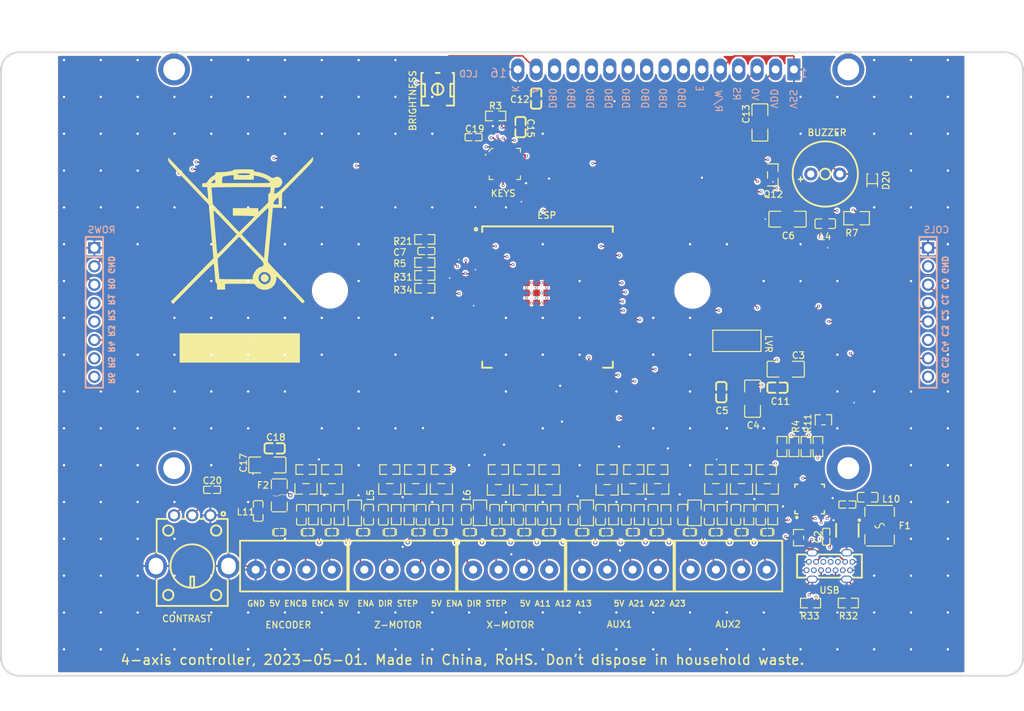
<source format=kicad_pcb>
(kicad_pcb (version 20240108) (generator "pcbnew") (generator_version "8.0")
  (layers (0 "F.Cu" signal "TopLayer") (1 "In1.Cu" signal "Inner1") (2 "In2.Cu" signal "Inner2") (31 "B.Cu" signal "BottomLayer") (34 "B.Paste" user "BottomPasteMaskLayer") (35 "F.Paste" user "TopPasteMaskLayer") (36 "B.SilkS" user "BottomSilkLayer") (37 "F.SilkS" user "TopSilkLayer") (38 "B.Mask" user "BottomSolderMaskLayer") (39 "F.Mask" user "TopSolderMaskLayer") (44 "Edge.Cuts" user "BoardOutLine"))
  (net 1 "")
  (net 2 "GND")
  (net 3 "5V")
  (net 4 "BOOT")
  (net 5 "BUZZER_1")
  (net 6 "USB2UART_5")
  (net 7 "SDA")
  (net 8 "KEYS_1")
  (net 9 "VBUS")
  (net 10 "ROW5")
  (net 11 "COL6")
  (net 12 "COL0")
  (net 13 "LCD-D7")
  (net 14 "LCD-D2")
  (net 15 "LCD-D1")
  (net 16 "LCD-EN")
  (net 17 "Q3_1")
  (net 18 "BUZZ")
  (net 19 "SCL")
  (net 20 "DPLUS")
  (net 21 "TX")
  (net 22 "RX")
  (net 23 "USB_A5")
  (net 24 "INT")
  (net 25 "EN")
  (net 26 "ROW6")
  (net 27 "ROW4")
  (net 28 "ROW3")
  (net 29 "ROW2")
  (net 30 "COL5")
  (net 31 "COL4")
  (net 32 "COL3")
  (net 33 "LCD-D6")
  (net 34 "LCD-D5")
  (net 35 "LCD-D4")
  (net 36 "LCD-D3")
  (net 37 "LCD-D0")
  (net 38 "LCD-RS")
  (net 39 "LCD_3")
  (net 40 "DMINUS")
  (net 41 "3V")
  (net 42 "F1_2")
  (net 43 "L6_2")
  (net 44 "AUX12-3V")
  (net 45 "COL1")
  (net 46 "ENCB-5V")
  (net 47 "AUX1_4")
  (net 48 "ZDIR-5V")
  (net 49 "BUZZER_2")
  (net 50 "R7_1")
  (net 51 "L1_2")
  (net 52 "L22_2")
  (net 53 "L23_2")
  (net 54 "Q6_3")
  (net 55 "Q7_3")
  (net 56 "Q8_3")
  (net 57 "L27_2")
  (net 58 "Q10_3")
  (net 59 "Q11_3")
  (net 60 "L31_2")
  (net 61 "L32_2")
  (net 62 "Q15_3")
  (net 63 "Q16_3")
  (net 64 "Q18_3")
  (net 65 "ZDIR-3V")
  (net 66 "ZENA-3V")
  (net 67 "AUX11-3V")
  (net 68 "ENCB-3V")
  (net 69 "ENCA-3V")
  (net 70 "AUX13-3V")
  (net 71 "AUX23-3V")
  (net 72 "AUX21-3V")
  (net 73 "USB2UART_19")
  (net 74 "Q4_1")
  (net 75 "USB2UART_23")
  (net 76 "LCD_15")
  (net 77 "USB_B5")
  (net 78 "USB2UART_21")
  (net 79 "USB2UART_20")
  (net 80 "L6_1")
  (net 81 "F2_2")
  (net 82 "ROW1")
  (net 83 "ROW0")
  (net 84 "AUX22-3V")
  (net 85 "XSTEP-3V")
  (net 86 "XDIR-3V")
  (net 87 "XENA-3V")
  (net 88 "ZSTEP-3V")
  (net 89 "COL2")
  (net 90 "L5_1")
  (net 91 "L2_1")
  (net 92 "L3_1")
  (net 93 "AUX13-5V")
  (net 94 "L5_2")
  (net 95 "L11_2")
  (net 96 "ENCA-5V")
  (net 97 "ZENA-5V")
  (net 98 "ZSTEP-5V")
  (net 99 "XENA-5V")
  (net 100 "XDIR-5V")
  (net 101 "XSTEP-5V")
  (net 102 "AUX11-5V")
  (net 103 "AUX12-5V")
  (net 104 "AUX2_4")
  (net 105 "AUX21-5V")
  (net 106 "AUX22-5V")
  (net 107 "AUX23-5V")
  (footprint "NanoElsH4:R0603" (layer "F.Cu") (at 140.5789 87.9399)
    (property "Reference" "R21" (at -4.4449 -0.2793 0) (layer "F.SilkS") (effects (font (size 0.9144 0.9144) (thickness 0.1524)) (justify left top)))
    (property "Value" "5.1kΩ" (hide yes))
    (pad "1" smd rect (at -0.7532 0.0001) (size 0.8065 0.864) (layers "F.Cu" "F.Paste" "F.Mask") (net 41 "3V"))
    (pad "2" smd rect (at 0.7532 0.0001) (size 0.8065 0.864) (layers "F.Cu" "F.Paste" "F.Mask") (net 25 "EN"))
  )
  (footprint "NanoElsH4:L0603" (layer "F.Cu") (at 183.5048 125.9129 90)
    (property "Reference" "L33" (hide yes))
    (property "Value" "120Ω" (hide yes))
    (pad "1" smd rect (at -0.6999 -0.0001 270) (size 0.8 0.864) (layers "F.Cu" "F.Paste" "F.Mask") (net 106 "AUX22-5V"))
    (pad "2" smd rect (at 0.6999 -0.0001 270) (size 0.8 0.864) (layers "F.Cu" "F.Paste" "F.Mask") (net 62 "Q15_3"))
  )
  (footprint "NanoElsH4:R0603" (layer "F.Cu") (at 166.6138 125.9129 90)
    (property "Reference" "R26" (hide yes))
    (property "Value" "2kΩ" (hide yes))
    (pad "1" smd rect (at -0.7532 -0.0001 90) (size 0.8065 0.864) (layers "F.Cu" "F.Paste" "F.Mask") (net 3 "5V"))
    (pad "2" smd rect (at 0.7532 -0.0001 90) (size 0.8065 0.864) (layers "F.Cu" "F.Paste" "F.Mask") (net 57 "L27_2"))
  )
  (footprint "NanoElsH4:L0603" (layer "F.Cu") (at 141.8489 125.9129 90)
    (property "Reference" "L1" (hide yes))
    (property "Value" "120Ω" (hide yes))
    (pad "1" smd rect (at -0.6999 -0.0001 270) (size 0.8 0.864) (layers "F.Cu" "F.Paste" "F.Mask") (net 98 "ZSTEP-5V"))
    (pad "2" smd rect (at 0.6999 -0.0001 270) (size 0.8 0.864) (layers "F.Cu" "F.Paste" "F.Mask") (net 51 "L1_2"))
  )
  (footprint "NanoElsH4:R0603" (layer "F.Cu") (at 187.6958 119.6899)
    (property "Reference" "R44" (hide yes))
    (property "Value" "2kΩ" (hide yes))
    (pad "1" smd rect (at -0.7532 0.0001) (size 0.8065 0.864) (layers "F.Cu" "F.Paste" "F.Mask") (net 71 "AUX23-3V"))
    (pad "2" smd rect (at 0.7533 0.0001) (size 0.8065 0.864) (layers "F.Cu" "F.Paste" "F.Mask") (net 41 "3V"))
  )
  (footprint "NanoElsH4:SOT-23-3_L2.9-W1.3-P1.90-LS2.4-BR" (layer "F.Cu") (at 142.8649 122.3569 90)
    (property "Reference" "Q1" (hide yes))
    (property "Value" "SI2302ADS-T1" (hide yes))
    (pad "1" smd rect (at 0.9999 0.9501 90) (size 1.25 0.7) (layers "F.Cu" "F.Paste" "F.Mask") (net 41 "3V"))
    (pad "2" smd rect (at 0.9999 -0.9498 90) (size 1.25 0.7) (layers "F.Cu" "F.Paste" "F.Mask") (net 88 "ZSTEP-3V"))
    (pad "3" smd rect (at -1.0001 0.0001 90) (size 1.25 0.7) (layers "F.Cu" "F.Paste" "F.Mask") (net 51 "L1_2"))
  )
  (footprint "NanoElsH4:X1-DFN1006-2_L1.0-W0.6-P0.65-BI" (layer "F.Cu") (at 184.2668 128.3259 180)
    (property "Reference" "D38" (hide yes))
    (property "Value" "KESD9B5VL" (hide yes))
    (pad "1" smd rect (at -0.3251 0.0001 180) (size 0.4 0.7) (layers "F.Cu" "F.Paste" "F.Mask") (net 106 "AUX22-5V"))
    (pad "2" smd rect (at 0.3249 0.0001 180) (size 0.4 0.7) (layers "F.Cu" "F.Paste" "F.Mask") (net 2 "GND"))
  )
  (footprint "NanoElsH4:RES-ADJ-SMD_3P-L4.5-W4.5-P2.30-LS6.2-BL-FS" (layer "F.Cu") (at 142.3575 67.1109 -90)
    (property "Reference" "BRIGHTNESS" (at 5.9701 3.9629 90) (layer "F.SilkS") (effects (font (size 0.9144 0.9144) (thickness 0.1524)) (justify left top)))
    (property "Value" "1k" (hide yes))
    (pad "1" smd rect (at -2.75 1.1501) (size 1.3 2) (layers "F.Cu" "F.Paste" "F.Mask") (net 0 ""))
    (pad "2" smd rect (at 2.7501 0) (size 2 1.3) (layers "F.Cu" "F.Paste" "F.Mask") (net 3 "5V"))
    (pad "3" smd rect (at -2.75 -1.1501) (size 1.3 2) (layers "F.Cu" "F.Paste" "F.Mask") (net 76 "LCD_15"))
  )
  (footprint "NanoElsH4:WIRELM-SMD_ESP32-S3-WROOM-1U" (layer "F.Cu") (at 157.5005 96.4997)
    (property "Reference" "ESP" (at -1.5006 -12.4139 0) (layer "F.SilkS") (effects (font (size 0.9144 0.9144) (thickness 0.1524)) (justify left top)))
    (property "Value" "ESP32-S3-WROOM-1U-N16R2" (hide yes))
    (pad "" thru_hole circle (at -2.9004 -1.8749) (size 0.4 0.4) (drill 0.25) (layers "*.Cu" "*.Mask"))
    (pad "" thru_hole circle (at -2.9004 -0.4749) (size 0.4 0.4) (drill 0.25) (layers "*.Cu" "*.Mask"))
    (pad "" thru_hole circle (at -2.2004 -2.5749) (size 0.4 0.4) (drill 0.25) (layers "*.Cu" "*.Mask"))
    (pad "" thru_hole circle (at -2.2004 -1.1749) (size 0.4 0.4) (drill 0.25) (layers "*.Cu" "*.Mask"))
    (pad "" thru_hole circle (at -2.2004 0.2252) (size 0.4 0.4) (drill 0.25) (layers "*.Cu" "*.Mask"))
    (pad "" thru_hole circle (at -1.5004 -1.8749) (size 0.4 0.4) (drill 0.25) (layers "*.Cu" "*.Mask"))
    (pad "" thru_hole circle (at -1.5004 -0.4749) (size 0.4 0.4) (drill 0.25) (layers "*.Cu" "*.Mask"))
    (pad "" thru_hole circle (at -0.8004 -2.5749) (size 0.4 0.4) (drill 0.25) (layers "*.Cu" "*.Mask"))
    (pad "" thru_hole circle (at -0.8004 -1.1749) (size 0.4 0.4) (drill 0.25) (layers "*.Cu" "*.Mask"))
    (pad "" thru_hole circle (at -0.8004 0.2252) (size 0.4 0.4) (drill 0.25) (layers "*.Cu" "*.Mask"))
    (pad "" thru_hole circle (at -0.1003 -1.8749) (size 0.4 0.4) (drill 0.25) (layers "*.Cu" "*.Mask"))
    (pad "" thru_hole circle (at -0.1003 -0.4749) (size 0.4 0.4) (drill 0.25) (layers "*.Cu" "*.Mask"))
    (pad "1" smd rect (at -8.75 -8.895) (size 1.5 0.9) (layers "F.Cu" "F.Paste" "F.Mask") (net 2 "GND"))
    (pad "2" smd rect (at -8.75 -7.625) (size 1.5 0.9) (layers "F.Cu" "F.Paste" "F.Mask") (net 41 "3V"))
    (pad "3" smd rect (at -8.75 -6.355) (size 1.5 0.9) (layers "F.Cu" "F.Paste" "F.Mask") (net 25 "EN"))
    (pad "4" smd rect (at -8.75 -5.085) (size 1.5 0.9) (layers "F.Cu" "F.Paste" "F.Mask") (net 18 "BUZZ"))
    (pad "5" smd rect (at -8.75 -3.815) (size 1.5 0.9) (layers "F.Cu" "F.Paste" "F.Mask") (net 19 "SCL"))
    (pad "6" smd rect (at -8.75 -2.545) (size 1.5 0.9) (layers "F.Cu" "F.Paste" "F.Mask") (net 7 "SDA"))
    (pad "7" smd rect (at -8.75 -1.275) (size 1.5 0.9) (layers "F.Cu" "F.Paste" "F.Mask") (net 68 "ENCB-3V"))
    (pad "8" smd rect (at -8.75 -0.005) (size 1.5 0.9) (layers "F.Cu" "F.Paste" "F.Mask") (net 69 "ENCA-3V"))
    (pad "9" smd rect (at -8.75 1.265) (size 1.5 0.9) (layers "F.Cu" "F.Paste" "F.Mask") (net 66 "ZENA-3V"))
    (pad "10" smd rect (at -8.75 2.535) (size 1.5 0.9) (layers "F.Cu" "F.Paste" "F.Mask") (net 65 "ZDIR-3V"))
    (pad "11" smd rect (at -8.75 3.805) (size 1.5 0.9) (layers "F.Cu" "F.Paste" "F.Mask") (net 88 "ZSTEP-3V"))
    (pad "12" smd rect (at -8.75 5.075) (size 1.5 0.9) (layers "F.Cu" "F.Paste" "F.Mask") (net 87 "XENA-3V"))
    (pad "13" smd rect (at -8.75 6.345) (size 1.5 0.9) (layers "F.Cu" "F.Paste" "F.Mask") (net 86 "XDIR-3V"))
    (pad "14" smd rect (at -8.75 7.615) (size 1.5 0.9) (layers "F.Cu" "F.Paste" "F.Mask") (net 85 "XSTEP-3V"))
    (pad "15" smd rect (at -6.985 8.895 90) (size 1.5 0.9) (layers "F.Cu" "F.Paste" "F.Mask") (net 0 ""))
    (pad "16" smd rect (at -5.715 8.895 90) (size 1.5 0.9) (layers "F.Cu" "F.Paste" "F.Mask") (net 0 ""))
    (pad "17" smd rect (at -4.445 8.895 90) (size 1.5 0.9) (layers "F.Cu" "F.Paste" "F.Mask") (net 67 "AUX11-3V"))
    (pad "18" smd rect (at -3.175 8.895 90) (size 1.5 0.9) (layers "F.Cu" "F.Paste" "F.Mask") (net 44 "AUX12-3V"))
    (pad "19" smd rect (at -1.905 8.895 90) (size 1.5 0.9) (layers "F.Cu" "F.Paste" "F.Mask") (net 70 "AUX13-3V"))
    (pad "20" smd rect (at -0.635 8.895 90) (size 1.5 0.9) (layers "F.Cu" "F.Paste" "F.Mask") (net 72 "AUX21-3V"))
    (pad "21" smd rect (at 0.635 8.895 90) (size 1.5 0.9) (layers "F.Cu" "F.Paste" "F.Mask") (net 84 "AUX22-3V"))
    (pad "22" smd rect (at 1.905 8.895 90) (size 1.5 0.9) (layers "F.Cu" "F.Paste" "F.Mask") (net 71 "AUX23-3V"))
    (pad "23" smd rect (at 3.175 8.895 90) (size 1.5 0.9) (layers "F.Cu" "F.Paste" "F.Mask") (net 38 "LCD-RS"))
    (pad "24" smd rect (at 4.445 8.895 90) (size 1.5 0.9) (layers "F.Cu" "F.Paste" "F.Mask") (net 37 "LCD-D0"))
    (pad "25" smd rect (at 5.715 8.895 90) (size 1.5 0.9) (layers "F.Cu" "F.Paste" "F.Mask") (net 16 "LCD-EN"))
    (pad "26" smd rect (at 6.985 8.865 90) (size 1.5 0.9) (layers "F.Cu" "F.Paste" "F.Mask") (net 0 ""))
    (pad "27" smd rect (at 8.75 7.615 180) (size 1.5 0.9) (layers "F.Cu" "F.Paste" "F.Mask") (net 4 "BOOT"))
    (pad "28" smd rect (at 8.75 6.345 180) (size 1.5 0.9) (layers "F.Cu" "F.Paste" "F.Mask") (net 0 ""))
    (pad "29" smd rect (at 8.75 5.075 180) (size 1.5 0.9) (layers "F.Cu" "F.Paste" "F.Mask") (net 0 ""))
    (pad "30" smd rect (at 8.75 3.805 180) (size 1.5 0.9) (layers "F.Cu" "F.Paste" "F.Mask") (net 0 ""))
    (pad "31" smd rect (at 8.75 2.535 180) (size 1.5 0.9) (layers "F.Cu" "F.Paste" "F.Mask") (net 15 "LCD-D1"))
    (pad "32" smd rect (at 8.75 1.265 180) (size 1.5 0.9) (layers "F.Cu" "F.Paste" "F.Mask") (net 14 "LCD-D2"))
    (pad "33" smd rect (at 8.75 -0.005 180) (size 1.5 0.9) (layers "F.Cu" "F.Paste" "F.Mask") (net 36 "LCD-D3"))
    (pad "34" smd rect (at 8.75 -1.275 180) (size 1.5 0.9) (layers "F.Cu" "F.Paste" "F.Mask") (net 35 "LCD-D4"))
    (pad "35" smd rect (at 8.75 -2.545 180) (size 1.5 0.9) (layers "F.Cu" "F.Paste" "F.Mask") (net 34 "LCD-D5"))
    (pad "36" smd rect (at 8.75 -3.815 180) (size 1.5 0.9) (layers "F.Cu" "F.Paste" "F.Mask") (net 22 "RX"))
    (pad "37" smd rect (at 8.75 -5.085 180) (size 1.5 0.9) (layers "F.Cu" "F.Paste" "F.Mask") (net 21 "TX"))
    (pad "38" smd rect (at 8.75 -6.355 180) (size 1.5 0.9) (layers "F.Cu" "F.Paste" "F.Mask") (net 33 "LCD-D6"))
    (pad "39" smd rect (at 8.75 -7.625 180) (size 1.5 0.9) (layers "F.Cu" "F.Paste" "F.Mask") (net 13 "LCD-D7"))
    (pad "40" smd rect (at 8.75 -8.895 180) (size 1.5 0.9) (layers "F.Cu" "F.Paste" "F.Mask") (net 2 "GND"))
    (pad "41" smd rect (at -2.9002 -2.5749 90) (size 0.9 0.9) (layers "F.Cu" "F.Paste" "F.Mask") (net 2 "GND"))
    (pad "41" smd rect (at -2.9002 -1.1749 90) (size 0.9 0.9) (layers "F.Cu" "F.Paste" "F.Mask") (net 2 "GND"))
    (pad "41" smd rect (at -2.9002 0.2252 90) (size 0.9 0.9) (layers "F.Cu" "F.Paste" "F.Mask") (net 2 "GND"))
    (pad "41" smd rect (at -1.5001 -2.5749 90) (size 0.9 0.9) (layers "F.Cu" "F.Paste" "F.Mask") (net 2 "GND"))
    (pad "41" smd rect (at -1.5001 -1.1749 90) (size 0.9 0.9) (layers "F.Cu" "F.Paste" "F.Mask") (net 2 "GND"))
    (pad "41" smd rect (at -1.5001 0.2252 90) (size 0.9 0.9) (layers "F.Cu" "F.Paste" "F.Mask") (net 2 "GND"))
    (pad "41" smd rect (at -0.1001 -2.5749 90) (size 0.9 0.9) (layers "F.Cu" "F.Paste" "F.Mask") (net 2 "GND"))
    (pad "41" smd rect (at -0.1001 -1.1749 90) (size 0.9 0.9) (layers "F.Cu" "F.Paste" "F.Mask") (net 2 "GND"))
    (pad "41" smd rect (at -0.1001 0.2252 90) (size 0.9 0.9) (layers "F.Cu" "F.Paste" "F.Mask") (net 2 "GND"))
  )
  (footprint "NanoElsH4:R0603" (layer "F.Cu") (at 194.8078 116.5149 -90)
    (property "Reference" "R13" (hide yes))
    (property "Value" "10kΩ" (hide yes))
    (pad "1" smd rect (at -0.7533 0 270) (size 0.8065 0.864) (layers "F.Cu" "F.Paste" "F.Mask") (net 73 "USB2UART_19"))
    (pad "2" smd rect (at 0.7532 0 270) (size 0.8065 0.864) (layers "F.Cu" "F.Paste" "F.Mask") (net 17 "Q3_1"))
  )
  (footprint "NanoElsH4:R0603" (layer "F.Cu") (at 154.2948 119.6899)
    (property "Reference" "R22" (hide yes))
    (property "Value" "2kΩ" (hide yes))
    (pad "1" smd rect (at -0.7532 0.0001) (size 0.8065 0.864) (layers "F.Cu" "F.Paste" "F.Mask") (net 86 "XDIR-3V"))
    (pad "2" smd rect (at 0.7533 0.0001) (size 0.8065 0.864) (layers "F.Cu" "F.Paste" "F.Mask") (net 41 "3V"))
  )
  (footprint "NanoElsH4:R0805" (layer "F.Cu") (at 148.1989 125.6589 90)
    (property "Reference" "R12" (hide yes))
    (property "Value" "200Ω" (hide yes))
    (pad "1" smd rect (at -1.0001 0.0001 90) (size 1.1325 1.377) (layers "F.Cu" "F.Paste" "F.Mask") (net 3 "5V"))
    (pad "2" smd rect (at 1.0001 0.0001 90) (size 1.1325 1.377) (layers "F.Cu" "F.Paste" "F.Mask") (net 80 "L6_1"))
  )
  (footprint "NanoElsH4:SOT-23-3_L2.9-W1.3-P1.90-LS2.4-BR" (layer "F.Cu") (at 172.7098 122.3569 90)
    (property "Reference" "Q13" (hide yes))
    (property "Value" "SI2302ADS-T1" (hide yes))
    (pad "1" smd rect (at 0.9999 0.9499 90) (size 1.25 0.7) (layers "F.Cu" "F.Paste" "F.Mask") (net 41 "3V"))
    (pad "2" smd rect (at 0.9999 -0.95 90) (size 1.25 0.7) (layers "F.Cu" "F.Paste" "F.Mask") (net 70 "AUX13-3V"))
    (pad "3" smd rect (at -1.0001 -0.0001 90) (size 1.25 0.7) (layers "F.Cu" "F.Paste" "F.Mask") (net 60 "L31_2"))
  )
  (footprint "NanoElsH4:R0603" (layer "F.Cu") (at 184.2668 119.6899)
    (property "Reference" "R42" (hide yes))
    (property "Value" "2kΩ" (hide yes))
    (pad "1" smd rect (at -0.7532 0.0001) (size 0.8065 0.864) (layers "F.Cu" "F.Paste" "F.Mask") (net 84 "AUX22-3V"))
    (pad "2" smd rect (at 0.7533 0.0001) (size 0.8065 0.864) (layers "F.Cu" "F.Paste" "F.Mask") (net 41 "3V"))
  )
  (footprint "NanoElsH4:R0603" (layer "F.Cu") (at 124.1959 119.6899)
    (property "Reference" "R28" (hide yes))
    (property "Value" "2kΩ" (hide yes))
    (pad "1" smd rect (at -0.7533 0.0001) (size 0.8065 0.864) (layers "F.Cu" "F.Paste" "F.Mask") (net 68 "ENCB-3V"))
    (pad "2" smd rect (at 0.7532 0.0001) (size 0.8065 0.864) (layers "F.Cu" "F.Paste" "F.Mask") (net 41 "3V"))
  )
  (footprint "NanoElsH4:Hole_gge813800" (layer "F.Cu") (at 177.4999 94.9999)
    (property "Reference" "Hole_gge813800" (hide yes))
    (property "Value" "Hole_gge813800" (hide yes))
    (pad "" np_thru_hole circle (at 0 0) (size 4.5 4.5) (drill 4.5) (layers "F&B.Cu" "*.Mask"))
  )
  (footprint "NanoElsH4:R0603" (layer "F.Cu") (at 185.2828 125.9129 90)
    (property "Reference" "R43" (hide yes))
    (property "Value" "2kΩ" (hide yes))
    (pad "1" smd rect (at -0.7532 -0.0001 90) (size 0.8065 0.864) (layers "F.Cu" "F.Paste" "F.Mask") (net 3 "5V"))
    (pad "2" smd rect (at 0.7532 -0.0001 90) (size 0.8065 0.864) (layers "F.Cu" "F.Paste" "F.Mask") (net 62 "Q15_3"))
  )
  (footprint "NanoElsH4:R0603" (layer "F.Cu") (at 188.5848 125.9129 90)
    (property "Reference" "R45" (hide yes))
    (property "Value" "2kΩ" (hide yes))
    (pad "1" smd rect (at -0.7532 0 90) (size 0.8065 0.864) (layers "F.Cu" "F.Paste" "F.Mask") (net 3 "5V"))
    (pad "2" smd rect (at 0.7532 0 90) (size 0.8065 0.864) (layers "F.Cu" "F.Paste" "F.Mask") (net 63 "Q16_3"))
  )
  (footprint "NanoElsH4:SOT-23-3_L2.9-W1.3-P1.90-LS2.4-BR" (layer "F.Cu") (at 139.3089 122.3569 90)
    (property "Reference" "Q2" (hide yes))
    (property "Value" "SI2302ADS-T1" (hide yes))
    (pad "1" smd rect (at 0.9999 0.9501 90) (size 1.25 0.7) (layers "F.Cu" "F.Paste" "F.Mask") (net 41 "3V"))
    (pad "2" smd rect (at 0.9999 -0.9498 90) (size 1.25 0.7) (layers "F.Cu" "F.Paste" "F.Mask") (net 65 "ZDIR-3V"))
    (pad "3" smd rect (at -1.0001 0.0001 90) (size 1.25 0.7) (layers "F.Cu" "F.Paste" "F.Mask") (net 52 "L22_2"))
  )
  (footprint "NanoElsH4:SOT-223-3_L6.4-W3.5-P2.30-LS7.0-BR" (layer "F.Cu") (at 183.6318 102.0369 -90)
    (property "Reference" "LVR" (at -0.9992 -4.9141 270) (layer "F.SilkS") (effects (font (size 0.9144 0.9144) (thickness 0.1524)) (justify left top)))
    (property "Value" "AMS1117-3.3" (hide yes))
    (pad "1" smd rect (at 2.9701 2.3 270) (size 2.5 1.1) (layers "F.Cu" "F.Paste" "F.Mask") (net 2 "GND"))
    (pad "2" smd rect (at 2.9701 0.0001 270) (size 2.5 1.1) (layers "F.Cu" "F.Paste" "F.Mask") (net 41 "3V"))
    (pad "3" smd rect (at 2.9701 -2.2999 270) (size 2.5 1.1) (layers "F.Cu" "F.Paste" "F.Mask") (net 3 "5V"))
    (pad "4" smd rect (at -2.9699 0.0001 270) (size 2.34 3.6) (layers "F.Cu" "F.Paste" "F.Mask") (net 41 "3V"))
  )
  (footprint "NanoElsH4:R0603" (layer "F.Cu") (at 138.4199 125.9129 90)
    (property "Reference" "R6" (hide yes))
    (property "Value" "2kΩ" (hide yes))
    (pad "1" smd rect (at -0.7532 0.0001 90) (size 0.8065 0.864) (layers "F.Cu" "F.Paste" "F.Mask") (net 3 "5V"))
    (pad "2" smd rect (at 0.7532 0.0001 90) (size 0.8065 0.864) (layers "F.Cu" "F.Paste" "F.Mask") (net 52 "L22_2"))
  )
  (footprint "NanoElsH4:SOT-23-3_L2.9-W1.3-P1.90-LS2.4-BR" (layer "F.Cu") (at 184.2668 122.3569 90)
    (property "Reference" "Q15" (hide yes))
    (property "Value" "SI2302ADS-T1" (hide yes))
    (pad "1" smd rect (at 0.9999 0.9499 90) (size 1.25 0.7) (layers "F.Cu" "F.Paste" "F.Mask") (net 41 "3V"))
    (pad "2" smd rect (at 0.9999 -0.95 90) (size 1.25 0.7) (layers "F.Cu" "F.Paste" "F.Mask") (net 84 "AUX22-3V"))
    (pad "3" smd rect (at -1.0001 -0.0001 90) (size 1.25 0.7) (layers "F.Cu" "F.Paste" "F.Mask") (net 62 "Q15_3"))
  )
  (footprint "NanoElsH4:L0603" (layer "F.Cu") (at 146.2939 125.9129 -90)
    (property "Reference" "L6" (at -1.7779 0.4063 90) (layer "F.SilkS") (effects (font (size 0.9144 0.9144) (thickness 0.1524)) (justify left top)))
    (property "Value" "120Ω" (hide yes))
    (pad "1" smd rect (at -0.6999 -0.0001 90) (size 0.8 0.864) (layers "F.Cu" "F.Paste" "F.Mask") (net 80 "L6_1"))
    (pad "2" smd rect (at 0.6999 -0.0001 90) (size 0.8 0.864) (layers "F.Cu" "F.Paste" "F.Mask") (net 43 "L6_2"))
  )
  (footprint "NanoElsH4:R0603" (layer "F.Cu") (at 136.6419 125.9129 90)
    (property "Reference" "R17" (hide yes))
    (property "Value" "2kΩ" (hide yes))
    (pad "1" smd rect (at -0.7532 0.0001 90) (size 0.8065 0.864) (layers "F.Cu" "F.Paste" "F.Mask") (net 3 "5V"))
    (pad "2" smd rect (at 0.7532 0.0001 90) (size 0.8065 0.864) (layers "F.Cu" "F.Paste" "F.Mask") (net 53 "L23_2"))
  )
  (footprint "NanoElsH4:X1-DFN1006-2_L1.0-W0.6-P0.65-BI" (layer "F.Cu") (at 157.7238 128.3259 180)
    (property "Reference" "D29" (hide yes))
    (property "Value" "KESD9B5VL" (hide yes))
    (pad "1" smd rect (at -0.325 0.0001 180) (size 0.4 0.7) (layers "F.Cu" "F.Paste" "F.Mask") (net 2 "GND"))
    (pad "2" smd rect (at 0.325 0.0001 180) (size 0.4 0.7) (layers "F.Cu" "F.Paste" "F.Mask") (net 101 "XSTEP-5V"))
  )
  (footprint "NanoElsH4:X1-DFN1006-2_L1.0-W0.6-P0.65-BI" (layer "F.Cu") (at 150.7388 128.3259 180)
    (property "Reference" "D31" (hide yes))
    (property "Value" "KESD9B5VL" (hide yes))
    (pad "1" smd rect (at -0.325 0.0001 180) (size 0.4 0.7) (layers "F.Cu" "F.Paste" "F.Mask") (net 2 "GND"))
    (pad "2" smd rect (at 0.325 0.0001 180) (size 0.4 0.7) (layers "F.Cu" "F.Paste" "F.Mask") (net 99 "XENA-5V"))
  )
  (footprint "NanoElsH4:RES-TH_RK09K113004U" (layer "F.Cu") (at 108.4988 129.5006 180)
    (property "Reference" "CONTRAST" (at 4.2418 -10.2297 0) (layer "F.SilkS") (effects (font (size 0.9144 0.9144) (thickness 0.1524)) (justify left top)))
    (property "Value" "10kΩ" (hide yes))
    (pad "1" thru_hole oval (at -2.4999 3.5 180) (size 1.7 1.7) (drill 1.1) (layers "*.Cu" "*.Mask") (net 2 "GND"))
    (pad "2" thru_hole oval (at 0 3.5 180) (size 1.7 1.7) (drill 1.1) (layers "*.Cu" "*.Mask") (net 39 "LCD_3"))
    (pad "3" thru_hole oval (at 2.5001 3.5 180) (size 1.7 1.7) (drill 1.1) (layers "*.Cu" "*.Mask") (net 3 "5V"))
    (pad "4" thru_hole oval (at 5 -3.5 180) (size 3 3.3) (drill oval 2 2.3) (layers "*.Cu" "*.Mask") (net 2 "GND"))
    (pad "5" thru_hole oval (at -5 -3.5 180) (size 3 3.3) (drill oval 2 2.3) (layers "*.Cu" "*.Mask") (net 2 "GND"))
  )
  (footprint "NanoElsH4:Hole_gge6227889318616504" (layer "F.Cu") (at 86 66)
    (property "Reference" "Hole_gge6227889318616504" (hide yes))
    (property "Value" "Hole_gge6227889318616504" (hide yes))
    (pad "" np_thru_hole circle (at 0 0) (size 3.3 3.3) (drill 3.3) (layers "F&B.Cu" "*.Mask"))
  )
  (footprint "NanoElsH4:L0603" (layer "F.Cu") (at 150.2308 125.9129 90)
    (property "Reference" "L24" (hide yes))
    (property "Value" "120Ω" (hide yes))
    (pad "1" smd rect (at -0.6999 -0.0001 270) (size 0.8 0.864) (layers "F.Cu" "F.Paste" "F.Mask") (net 99 "XENA-5V"))
    (pad "2" smd rect (at 0.6999 -0.0001 270) (size 0.8 0.864) (layers "F.Cu" "F.Paste" "F.Mask") (net 54 "Q6_3"))
  )
  (footprint "NanoElsH4:R0603" (layer "F.Cu") (at 142.8649 119.6899)
    (property "Reference" "R1" (hide yes))
    (property "Value" "2kΩ" (hide yes))
    (pad "1" smd rect (at -0.7532 0.0001) (size 0.8065 0.864) (layers "F.Cu" "F.Paste" "F.Mask") (net 88 "ZSTEP-3V"))
    (pad "2" smd rect (at 0.7532 0.0001) (size 0.8065 0.864) (layers "F.Cu" "F.Paste" "F.Mask") (net 41 "3V"))
  )
  (footprint "NanoElsH4:R0603" (layer "F.Cu") (at 140.5789 94.6709)
    (property "Reference" "R34" (at -4.4449 -0.2793 0) (layer "F.SilkS") (effects (font (size 0.9144 0.9144) (thickness 0.1524)) (justify left top)))
    (property "Value" "5.1kΩ" (hide yes))
    (pad "1" smd rect (at -0.7532 0.0001) (size 0.8065 0.864) (layers "F.Cu" "F.Paste" "F.Mask") (net 41 "3V"))
    (pad "2" smd rect (at 0.7532 0.0001) (size 0.8065 0.864) (layers "F.Cu" "F.Paste" "F.Mask") (net 7 "SDA"))
  )
  (footprint "NanoElsH4:C1206" (layer "F.Cu") (at 190.3628 105.8469 180)
    (property "Reference" "C3" (at -0.7619 2.4383 0) (layer "F.SilkS") (effects (font (size 0.9144 0.9144) (thickness 0.1524)) (justify left top)))
    (property "Value" "10uF" (hide yes))
    (pad "1" smd rect (at -1.5925 -0.0001 180) (size 1.485 1.728) (layers "F.Cu" "F.Paste" "F.Mask") (net 2 "GND"))
    (pad "2" smd rect (at 1.5926 -0.0001 180) (size 1.485 1.728) (layers "F.Cu" "F.Paste" "F.Mask") (net 3 "5V"))
  )
  (footprint "NanoElsH4:SOD-323_L1.8-W1.3-LS2.5-RD" (layer "F.Cu") (at 202.3007 79.8119 90)
    (property "Reference" "D20" (at -1.3971 1.3716 90) (layer "F.SilkS") (effects (font (size 0.9144 0.9144) (thickness 0.1524)) (justify left top)))
    (property "Value" "1N4148WS T4" (hide yes))
    (pad "1" smd rect (at -1.1725 0 90) (size 1 0.75) (layers "F.Cu" "F.Paste" "F.Mask") (net 50 "R7_1"))
    (pad "2" smd rect (at 1.1727 0 90) (size 1 0.75) (layers "F.Cu" "F.Paste" "F.Mask") (net 49 "BUZZER_2"))
  )
  (footprint "NanoElsH4:X1-DFN1006-2_L1.0-W0.6-P0.65-BI" (layer "F.Cu") (at 124.4499 128.3259 180)
    (property "Reference" "D33" (hide yes))
    (property "Value" "KESD9B5VL" (hide yes))
    (pad "1" smd rect (at -0.3252 0.0001 180) (size 0.4 0.7) (layers "F.Cu" "F.Paste" "F.Mask") (net 2 "GND"))
    (pad "2" smd rect (at 0.3248 0.0001 180) (size 0.4 0.7) (layers "F.Cu" "F.Paste" "F.Mask") (net 46 "ENCB-5V"))
  )
  (footprint "NanoElsH4:C0603" (layer "F.Cu") (at 189.2198 108.3869 180)
    (property "Reference" "C11" (at 1.0161 -1.3717 0) (layer "F.SilkS") (effects (font (size 0.9144 0.9144) (thickness 0.1524)) (justify left top)))
    (property "Value" "100nF" (hide yes))
    (pad "1" smd rect (at -0.7 -0.0001 180) (size 0.8 0.9) (layers "F.Cu" "F.Paste" "F.Mask") (net 2 "GND"))
    (pad "2" smd rect (at 0.7001 -0.0001 180) (size 0.8 0.9) (layers "F.Cu" "F.Paste" "F.Mask") (net 3 "5V"))
  )
  (footprint "NanoElsH4:L0603" (layer "F.Cu") (at 179.8218 125.9129 90)
    (property "Reference" "L36" (hide yes))
    (property "Value" "120Ω" (hide yes))
    (pad "1" smd rect (at -0.6999 -0.0001 270) (size 0.8 0.864) (layers "F.Cu" "F.Paste" "F.Mask") (net 105 "AUX21-5V"))
    (pad "2" smd rect (at 0.6999 -0.0001 270) (size 0.8 0.864) (layers "F.Cu" "F.Paste" "F.Mask") (net 64 "Q18_3"))
  )
  (footprint "NanoElsH4:CONN-TH_4P-P3.50_DB2EVC-3.5-4P-GN" (layer "F.Cu") (at 152.4999 133.4999 180)
    (property "Reference" "X-MOTOR" (at 3.5 -7.0857 0) (layer "F.SilkS") (effects (font (size 0.9144 0.9144) (thickness 0.1524)) (justify left top)))
    (property "Value" "DB2EVC-3.5-4P-GN" (hide yes))
    (pad "1" thru_hole oval (at -5.2501 -0.0001 180) (size 2.5 2.5) (drill 1.1) (layers "*.Cu" "*.Mask") (net 101 "XSTEP-5V"))
    (pad "2" thru_hole oval (at -1.7502 -0.0001 180) (size 2.5 2.5) (drill 1.1) (layers "*.Cu" "*.Mask") (net 100 "XDIR-5V"))
    (pad "3" thru_hole oval (at 1.7499 -0.0001 180) (size 2.5 2.5) (drill 1.1) (layers "*.Cu" "*.Mask") (net 99 "XENA-5V"))
    (pad "4" thru_hole oval (at 5.2498 -0.0001 180) (size 2.5 2.5) (drill 1.1) (layers "*.Cu" "*.Mask") (net 43 "L6_2"))
  )
  (footprint "NanoElsH4:CONN-TH_4P-P3.50_DB2EVC-3.5-4P-GN" (layer "F.Cu") (at 137.4999 133.4999 180)
    (property "Reference" "Z-MOTOR" (at 3.9999 -7.0857 0) (layer "F.SilkS") (effects (font (size 0.9144 0.9144) (thickness 0.1524)) (justify left top)))
    (property "Value" "DB2EVC-3.5-4P-GN" (hide yes))
    (pad "1" thru_hole oval (at -5.2501 -0.0001 180) (size 2.5 2.5) (drill 1.1) (layers "*.Cu" "*.Mask") (net 98 "ZSTEP-5V"))
    (pad "2" thru_hole oval (at -1.7502 -0.0001 180) (size 2.5 2.5) (drill 1.1) (layers "*.Cu" "*.Mask") (net 48 "ZDIR-5V"))
    (pad "3" thru_hole oval (at 1.7499 -0.0001 180) (size 2.5 2.5) (drill 1.1) (layers "*.Cu" "*.Mask") (net 97 "ZENA-5V"))
    (pad "4" thru_hole oval (at 5.2498 -0.0001 180) (size 2.5 2.5) (drill 1.1) (layers "*.Cu" "*.Mask") (net 94 "L5_2"))
  )
  (footprint "NanoElsH4:L0603" (layer "F.Cu") (at 117.5919 125.4049 -90)
    (property "Reference" "L11" (at -0.4063 3.0479 0) (layer "F.SilkS") (effects (font (size 0.9144 0.9144) (thickness 0.1524)) (justify left top)))
    (property "Value" "120Ω" (hide yes))
    (pad "1" smd rect (at -0.6999 -0.0001 90) (size 0.8 0.864) (layers "F.Cu" "F.Paste" "F.Mask") (net 81 "F2_2"))
    (pad "2" smd rect (at 0.6999 -0.0001 90) (size 0.8 0.864) (layers "F.Cu" "F.Paste" "F.Mask") (net 95 "L11_2"))
  )
  (footprint "NanoElsH4:C0402" (layer "F.Cu") (at 147.3099 73.843)
    (property "Reference" "C19" (at -1.2699 -1.6764 0) (layer "F.SilkS") (effects (font (size 0.9144 0.9144) (thickness 0.1524)) (justify left top)))
    (property "Value" "1nF" (hide yes))
    (pad "1" smd rect (at -0.545 0) (size 0.7901 0.54) (layers "F.Cu" "F.Paste" "F.Mask") (net 2 "GND"))
    (pad "2" smd rect (at 0.545 0) (size 0.7901 0.54) (layers "F.Cu" "F.Paste" "F.Mask") (net 8 "KEYS_1"))
  )
  (footprint "NanoElsH4:R0603" (layer "F.Cu") (at 165.7248 119.6899)
    (property "Reference" "R27" (hide yes))
    (property "Value" "2kΩ" (hide yes))
    (pad "1" smd rect (at -0.7532 0.0001) (size 0.8065 0.864) (layers "F.Cu" "F.Paste" "F.Mask") (net 67 "AUX11-3V"))
    (pad "2" smd rect (at 0.7533 0.0001) (size 0.8065 0.864) (layers "F.Cu" "F.Paste" "F.Mask") (net 41 "3V"))
  )
  (footprint "NanoElsH4:R0603" (layer "F.Cu") (at 189.8548 116.5149 90)
    (property "Reference" "R14" (hide yes))
    (property "Value" "10kΩ" (hide yes))
    (pad "1" smd rect (at -0.7532 0 90) (size 0.8065 0.864) (layers "F.Cu" "F.Paste" "F.Mask") (net 75 "USB2UART_23"))
    (pad "2" smd rect (at 0.7533 0 90) (size 0.8065 0.864) (layers "F.Cu" "F.Paste" "F.Mask") (net 74 "Q4_1"))
  )
  (footprint "NanoElsH4:L0603" (layer "F.Cu") (at 195.8238 85.7809)
    (property "Reference" "L4" (at -0.889 1.2447 0) (layer "F.SilkS") (effects (font (size 0.9144 0.9144) (thickness 0.1524)) (justify left top)))
    (property "Value" "120Ω" (hide yes))
    (pad "1" smd rect (at -0.7 -0.0002 180) (size 0.8 0.864) (layers "F.Cu" "F.Paste" "F.Mask") (net 41 "3V"))
    (pad "2" smd rect (at 0.7 -0.0002 180) (size 0.8 0.864) (layers "F.Cu" "F.Paste" "F.Mask") (net 50 "R7_1"))
  )
  (footprint "NanoElsH4:X1-DFN1006-2_L1.0-W0.6-P0.65-BI" (layer "F.Cu") (at 165.5978 128.3259)
    (property "Reference" "D36" (hide yes))
    (property "Value" "KESD9B5VL" (hide yes))
    (pad "1" smd rect (at -0.3252 0.0001) (size 0.4 0.7) (layers "F.Cu" "F.Paste" "F.Mask") (net 2 "GND"))
    (pad "2" smd rect (at 0.3248 0.0001) (size 0.4 0.7) (layers "F.Cu" "F.Paste" "F.Mask") (net 102 "AUX11-5V"))
  )
  (footprint "NanoElsH4:L0603" (layer "F.Cu") (at 176.1388 125.9129 -90)
    (property "Reference" "L3" (hide yes))
    (property "Value" "120Ω" (hide yes))
    (pad "1" smd rect (at -0.6999 -0.0002 90) (size 0.8 0.864) (layers "F.Cu" "F.Paste" "F.Mask") (net 92 "L3_1"))
    (pad "2" smd rect (at 0.6999 -0.0002 90) (size 0.8 0.864) (layers "F.Cu" "F.Paste" "F.Mask") (net 104 "AUX2_4"))
  )
  (footprint "NanoElsH4:L0603" (layer "F.Cu") (at 123.5609 125.9129 90)
    (property "Reference" "L28" (hide yes))
    (property "Value" "120Ω" (hide yes))
    (pad "1" smd rect (at -0.6999 -0.0002 270) (size 0.8 0.864) (layers "F.Cu" "F.Paste" "F.Mask") (net 46 "ENCB-5V"))
    (pad "2" smd rect (at 0.6999 -0.0002 270) (size 0.8 0.864) (layers "F.Cu" "F.Paste" "F.Mask") (net 58 "Q10_3"))
  )
  (footprint "NanoElsH4:QFN-24_L4.0-W4.0-P0.50-BL-EP2.5" (layer "F.Cu") (at 193.6648 123.7539)
    (property "Reference" "USB2UART" (hide yes))
    (property "Value" "CH9102F" (hide yes))
    (pad "1" smd rect (at -1.25 1.9501 180) (size 0.28 0.7) (layers "F.Cu" "F.Paste" "F.Mask") (net 0 ""))
    (pad "2" smd rect (at -0.7498 1.9501 180) (size 0.28 0.7) (layers "F.Cu" "F.Paste" "F.Mask") (net 2 "GND"))
    (pad "3" smd rect (at -0.25 1.9501 180) (size 0.28 0.7) (layers "F.Cu" "F.Paste" "F.Mask") (net 20 "DPLUS"))
    (pad "4" smd rect (at 0.2502 1.9501 180) (size 0.28 0.7) (layers "F.Cu" "F.Paste" "F.Mask") (net 40 "DMINUS"))
    (pad "5" smd rect (at 0.75 1.9501 180) (size 0.28 0.7) (layers "F.Cu" "F.Paste" "F.Mask") (net 6 "USB2UART_5"))
    (pad "6" smd rect (at 1.2502 1.9501 180) (size 0.28 0.7) (layers "F.Cu" "F.Paste" "F.Mask") (net 6 "USB2UART_5"))
    (pad "7" smd rect (at 1.9502 1.2501 270) (size 0.28 0.7) (layers "F.Cu" "F.Paste" "F.Mask") (net 3 "5V"))
    (pad "8" smd rect (at 1.9502 0.7502 270) (size 0.28 0.7) (layers "F.Cu" "F.Paste" "F.Mask") (net 3 "5V"))
    (pad "9" smd rect (at 1.9502 0.2501 270) (size 0.28 0.7) (layers "F.Cu" "F.Paste" "F.Mask") (net 0 ""))
    (pad "10" smd rect (at 1.9502 -0.2498 270) (size 0.28 0.7) (layers "F.Cu" "F.Paste" "F.Mask") (net 0 ""))
    (pad "11" smd rect (at 1.9502 -0.7499 270) (size 0.28 0.7) (layers "F.Cu" "F.Paste" "F.Mask") (net 0 ""))
    (pad "12" smd rect (at 1.9502 -1.2498 270) (size 0.28 0.7) (layers "F.Cu" "F.Paste" "F.Mask") (net 0 ""))
    (pad "13" smd rect (at 1.2502 -1.9501) (size 0.28 0.7) (layers "F.Cu" "F.Paste" "F.Mask") (net 0 ""))
    (pad "14" smd rect (at 0.75 -1.9501) (size 0.28 0.7) (layers "F.Cu" "F.Paste" "F.Mask") (net 0 ""))
    (pad "15" smd rect (at 0.2502 -1.9501) (size 0.28 0.7) (layers "F.Cu" "F.Paste" "F.Mask") (net 0 ""))
    (pad "16" smd rect (at -0.25 -1.9501) (size 0.28 0.7) (layers "F.Cu" "F.Paste" "F.Mask") (net 0 ""))
    (pad "17" smd rect (at -0.7498 -1.9501) (size 0.28 0.7) (layers "F.Cu" "F.Paste" "F.Mask") (net 0 ""))
    (pad "18" smd rect (at -1.25 -1.9501) (size 0.28 0.7) (layers "F.Cu" "F.Paste" "F.Mask") (net 0 ""))
    (pad "19" smd rect (at -1.95 -1.2498 90) (size 0.28 0.7) (layers "F.Cu" "F.Paste" "F.Mask") (net 73 "USB2UART_19"))
    (pad "20" smd rect (at -1.95 -0.7499 90) (size 0.28 0.7) (layers "F.Cu" "F.Paste" "F.Mask") (net 79 "USB2UART_20"))
    (pad "21" smd rect (at -1.95 -0.2498 90) (size 0.28 0.7) (layers "F.Cu" "F.Paste" "F.Mask") (net 78 "USB2UART_21"))
    (pad "22" smd rect (at -1.95 0.2501 90) (size 0.28 0.7) (layers "F.Cu" "F.Paste" "F.Mask") (net 0 ""))
    (pad "23" smd rect (at -1.95 0.7502 90) (size 0.28 0.7) (layers "F.Cu" "F.Paste" "F.Mask") (net 75 "USB2UART_23"))
    (pad "24" smd rect (at -1.95 1.2501 90) (size 0.28 0.7) (layers "F.Cu" "F.Paste" "F.Mask") (net 0 ""))
    (pad "25" smd rect (at 0 0.0001 90) (size 2.5 2.5) (layers "F.Cu" "F.Paste" "F.Mask") (net 2 "GND"))
  )
  (footprint "NanoElsH4:L0603" (layer "F.Cu") (at 161.0258 125.9129 -90)
    (property "Reference" "L2" (hide yes))
    (property "Value" "120Ω" (hide yes))
    (pad "1" smd rect (at -0.6999 -0.0002 90) (size 0.8 0.864) (layers "F.Cu" "F.Paste" "F.Mask") (net 91 "L2_1"))
    (pad "2" smd rect (at 0.6999 -0.0002 90) (size 0.8 0.864) (layers "F.Cu" "F.Paste" "F.Mask") (net 47 "AUX1_4"))
  )
  (footprint "NanoElsH4:R0603" (layer "F.Cu") (at 135.7529 119.6899)
    (property "Reference" "R18" (hide yes))
    (property "Value" "2kΩ" (hide yes))
    (pad "1" smd rect (at -0.7533 0.0001) (size 0.8065 0.864) (layers "F.Cu" "F.Paste" "F.Mask") (net 66 "ZENA-3V"))
    (pad "2" smd rect (at 0.7532 0.0001) (size 0.8065 0.864) (layers "F.Cu" "F.Paste" "F.Mask") (net 41 "3V"))
  )
  (footprint "NanoElsH4:SOT-323-3_L2.0-W1.3-P1.30-LS2.1-BR" (layer "F.Cu") (at 192.1408 129.0879)
    (property "Reference" "Q3" (hide yes))
    (property "Value" "S9013W" (hide yes))
    (pad "1" smd rect (at 0.8979 0.6501) (size 0.936 0.5) (layers "F.Cu" "F.Paste" "F.Mask") (net 17 "Q3_1"))
    (pad "2" smd rect (at 0.8979 -0.6501) (size 0.936 0.5) (layers "F.Cu" "F.Paste" "F.Mask") (net 75 "USB2UART_23"))
    (pad "3" smd rect (at -0.8979 0.0001) (size 0.936 0.5) (layers "F.Cu" "F.Paste" "F.Mask") (net 4 "BOOT"))
  )
  (footprint "NanoElsH4:C1206" (layer "F.Cu") (at 186.8068 71.811 90)
    (property "Reference" "C13" (at -0.254 -2.4385 90) (layer "F.SilkS") (effects (font (size 0.9144 0.9144) (thickness 0.1524)) (justify left top)))
    (property "Value" "10uF" (hide yes))
    (pad "1" smd rect (at -1.5926 -0.0001 90) (size 1.485 1.728) (layers "F.Cu" "F.Paste" "F.Mask") (net 2 "GND"))
    (pad "2" smd rect (at 1.5926 -0.0001 90) (size 1.485 1.728) (layers "F.Cu" "F.Paste" "F.Mask") (net 3 "5V"))
  )
  (footprint "NanoElsH4:L0603" (layer "F.Cu") (at 132.8319 125.9129 -90)
    (property "Reference" "L5" (at -1.7779 0.2793 90) (layer "F.SilkS") (effects (font (size 0.9144 0.9144) (thickness 0.1524)) (justify left top)))
    (property "Value" "120Ω" (hide yes))
    (pad "1" smd rect (at -0.6999 -0.0001 90) (size 0.8 0.864) (layers "F.Cu" "F.Paste" "F.Mask") (net 90 "L5_1"))
    (pad "2" smd rect (at 0.6999 -0.0001 90) (size 0.8 0.864) (layers "F.Cu" "F.Paste" "F.Mask") (net 94 "L5_2"))
  )
  (footprint "NanoElsH4:X1-DFN1006-2_L1.0-W0.6-P0.65-BI" (layer "F.Cu") (at 187.8228 128.3259 180)
    (property "Reference" "D37" (hide yes))
    (property "Value" "KESD9B5VL" (hide yes))
    (pad "1" smd rect (at -0.3251 0.0001 180) (size 0.4 0.7) (layers "F.Cu" "F.Paste" "F.Mask") (net 2 "GND"))
    (pad "2" smd rect (at 0.3249 0.0001 180) (size 0.4 0.7) (layers "F.Cu" "F.Paste" "F.Mask") (net 107 "AUX23-5V"))
  )
  (footprint "NanoElsH4:X1-DFN1006-2_L1.0-W0.6-P0.65-BI" (layer "F.Cu") (at 172.5828 128.3259)
    (property "Reference" "D34" (hide yes))
    (property "Value" "KESD9B5VL" (hide yes))
    (pad "1" smd rect (at -0.3252 0.0001) (size 0.4 0.7) (layers "F.Cu" "F.Paste" "F.Mask") (net 2 "GND"))
    (pad "2" smd rect (at 0.3248 0.0001) (size 0.4 0.7) (layers "F.Cu" "F.Paste" "F.Mask") (net 93 "AUX13-5V"))
  )
  (footprint "NanoElsH4:C0603" (layer "F.Cu") (at 181.4728 109.0219 -90)
    (property "Reference" "C5" (at 2.0067 0.8891 0) (layer "F.SilkS") (effects (font (size 0.9144 0.9144) (thickness 0.1524)) (justify left top)))
    (property "Value" "100nF" (hide yes))
    (pad "1" smd rect (at -0.6999 0.0001 270) (size 0.8 0.9) (layers "F.Cu" "F.Paste" "F.Mask") (net 41 "3V"))
    (pad "2" smd rect (at 0.7001 0.0001 270) (size 0.8 0.9) (layers "F.Cu" "F.Paste" "F.Mask") (net 2 "GND"))
  )
  (footprint "NanoElsH4:R0603" (layer "F.Cu") (at 150.3578 70.922 180)
    (property "Reference" "R3" (at 1.0161 1.9304 0) (layer "F.SilkS") (effects (font (size 0.9144 0.9144) (thickness 0.1524)) (justify left top)))
    (property "Value" "5.1kΩ" (hide yes))
    (pad "1" smd rect (at -0.7533 0 180) (size 0.8065 0.864) (layers "F.Cu" "F.Paste" "F.Mask") (net 41 "3V"))
    (pad "2" smd rect (at 0.7532 0 180) (size 0.8065 0.864) (layers "F.Cu" "F.Paste" "F.Mask") (net 8 "KEYS_1"))
  )
  (footprint "NanoElsH4:X1-DFN1006-2_L1.0-W0.6-P0.65-BI" (layer "F.Cu") (at 162.2958 128.3259)
    (property "Reference" "D24" (hide yes))
    (property "Value" "KESD9B5VL" (hide yes))
    (pad "1" smd rect (at -0.325 0.0001) (size 0.4 0.7) (layers "F.Cu" "F.Paste" "F.Mask") (net 47 "AUX1_4"))
    (pad "2" smd rect (at 0.325 0.0001) (size 0.4 0.7) (layers "F.Cu" "F.Paste" "F.Mask") (net 2 "GND"))
  )
  (footprint "NanoElsH4:L0603" (layer "F.Cu") (at 201.6657 123.4999 180)
    (property "Reference" "L10" (at -1.905 0.2793 0) (layer "F.SilkS") (effects (font (size 0.9144 0.9144) (thickness 0.1524)) (justify left top)))
    (property "Value" "120Ω" (hide yes))
    (pad "1" smd rect (at -0.7 -0.0001) (size 0.8 0.864) (layers "F.Cu" "F.Paste" "F.Mask") (net 42 "F1_2"))
    (pad "2" smd rect (at 0.7 -0.0001) (size 0.8 0.864) (layers "F.Cu" "F.Paste" "F.Mask") (net 3 "5V"))
  )
  (footprint "NanoElsH4:L0603" (layer "F.Cu") (at 140.0709 125.9129 90)
    (property "Reference" "L22" (hide yes))
    (property "Value" "120Ω" (hide yes))
    (pad "1" smd rect (at -0.6999 -0.0001 270) (size 0.8 0.864) (layers "F.Cu" "F.Paste" "F.Mask") (net 48 "ZDIR-5V"))
    (pad "2" smd rect (at 0.6999 -0.0001 270) (size 0.8 0.864) (layers "F.Cu" "F.Paste" "F.Mask") (net 52 "L22_2"))
  )
  (footprint "NanoElsH4:SOT-23-3_L2.9-W1.3-P1.90-LS2.4-BR" (layer "F.Cu") (at 154.2948 122.4839 90)
    (property "Reference" "Q7" (hide yes))
    (property "Value" "SI2302ADS-T1" (hide yes))
    (pad "1" smd rect (at 0.9999 0.9499 90) (size 1.25 0.7) (layers "F.Cu" "F.Paste" "F.Mask") (net 41 "3V"))
    (pad "2" smd rect (at 0.9999 -0.9501 90) (size 1.25 0.7) (layers "F.Cu" "F.Paste" "F.Mask") (net 86 "XDIR-3V"))
    (pad "3" smd rect (at -1.0001 -0.0001 90) (size 1.25 0.7) (layers "F.Cu" "F.Paste" "F.Mask") (net 55 "Q7_3"))
  )
  (footprint "NanoElsH4:R0603" (layer "F.Cu") (at 193.1568 116.5149 90)
    (property "Reference" "R11" (at 1.7779 -0.2794 90) (layer "F.SilkS") (effects (font (size 0.9144 0.9144) (thickness 0.1524)) (justify left top)))
    (property "Value" "470Ω" (hide yes))
    (pad "1" smd rect (at -0.7532 0 90) (size 0.8065 0.864) (layers "F.Cu" "F.Paste" "F.Mask") (net 79 "USB2UART_20"))
    (pad "2" smd rect (at 0.7533 0 90) (size 0.8065 0.864) (layers "F.Cu" "F.Paste" "F.Mask") (net 21 "TX"))
  )
  (footprint "NanoElsH4:X1-DFN1006-2_L1.0-W0.6-P0.65-BI" (layer "F.Cu") (at 169.2808 128.3259 180)
    (property "Reference" "D35" (hide yes))
    (property "Value" "KESD9B5VL" (hide yes))
    (pad "1" smd rect (at -0.325 0.0001 180) (size 0.4 0.7) (layers "F.Cu" "F.Paste" "F.Mask") (net 2 "GND"))
    (pad "2" smd rect (at 0.3249 0.0001 180) (size 0.4 0.7) (layers "F.Cu" "F.Paste" "F.Mask") (net 103 "AUX12-5V"))
  )
  (footprint "NanoElsH4:R0603" (layer "F.Cu") (at 143.7539 125.9129 90)
    (property "Reference" "R2" (hide yes))
    (property "Value" "2kΩ" (hide yes))
    (pad "1" smd rect (at -0.7532 0.0001 90) (size 0.8065 0.864) (layers "F.Cu" "F.Paste" "F.Mask") (net 3 "5V"))
    (pad "2" smd rect (at 0.7532 0.0001 90) (size 0.8065 0.864) (layers "F.Cu" "F.Paste" "F.Mask") (net 51 "L1_2"))
  )
  (footprint "NanoElsH4:L0603" (layer "F.Cu") (at 168.3918 125.9129 90)
    (property "Reference" "L32" (hide yes))
    (property "Value" "120Ω" (hide yes))
    (pad "1" smd rect (at -0.6999 -0.0001 270) (size 0.8 0.864) (layers "F.Cu" "F.Paste" "F.Mask") (net 103 "AUX12-5V"))
    (pad "2" smd rect (at 0.6999 -0.0001 270) (size 0.8 0.864) (layers "F.Cu" "F.Paste" "F.Mask") (net 61 "L32_2"))
  )
  (footprint "NanoElsH4:C0603" (layer "F.Cu") (at 153.7868 72.446 90)
    (property "Reference" "C15" (at 1.27 1.9303 270) (layer "F.SilkS") (effects (font (size 0.9144 0.9144) (thickness 0.1524)) (justify left top)))
    (property "Value" "100nF" (hide yes))
    (pad "1" smd rect (at -0.7 -0.0001 90) (size 0.8 0.9) (layers "F.Cu" "F.Paste" "F.Mask") (net 41 "3V"))
    (pad "2" smd rect (at 0.7 -0.0001 90) (size 0.8 0.9) (layers "F.Cu" "F.Paste" "F.Mask") (net 2 "GND"))
  )
  (footprint "NanoElsH4:L0603" (layer "F.Cu") (at 186.9338 125.9129 90)
    (property "Reference" "L34" (hide yes))
    (property "Value" "120Ω" (hide yes))
    (pad "1" smd rect (at -0.6999 -0.0001 270) (size 0.8 0.864) (layers "F.Cu" "F.Paste" "F.Mask") (net 107 "AUX23-5V"))
    (pad "2" smd rect (at 0.6999 -0.0001 270) (size 0.8 0.864) (layers "F.Cu" "F.Paste" "F.Mask") (net 63 "Q16_3"))
  )
  (footprint "NanoElsH4:SOT-23-6_L2.9-W1.6-P0.95-LS2.8-BR" (layer "F.Cu") (at 198.8723 128.0723 90)
    (property "Reference" "TV1" (hide yes))
    (property "Value" "SRV05-4-P-T7" (hide yes))
    (pad "1" smd rect (at 1.35 0.95 90) (size 1.1 0.6) (layers "F.Cu" "F.Paste" "F.Mask") (net 40 "DMINUS"))
    (pad "2" smd rect (at 1.35 0 90) (size 1.1 0.6) (layers "F.Cu" "F.Paste" "F.Mask") (net 2 "GND"))
    (pad "3" smd rect (at 1.35 -0.95 90) (size 1.1 0.6) (layers "F.Cu" "F.Paste" "F.Mask") (net 20 "DPLUS"))
    (pad "4" smd rect (at -1.35 -0.95 90) (size 1.1 0.6) (layers "F.Cu" "F.Paste" "F.Mask") (net 0 ""))
    (pad "5" smd rect (at -1.35 0 90) (size 1.1 0.6) (layers "F.Cu" "F.Paste" "F.Mask") (net 9 "VBUS"))
    (pad "6" smd rect (at -1.35 0.95 90) (size 1.1 0.6) (layers "F.Cu" "F.Paste" "F.Mask") (net 0 ""))
  )
  (footprint "NanoElsH4:R0805" (layer "F.Cu") (at 200.1418 85.0189)
    (property "Reference" "R7" (at -1.651 1.4987 0) (layer "F.SilkS") (effects (font (size 0.9144 0.9144) (thickness 0.1524)) (justify left top)))
    (property "Value" "100Ω" (hide yes))
    (pad "1" smd rect (at -1 0.0001) (size 1.1325 1.377) (layers "F.Cu" "F.Paste" "F.Mask") (net 50 "R7_1"))
    (pad "2" smd rect (at 1 0.0001) (size 1.1325 1.377) (layers "F.Cu" "F.Paste" "F.Mask") (net 5 "BUZZER_1"))
  )
  (footprint "NanoElsH4:Hole_gge6227889318616534" (layer "F.Cu") (at 86 143.9998)
    (property "Reference" "Hole_gge6227889318616534" (hide yes))
    (property "Value" "Hole_gge6227889318616534" (hide yes))
    (pad "" np_thru_hole circle (at 0 0) (size 3.3 3.3) (drill 3.3) (layers "F&B.Cu" "*.Mask"))
  )
  (footprint "NanoElsH4:C0402" (layer "F.Cu") (at 111.2419 122.4839)
    (property "Reference" "C20" (at -1.3969 -1.8033 0) (layer "F.SilkS") (effects (font (size 0.9144 0.9144) (thickness 0.1524)) (justify left top)))
    (property "Value" "1nF" (hide yes))
    (pad "1" smd rect (at -0.545 0.0001) (size 0.7901 0.54) (layers "F.Cu" "F.Paste" "F.Mask") (net 3 "5V"))
    (pad "2" smd rect (at 0.5451 0.0001) (size 0.7901 0.54) (layers "F.Cu" "F.Paste" "F.Mask") (net 39 "LCD_3"))
  )
  (footprint "NanoElsH4:CONN-TH_4P-P3.50_DB2EVC-3.5-4P-GN" (layer "F.Cu") (at 167.4998 133.4999 180)
    (property "Reference" "AUX1" (at 1.9021 -6.9925 0) (layer "F.SilkS") (effects (font (size 0.9144 0.9144) (thickness 0.1524)) (justify left top)))
    (property "Value" "DB2EVC-3.5-4P-GN" (hide yes))
    (pad "1" thru_hole oval (at -5.2501 -0.0001 180) (size 2.5 2.5) (drill 1.1) (layers "*.Cu" "*.Mask") (net 93 "AUX13-5V"))
    (pad "2" thru_hole oval (at -1.7502 -0.0001 180) (size 2.5 2.5) (drill 1.1) (layers "*.Cu" "*.Mask") (net 103 "AUX12-5V"))
    (pad "3" thru_hole oval (at 1.7499 -0.0001 180) (size 2.5 2.5) (drill 1.1) (layers "*.Cu" "*.Mask") (net 102 "AUX11-5V"))
    (pad "4" thru_hole oval (at 5.2498 -0.0001 180) (size 2.5 2.5) (drill 1.1) (layers "*.Cu" "*.Mask") (net 47 "AUX1_4"))
  )
  (footprint "NanoElsH4:L0603" (layer "F.Cu") (at 172.0748 125.9129 90)
    (property "Reference" "L31" (hide yes))
    (property "Value" "120Ω" (hide yes))
    (pad "1" smd rect (at -0.6999 -0.0001 270) (size 0.8 0.864) (layers "F.Cu" "F.Paste" "F.Mask") (net 93 "AUX13-5V"))
    (pad "2" smd rect (at 0.6999 -0.0001 270) (size 0.8 0.864) (layers "F.Cu" "F.Paste" "F.Mask") (net 60 "L31_2"))
  )
  (footprint "NanoElsH4:SOT-23-3_L2.9-W1.3-P1.90-LS2.4-BR" (layer "F.Cu") (at 127.7519 122.3569 90)
    (property "Reference" "Q11" (hide yes))
    (property "Value" "SI2302ADS-T1" (hide yes))
    (pad "1" smd rect (at 0.9999 0.9501 90) (size 1.25 0.7) (layers "F.Cu" "F.Paste" "F.Mask") (net 41 "3V"))
    (pad "2" smd rect (at 0.9999 -0.9499 90) (size 1.25 0.7) (layers "F.Cu" "F.Paste" "F.Mask") (net 69 "ENCA-3V"))
    (pad "3" smd rect (at -1.0001 0.0001 90) (size 1.25 0.7) (layers "F.Cu" "F.Paste" "F.Mask") (net 59 "Q11_3"))
  )
  (footprint "NanoElsH4:R0603" (layer "F.Cu") (at 169.4078 119.6899)
    (property "Reference" "R41" (hide yes))
    (property "Value" "2kΩ" (hide yes))
    (pad "1" smd rect (at -0.7532 0.0001) (size 0.8065 0.864) (layers "F.Cu" "F.Paste" "F.Mask") (net 44 "AUX12-3V"))
    (pad "2" smd rect (at 0.7533 0.0001) (size 0.8065 0.864) (layers "F.Cu" "F.Paste" "F.Mask") (net 41 "3V"))
  )
  (footprint "NanoElsH4:X1-DFN1006-2_L1.0-W0.6-P0.65-BI" (layer "F.Cu") (at 120.5129 128.3259 180)
    (property "Reference" "D21" (hide yes))
    (property "Value" "KESD9B5VL" (hide yes))
    (pad "1" smd rect (at -0.3252 0.0001 180) (size 0.4 0.7) (layers "F.Cu" "F.Paste" "F.Mask") (net 2 "GND"))
    (pad "2" smd rect (at 0.3248 0.0001 180) (size 0.4 0.7) (layers "F.Cu" "F.Paste" "F.Mask") (net 95 "L11_2"))
  )
  (footprint "NanoElsH4:CONN-TH_4P-P3.50_DB2EVC-3.5-4P-GN" (layer "F.Cu") (at 182.4888 133.4999 180)
    (property "Reference" "AUX2" (at 1.916 -6.9925 0) (layer "F.SilkS") (effects (font (size 0.9144 0.9144) (thickness 0.1524)) (justify left top)))
    (property "Value" "DB2EVC-3.5-4P-GN" (hide yes))
    (pad "1" thru_hole oval (at -5.2501 -0.0001 180) (size 2.5 2.5) (drill 1.1) (layers "*.Cu" "*.Mask") (net 107 "AUX23-5V"))
    (pad "2" thru_hole oval (at -1.7503 -0.0001 180) (size 2.5 2.5) (drill 1.1) (layers "*.Cu" "*.Mask") (net 106 "AUX22-5V"))
    (pad "3" thru_hole oval (at 1.7499 -0.0001 180) (size 2.5 2.5) (drill 1.1) (layers "*.Cu" "*.Mask") (net 105 "AUX21-5V"))
    (pad "4" thru_hole oval (at 5.2497 -0.0001 180) (size 2.5 2.5) (drill 1.1) (layers "*.Cu" "*.Mask") (net 104 "AUX2_4"))
  )
  (footprint "NanoElsH4:R0603" (layer "F.Cu") (at 180.7108 119.6899)
    (property "Reference" "R48" (hide yes))
    (property "Value" "2kΩ" (hide yes))
    (pad "1" smd rect (at -0.7532 0.0001) (size 0.8065 0.864) (layers "F.Cu" "F.Paste" "F.Mask") (net 72 "AUX21-3V"))
    (pad "2" smd rect (at 0.7533 0.0001) (size 0.8065 0.864) (layers "F.Cu" "F.Paste" "F.Mask") (net 41 "3V"))
  )
  (footprint "NanoElsH4:X1-DFN1006-2_L1.0-W0.6-P0.65-BI" (layer "F.Cu") (at 154.2948 128.3259)
    (property "Reference" "D30" (hide yes))
    (property "Value" "KESD9B5VL" (hide yes))
    (pad "1" smd rect (at -0.325 0.0001) (size 0.4 0.7) (layers "F.Cu" "F.Paste" "F.Mask") (net 2 "GND"))
    (pad "2" smd rect (at 0.325 0.0001) (size 0.4 0.7) (layers "F.Cu" "F.Paste" "F.Mask") (net 100 "XDIR-5V"))
  )
  (footprint "NanoElsH4:R0603" (layer "F.Cu") (at 193.7918 138.1048)
    (property "Reference" "R33" (at -1.524 1.2445 0) (layer "F.SilkS") (effects (font (size 0.9144 0.9144) (thickness 0.1524)) (justify left top)))
    (property "Value" "5.1kΩ" (hide yes))
    (pad "1" smd rect (at -0.7531 -0.0001) (size 0.8065 0.864) (layers "F.Cu" "F.Paste" "F.Mask") (net 2 "GND"))
    (pad "2" smd rect (at 0.7533 -0.0001) (size 0.8065 0.864) (layers "F.Cu" "F.Paste" "F.Mask") (net 23 "USB_A5"))
  )
  (footprint "NanoElsH4:R0805" (layer "F.Cu") (at 177.7898 125.6589 90)
    (property "Reference" "R37" (hide yes))
    (property "Value" "200Ω" (hide yes))
    (pad "1" smd rect (at -1.0001 -0.0001 90) (size 1.1325 1.377) (layers "F.Cu" "F.Paste" "F.Mask") (net 3 "5V"))
    (pad "2" smd rect (at 1.0001 -0.0001 90) (size 1.1325 1.377) (layers "F.Cu" "F.Paste" "F.Mask") (net 92 "L3_1"))
  )
  (footprint "NanoElsH4:SOT-23-3_L2.9-W1.3-P1.90-LS2.4-BR" (layer "F.Cu") (at 135.7529 122.3569 90)
    (property "Reference" "Q5" (hide yes))
    (property "Value" "SI2302ADS-T1" (hide yes))
    (pad "1" smd rect (at 0.9999 0.9501 90) (size 1.25 0.7) (layers "F.Cu" "F.Paste" "F.Mask") (net 41 "3V"))
    (pad "2" smd rect (at 0.9999 -0.9499 90) (size 1.25 0.7) (layers "F.Cu" "F.Paste" "F.Mask") (net 66 "ZENA-3V"))
    (pad "3" smd rect (at -1.0001 0.0001 90) (size 1.25 0.7) (layers "F.Cu" "F.Paste" "F.Mask") (net 53 "L23_2"))
  )
  (footprint "NanoElsH4:C1206" (layer "F.Cu") (at 185.7908 109.9109 90)
    (property "Reference" "C4" (at -3.1497 -0.8891 0) (layer "F.SilkS") (effects (font (size 0.9144 0.9144) (thickness 0.1524)) (justify left top)))
    (property "Value" "10uF" (hide yes))
    (pad "1" smd rect (at -1.5924 -0.0001 90) (size 1.485 1.728) (layers "F.Cu" "F.Paste" "F.Mask") (net 2 "GND"))
    (pad "2" smd rect (at 1.5925 -0.0001 90) (size 1.485 1.728) (layers "F.Cu" "F.Paste" "F.Mask") (net 41 "3V"))
  )
  (footprint "NanoElsH4:WQFN-24_L4.0-W4.0-P0.50-TL-EP2.5" (layer "F.Cu") (at 151.6283 77.5267)
    (property "Reference" "KEYS" (at -2.0323 3.5299 0) (layer "F.SilkS") (effects (font (size 0.9144 0.9144) (thickness 0.1524)) (justify left top)))
    (property "Value" "TCA8418RTWR" (hide yes))
    (pad "1" smd rect (at -2.0249 -1.2448) (size 0.85 0.25) (layers "F.Cu" "F.Paste" "F.Mask") (net 8 "KEYS_1"))
    (pad "2" smd rect (at -2.0249 -0.7442) (size 0.85 0.25) (layers "F.Cu" "F.Paste" "F.Mask") (net 26 "ROW6"))
    (pad "3" smd rect (at -2.0249 -0.2438) (size 0.85 0.25) (layers "F.Cu" "F.Paste" "F.Mask") (net 10 "ROW5"))
    (pad "4" smd rect (at -2.0249 0.2566) (size 0.85 0.25) (layers "F.Cu" "F.Paste" "F.Mask") (net 27 "ROW4"))
    (pad "5" smd rect (at -2.0249 0.7544) (size 0.85 0.25) (layers "F.Cu" "F.Paste" "F.Mask") (net 28 "ROW3"))
    (pad "6" smd rect (at -2.0249 1.2548) (size 0.85 0.25) (layers "F.Cu" "F.Paste" "F.Mask") (net 29 "ROW2"))
    (pad "7" smd rect (at -1.2538 2.0249 90) (size 0.85 0.25) (layers "F.Cu" "F.Paste" "F.Mask") (net 82 "ROW1"))
    (pad "8" smd rect (at -0.7564 2.0249 90) (size 0.85 0.25) (layers "F.Cu" "F.Paste" "F.Mask") (net 83 "ROW0"))
    (pad "9" smd rect (at -0.2561 2.0249 90) (size 0.85 0.25) (layers "F.Cu" "F.Paste" "F.Mask") (net 12 "COL0"))
    (pad "10" smd rect (at 0.2443 2.0249 90) (size 0.85 0.25) (layers "F.Cu" "F.Paste" "F.Mask") (net 45 "COL1"))
    (pad "11" smd rect (at 0.7447 2.0249 90) (size 0.85 0.25) (layers "F.Cu" "F.Paste" "F.Mask") (net 89 "COL2"))
    (pad "12" smd rect (at 1.2451 2.0249 90) (size 0.85 0.25) (layers "F.Cu" "F.Paste" "F.Mask") (net 32 "COL3"))
    (pad "13" smd rect (at 2.0251 1.2551) (size 0.85 0.25) (layers "F.Cu" "F.Paste" "F.Mask") (net 31 "COL4"))
    (pad "14" smd rect (at 2.0251 0.7544) (size 0.85 0.25) (layers "F.Cu" "F.Paste" "F.Mask") (net 30 "COL5"))
    (pad "15" smd rect (at 2.0251 0.2566) (size 0.85 0.25) (layers "F.Cu" "F.Paste" "F.Mask") (net 11 "COL6"))
    (pad "16" smd rect (at 2.0251 -0.2438) (size 0.85 0.25) (layers "F.Cu" "F.Paste" "F.Mask") (net 8 "KEYS_1"))
    (pad "17" smd rect (at 2.0251 -0.7442) (size 0.85 0.25) (layers "F.Cu" "F.Paste" "F.Mask") (net 8 "KEYS_1"))
    (pad "18" smd rect (at 2.0251 -1.2445) (size 0.85 0.25) (layers "F.Cu" "F.Paste" "F.Mask") (net 8 "KEYS_1"))
    (pad "19" smd rect (at 1.2451 -2.0251 90) (size 0.85 0.25) (layers "F.Cu" "F.Paste" "F.Mask") (net 2 "GND"))
    (pad "20" smd rect (at 0.7447 -2.0251 90) (size 0.85 0.25) (layers "F.Cu" "F.Paste" "F.Mask") (net 8 "KEYS_1"))
    (pad "21" smd rect (at 0.2443 -2.0251 90) (size 0.85 0.25) (layers "F.Cu" "F.Paste" "F.Mask") (net 41 "3V"))
    (pad "22" smd rect (at -0.2561 -2.0251 90) (size 0.85 0.25) (layers "F.Cu" "F.Paste" "F.Mask") (net 7 "SDA"))
    (pad "23" smd rect (at -0.7564 -2.0251 90) (size 0.85 0.25) (layers "F.Cu" "F.Paste" "F.Mask") (net 19 "SCL"))
    (pad "24" smd rect (at -1.2538 -2.0251 90) (size 0.85 0.25) (layers "F.Cu" "F.Paste" "F.Mask") (net 24 "INT"))
    (pad "25" smd rect (at 0.0005 0.0001) (size 2.5 2.5) (layers "F.Cu" "F.Paste" "F.Mask") (net 2 "GND"))
  )
  (footprint "NanoElsH4:X1-DFN1006-2_L1.0-W0.6-P0.65-BI" (layer "F.Cu") (at 142.7379 128.3259 180)
    (property "Reference" "D26" (hide yes))
    (property "Value" "KESD9B5VL" (hide yes))
    (pad "1" smd rect (at -0.325 0.0001 180) (size 0.4 0.7) (layers "F.Cu" "F.Paste" "F.Mask") (net 2 "GND"))
    (pad "2" smd rect (at 0.325 0.0001 180) (size 0.4 0.7) (layers "F.Cu" "F.Paste" "F.Mask") (net 98 "ZSTEP-5V"))
  )
  (footprint "NanoElsH4:SOT-23-3_L2.9-W1.3-P1.90-LS2.4-BR" (layer "F.Cu") (at 180.7108 122.3569 90)
    (property "Reference" "Q18" (hide yes))
    (property "Value" "SI2302ADS-T1" (hide yes))
    (pad "1" smd rect (at 0.9999 0.9499 90) (size 1.25 0.7) (layers "F.Cu" "F.Paste" "F.Mask") (net 41 "3V"))
    (pad "2" smd rect (at 0.9999 -0.95 90) (size 1.25 0.7) (layers "F.Cu" "F.Paste" "F.Mask") (net 72 "AUX21-3V"))
    (pad "3" smd rect (at -1.0001 -0.0001 90) (size 1.25 0.7) (layers "F.Cu" "F.Paste" "F.Mask") (net 64 "Q18_3"))
  )
  (footprint "NanoElsH4:R0603" (layer "F.Cu") (at 127.7519 119.6899)
    (property "Reference" "R30" (hide yes))
    (property "Value" "2kΩ" (hide yes))
    (pad "1" smd rect (at -0.7533 0.0001) (size 0.8065 0.864) (layers "F.Cu" "F.Paste" "F.Mask") (net 69 "ENCA-3V"))
    (pad "2" smd rect (at 0.7532 0.0001) (size 0.8065 0.864) (layers "F.Cu" "F.Paste" "F.Mask") (net 41 "3V"))
  )
  (footprint "NanoElsH4:C0402" (layer "F.Cu") (at 195.9508 128.9609 90)
    (property "Reference" "C2" (at -1.0161 -1.6764 90) (layer "F.SilkS") (effects (font (size 0.9144 0.9144) (thickness 0.1524)) (justify left top)))
    (property "Value" "1uF" (hide yes))
    (pad "1" smd rect (at -0.545 0 90) (size 0.7901 0.54) (layers "F.Cu" "F.Paste" "F.Mask") (net 6 "USB2UART_5"))
    (pad "2" smd rect (at 0.545 0 90) (size 0.7901 0.54) (layers "F.Cu" "F.Paste" "F.Mask") (net 2 "GND"))
  )
  (footprint "NanoElsH4:X1-DFN1006-2_L1.0-W0.6-P0.65-BI" (layer "F.Cu") (at 146.8019 128.3259)
    (property "Reference" "D23" (hide yes))
    (property "Value" "KESD9B5VL" (hide yes))
    (pad "1" smd rect (at -0.325 0.0001) (size 0.4 0.7) (layers "F.Cu" "F.Paste" "F.Mask") (net 43 "L6_2"))
    (pad "2" smd rect (at 0.325 0.0001) (size 0.4 0.7) (layers "F.Cu" "F.Paste" "F.Mask") (net 2 "GND"))
  )
  (footprint "NanoElsH4:CONN-TH_4P-P3.50_DB2EVC-3.5-4P-GN" (layer "F.Cu") (at 122.4999 133.4999 180)
    (property "Reference" "ENCODER" (at 4.0001 -7.0857 0) (layer "F.SilkS") (effects (font (size 0.9144 0.9144) (thickness 0.1524)) (justify left top)))
    (property "Value" "DB2EVC-3.5-4P-GN" (hide yes))
    (pad "1" thru_hole oval (at -5.2501 -0.0001 180) (size 2.5 2.5) (drill 1.1) (layers "*.Cu" "*.Mask") (net 96 "ENCA-5V"))
    (pad "2" thru_hole oval (at -1.7499 -0.0001 180) (size 2.5 2.5) (drill 1.1) (layers "*.Cu" "*.Mask") (net 46 "ENCB-5V"))
    (pad "3" thru_hole oval (at 1.7499 -0.0001 180) (size 2.5 2.5) (drill 1.1) (layers "*.Cu" "*.Mask") (net 95 "L11_2"))
    (pad "4" thru_hole oval (at 5.2498 -0.0001 180) (size 2.5 2.5) (drill 1.1) (layers "*.Cu" "*.Mask") (net 2 "GND"))
  )
  (footprint "NanoElsH4:R0603" (layer "F.Cu") (at 191.5058 116.5149 90)
    (property "Reference" "R4" (at 1.7779 -0.2794 90) (layer "F.SilkS") (effects (font (size 0.9144 0.9144) (thickness 0.1524)) (justify left top)))
    (property "Value" "470Ω" (hide yes))
    (pad "1" smd rect (at -0.7532 0 90) (size 0.8065 0.864) (layers "F.Cu" "F.Paste" "F.Mask") (net 78 "USB2UART_21"))
    (pad "2" smd rect (at 0.7533 0 90) (size 0.8065 0.864) (layers "F.Cu" "F.Paste" "F.Mask") (net 22 "RX"))
  )
  (footprint "NanoElsH4:R0603" (layer "F.Cu") (at 155.1838 125.9129 90)
    (property "Reference" "R23" (hide yes))
    (property "Value" "2kΩ" (hide yes))
    (pad "1" smd rect (at -0.7532 -0.0001 90) (size 0.8065 0.864) (layers "F.Cu" "F.Paste" "F.Mask") (net 3 "5V"))
    (pad "2" smd rect (at 0.7532 -0.0001 90) (size 0.8065 0.864) (layers "F.Cu" "F.Paste" "F.Mask") (net 55 "Q7_3"))
  )
  (footprint "NanoElsH4:R0603" (layer "F.Cu") (at 128.7679 125.9129 90)
    (property "Reference" "R35" (hide yes))
    (property "Value" "2kΩ" (hide yes))
    (pad "1" smd rect (at -0.7532 0.0001 90) (size 0.8065 0.864) (layers "F.Cu" "F.Paste" "F.Mask") (net 3 "5V"))
    (pad "2" smd rect (at 0.7532 0.0001 90) (size 0.8065 0.864) (layers "F.Cu" "F.Paste" "F.Mask") (net 59 "Q11_3"))
  )
  (footprint "NanoElsH4:F1206" (layer "F.Cu") (at 120.5129 123.2459 -90)
    (property "Reference" "F2" (at -1.9303 3.1749 0) (layer "F.SilkS") (effects (font (size 0.9144 0.9144) (thickness 0.1524)) (justify left top)))
    (property "Value" "nSMD010" (hide yes))
    (pad "1" smd rect (at -1.4449 -0.0001 270) (size 1.1901 1.728) (layers "F.Cu" "F.Paste" "F.Mask") (net 3 "5V"))
    (pad "2" smd rect (at 1.4451 -0.0001 270) (size 1.1901 1.728) (layers "F.Cu" "F.Paste" "F.Mask") (net 81 "F2_2"))
  )
  (footprint "NanoElsH4:C1206" (layer "F.Cu") (at 190.6168 85.1459)
    (property "Reference" "C6" (at -0.889 1.7527 0) (layer "F.SilkS") (effects (font (size 0.9144 0.9144) (thickness 0.1524)) (justify left top)))
    (property "Value" "10uF" (hide yes))
    (pad "1" smd rect (at -1.5926 0.0001) (size 1.485 1.728) (layers "F.Cu" "F.Paste" "F.Mask") (net 2 "GND"))
    (pad "2" smd rect (at 1.5926 0.0001) (size 1.485 1.728) (layers "F.Cu" "F.Paste" "F.Mask") (net 41 "3V"))
  )
  (footprint "NanoElsH4:F1812" (layer "F.Cu") (at 203.3167 127.4369 90)
    (property "Reference" "F1" (at 0.5333 2.54 0) (layer "F.SilkS") (effects (font (size 0.9144 0.9144) (thickness 0.1524)) (justify left top)))
    (property "Value" "SMD1812P030TF" (hide yes))
    (pad "1" smd rect (at -1.8533 0 90) (size 1.4067 3.4992) (layers "F.Cu" "F.Paste" "F.Mask") (net 9 "VBUS"))
    (pad "2" smd rect (at 1.8533 0 90) (size 1.4067 3.4992) (layers "F.Cu" "F.Paste" "F.Mask") (net 42 "F1_2"))
  )
  (footprint "NanoElsH4:SOT-323-3_L2.0-W1.3-P1.30-LS2.1-BR" (layer "F.Cu") (at 195.5698 112.8319 -90)
    (property "Reference" "Q4" (hide yes))
    (property "Value" "S9013W" (hide yes))
    (pad "1" smd rect (at 0.898 0.65 270) (size 0.936 0.5) (layers "F.Cu" "F.Paste" "F.Mask") (net 74 "Q4_1"))
    (pad "2" smd rect (at 0.898 -0.65 270) (size 0.936 0.5) (layers "F.Cu" "F.Paste" "F.Mask") (net 73 "USB2UART_19"))
    (pad "3" smd rect (at -0.8978 0 270) (size 0.936 0.5) (layers "F.Cu" "F.Paste" "F.Mask") (net 25 "EN"))
  )
  (footprint "NanoElsH4:SOT-23-3_L2.9-W1.3-P1.90-LS2.4-BR" (layer "F.Cu") (at 187.8228 122.3569 90)
    (property "Reference" "Q16" (hide yes))
    (property "Value" "SI2302ADS-T1" (hide yes))
    (pad "1" smd rect (at 0.9999 0.9499 90) (size 1.25 0.7) (layers "F.Cu" "F.Paste" "F.Mask") (net 41 "3V"))
    (pad "2" smd rect (at 0.9999 -0.95 90) (size 1.25 0.7) (layers "F.Cu" "F.Paste" "F.Mask") (net 71 "AUX23-3V"))
    (pad "3" smd rect (at -1.0001 -0.0001 90) (size 1.25 0.7) (layers "F.Cu" "F.Paste" "F.Mask") (net 63 "Q16_3"))
  )
  (footprint "NanoElsH4:X1-DFN1006-2_L1.0-W0.6-P0.65-BI" (layer "F.Cu") (at 177.1548 128.3259)
    (property "Reference" "D25" (hide yes))
    (property "Value" "KESD9B5VL" (hide yes))
    (pad "1" smd rect (at -0.3252 0.0001) (size 0.4 0.7) (layers "F.Cu" "F.Paste" "F.Mask") (net 104 "AUX2_4"))
    (pad "2" smd rect (at 0.3248 0.0001) (size 0.4 0.7) (layers "F.Cu" "F.Paste" "F.Mask") (net 2 "GND"))
  )
  (footprint "NanoElsH4:X1-DFN1006-2_L1.0-W0.6-P0.65-BI" (layer "F.Cu") (at 139.6899 128.3259)
    (property "Reference" "D27" (hide yes))
    (property "Value" "KESD9B5VL" (hide yes))
    (pad "1" smd rect (at -0.325 0.0001) (size 0.4 0.7) (layers "F.Cu" "F.Paste" "F.Mask") (net 2 "GND"))
    (pad "2" smd rect (at 0.325 0.0001) (size 0.4 0.7) (layers "F.Cu" "F.Paste" "F.Mask") (net 48 "ZDIR-5V"))
  )
  (footprint "NanoElsH4:L0603" (layer "F.Cu") (at 126.9899 125.9129 90)
    (property "Reference" "L29" (hide yes))
    (property "Value" "120Ω" (hide yes))
    (pad "1" smd rect (at -0.6999 -0.0002 270) (size 0.8 0.864) (layers "F.Cu" "F.Paste" "F.Mask") (net 96 "ENCA-5V"))
    (pad "2" smd rect (at 0.6999 -0.0002 270) (size 0.8 0.864) (layers "F.Cu" "F.Paste" "F.Mask") (net 59 "Q11_3"))
  )
  (footprint "NanoElsH4:X1-DFN1006-2_L1.0-W0.6-P0.65-BI" (layer "F.Cu") (at 135.7529 128.3259 180)
    (property "Reference" "D28" (hide yes))
    (property "Value" "KESD9B5VL" (hide yes))
    (pad "1" smd rect (at -0.3252 0.0001 180) (size 0.4 0.7) (layers "F.Cu" "F.Paste" "F.Mask") (net 2 "GND"))
    (pad "2" smd rect (at 0.325 0.0001 180) (size 0.4 0.7) (layers "F.Cu" "F.Paste" "F.Mask") (net 97 "ZENA-5V"))
  )
  (footprint "NanoElsH4:SOT-23-3_L2.9-W1.3-P1.90-LS2.4-BR" (layer "F.Cu") (at 188.5848 79.05 180)
    (property "Reference" "Q12" (at 1.397 -2.1336 0) (layer "F.SilkS") (effects (font (size 0.9144 0.9144) (thickness 0.1524)) (justify left top)))
    (property "Value" "SI2302ADS-T1" (hide yes))
    (pad "1" smd rect (at 1 0.9499 180) (size 1.25 0.7) (layers "F.Cu" "F.Paste" "F.Mask") (net 18 "BUZZ"))
    (pad "2" smd rect (at 1 -0.95 180) (size 1.25 0.7) (layers "F.Cu" "F.Paste" "F.Mask") (net 2 "GND"))
    (pad "3" smd rect (at -1 0 180) (size 1.25 0.7) (layers "F.Cu" "F.Paste" "F.Mask") (net 49 "BUZZER_2"))
  )
  (footprint "NanoElsH4:R0603" (layer "F.Cu") (at 150.7388 119.6899)
    (property "Reference" "R19" (hide yes))
    (property "Value" "2kΩ" (hide yes))
    (pad "1" smd rect (at -0.7532 0.0001) (size 0.8065 0.864) (layers "F.Cu" "F.Paste" "F.Mask") (net 87 "XENA-3V"))
    (pad "2" smd rect (at 0.7533 0.0001) (size 0.8065 0.864) (layers "F.Cu" "F.Paste" "F.Mask") (net 41 "3V"))
  )
  (footprint "NanoElsH4:L0603" (layer "F.Cu") (at 164.8358 125.9129 90)
    (property "Reference" "L27" (hide yes))
    (property "Value" "120Ω" (hide yes))
    (pad "1" smd rect (at -0.6999 -0.0001 270) (size 0.8 0.864) (layers "F.Cu" "F.Paste" "F.Mask") (net 102 "AUX11-5V"))
    (pad "2" smd rect (at 0.6999 -0.0001 270) (size 0.8 0.864) (layers "F.Cu" "F.Paste" "F.Mask") (net 57 "L27_2"))
  )
  (footprint "NanoElsH4:R0603" (layer "F.Cu") (at 125.2119 125.9129 90)
    (property "Reference" "R29" (hide yes))
    (property "Value" "2kΩ" (hide yes))
    (pad "1" smd rect (at -0.7532 0.0001 90) (size 0.8065 0.864) (layers "F.Cu" "F.Paste" "F.Mask") (net 3 "5V"))
    (pad "2" smd rect (at 0.7532 0.0001 90) (size 0.8065 0.864) (layers "F.Cu" "F.Paste" "F.Mask") (net 58 "Q10_3"))
  )
  (footprint "NanoElsH4:R0603" (layer "F.Cu") (at 173.8528 125.9129 90)
    (property "Reference" "R38" (hide yes))
    (property "Value" "2kΩ" (hide yes))
    (pad "1" smd rect (at -0.7532 -0.0001 90) (size 0.8065 0.864) (layers "F.Cu" "F.Paste" "F.Mask") (net 3 "5V"))
    (pad "2" smd rect (at 0.7532 -0.0001 90) (size 0.8065 0.864) (layers "F.Cu" "F.Paste" "F.Mask") (net 60 "L31_2"))
  )
  (footprint "NanoElsH4:R0805" (layer "F.Cu") (at 162.9308 125.6589 90)
    (property "Reference" "R36" (hide yes))
    (property "Value" "200Ω" (hide yes))
    (pad "1" smd rect (at -1.0001 -0.0001 90) (size 1.1325 1.377) (layers "F.Cu" "F.Paste" "F.Mask") (net 3 "5V"))
    (pad "2" smd rect (at 1.0001 -0.0001 90) (size 1.1325 1.377) (layers "F.Cu" "F.Paste" "F.Mask") (net 91 "L2_1"))
  )
  (footprint "NanoElsH4:R0603" (layer "F.Cu") (at 158.6128 125.9129 90)
    (property "Reference" "R25" (hide yes))
    (property "Value" "2kΩ" (hide yes))
    (pad "1" smd rect (at -0.7532 -0.0001 90) (size 0.8065 0.864) (layers "F.Cu" "F.Paste" "F.Mask") (net 3 "5V"))
    (pad "2" smd rect (at 0.7532 -0.0001 90) (size 0.8065 0.864) (layers "F.Cu" "F.Paste" "F.Mask") (net 56 "Q8_3"))
  )
  (footprint "NanoElsH4:C1206" (layer "F.Cu") (at 118.8619 119.0549)
    (property "Reference" "C17" (at -3.8353 1.1431 90) (layer "F.SilkS") (effects (font (size 0.9144 0.9144) (thickness 0.1524)) (justify left top)))
    (property "Value" "10uF" (hide yes))
    (pad "1" smd rect (at -1.5925 0.0001) (size 1.485 1.728) (layers "F.Cu" "F.Paste" "F.Mask") (net 2 "GND"))
    (pad "2" smd rect (at 1.5924 0.0001) (size 1.485 1.728) (layers "F.Cu" "F.Paste" "F.Mask") (net 3 "5V"))
  )
  (footprint "NanoElsH4:R0603" (layer "F.Cu") (at 198.9988 138.1048)
    (property "Reference" "R32" (at -1.397 1.2445 0) (layer "F.SilkS") (effects (font (size 0.9144 0.9144) (thickness 0.1524)) (justify left top)))
    (property "Value" "5.1kΩ" (hide yes))
    (pad "1" smd rect (at -0.7531 -0.0001) (size 0.8065 0.864) (layers "F.Cu" "F.Paste" "F.Mask") (net 77 "USB_B5"))
    (pad "2" smd rect (at 0.7533 -0.0001) (size 0.8065 0.864) (layers "F.Cu" "F.Paste" "F.Mask") (net 2 "GND"))
  )
  (footprint "NanoElsH4:R0603" (layer "F.Cu") (at 151.8818 125.9129 90)
    (property "Reference" "R20" (hide yes))
    (property "Value" "2kΩ" (hide yes))
    (pad "1" smd rect (at -0.7532 -0.0001 90) (size 0.8065 0.864) (layers "F.Cu" "F.Paste" "F.Mask") (net 3 "5V"))
    (pad "2" smd rect (at 0.7532 -0.0001 90) (size 0.8065 0.864) (layers "F.Cu" "F.Paste" "F.Mask") (net 54 "Q6_3"))
  )
  (footprint "NanoElsH4:SOT-23-3_L2.9-W1.3-P1.90-LS2.4-BR" (layer "F.Cu") (at 157.7238 122.4839 90)
    (property "Reference" "Q8" (hide yes))
    (property "Value" "SI2302ADS-T1" (hide yes))
    (pad "1" smd rect (at 0.9999 0.9499 90) (size 1.25 0.7) (layers "F.Cu" "F.Paste" "F.Mask") (net 41 "3V"))
    (pad "2" smd rect (at 0.9999 -0.9501 90) (size 1.25 0.7) (layers "F.Cu" "F.Paste" "F.Mask") (net 85 "XSTEP-3V"))
    (pad "3" smd rect (at -1.0001 -0.0001 90) (size 1.25 0.7) (layers "F.Cu" "F.Paste" "F.Mask") (net 56 "Q8_3"))
  )
  (footprint "NanoElsH4:L0603" (layer "F.Cu") (at 134.8639 125.9129 90)
    (property "Reference" "L23" (hide yes))
    (property "Value" "120Ω" (hide yes))
    (pad "1" smd rect (at -0.6999 -0.0002 270) (size 0.8 0.864) (layers "F.Cu" "F.Paste" "F.Mask") (net 97 "ZENA-5V"))
    (pad "2" smd rect (at 0.6999 -0.0002 270) (size 0.8 0.864) (layers "F.Cu" "F.Paste" "F.Mask") (net 53 "L23_2"))
  )
  (footprint "NanoElsH4:R0603" (layer "F.Cu") (at 157.7238 119.6899)
    (property "Reference" "R24" (hide yes))
    (property "Value" "2kΩ" (hide yes))
    (pad "1" smd rect (at -0.7532 0.0001) (size 0.8065 0.864) (layers "F.Cu" "F.Paste" "F.Mask") (net 85 "XSTEP-3V"))
    (pad "2" smd rect (at 0.7533 0.0001) (size 0.8065 0.864) (layers "F.Cu" "F.Paste" "F.Mask") (net 41 "3V"))
  )
  (footprint "NanoElsH4:SOT-23-3_L2.9-W1.3-P1.90-LS2.4-BR" (layer "F.Cu") (at 165.7248 122.4839 90)
    (property "Reference" "Q9" (hide yes))
    (property "Value" "SI2302ADS-T1" (hide yes))
    (pad "1" smd rect (at 0.9999 0.9499 90) (size 1.25 0.7) (layers "F.Cu" "F.Paste" "F.Mask") (net 41 "3V"))
    (pad "2" smd rect (at 0.9999 -0.95 90) (size 1.25 0.7) (layers "F.Cu" "F.Paste" "F.Mask") (net 67 "AUX11-3V"))
    (pad "3" smd rect (at -1.0001 -0.0001 90) (size 1.25 0.7) (layers "F.Cu" "F.Paste" "F.Mask") (net 57 "L27_2"))
  )
  (footprint "NanoElsH4:BUZ-TH_BD9.0-P4.00-D0.6-FD" (layer "F.Cu") (at 195.8238 78.923)
    (property "Reference" "BUZZER" (at -2.54 -6.2484 0) (layer "F.SilkS") (effects (font (size 0.9144 0.9144) (thickness 0.1524)) (justify left top)))
    (property "Value" "QMB-09B-03" (hide yes))
    (fp_text user "+" (at -4.0399 0.1888 0) (layer "F.SilkS") (effects (font (size 0.8 0.8) (thickness 0.2032)) (justify left top)))
    (pad "1" thru_hole oval (at -2 0) (size 1.8 1.8) (drill 1) (layers "*.Cu" "*.Mask") (net 5 "BUZZER_1"))
    (pad "2" thru_hole oval (at 2 0) (size 1.8 1.8) (drill 1) (layers "*.Cu" "*.Mask") (net 49 "BUZZER_2"))
  )
  (footprint "NanoElsH4:C0402" (layer "F.Cu") (at 198.8718 124.5159 180)
    (property "Reference" "C1" (hide yes))
    (property "Value" "1uF" (hide yes))
    (pad "1" smd rect (at -0.5451 -0.0001 180) (size 0.7901 0.54) (layers "F.Cu" "F.Paste" "F.Mask") (net 2 "GND"))
    (pad "2" smd rect (at 0.5451 -0.0001 180) (size 0.7901 0.54) (layers "F.Cu" "F.Paste" "F.Mask") (net 3 "5V"))
  )
  (footprint "NanoElsH4:R0805" (layer "F.Cu") (at 130.9269 125.6589 90)
    (property "Reference" "R16" (hide yes))
    (property "Value" "200Ω" (hide yes))
    (pad "1" smd rect (at -1.0001 0.0001 90) (size 1.1325 1.377) (layers "F.Cu" "F.Paste" "F.Mask") (net 3 "5V"))
    (pad "2" smd rect (at 1.0001 0.0001 90) (size 1.1325 1.377) (layers "F.Cu" "F.Paste" "F.Mask") (net 90 "L5_1"))
  )
  (footprint "NanoElsH4:R0603" (layer "F.Cu") (at 140.5789 91.1434)
    (property "Reference" "R5" (at -4.4449 -0.4064 0) (layer "F.SilkS") (effects (font (size 0.9144 0.9144) (thickness 0.1524)) (justify left top)))
    (property "Value" "5.1kΩ" (hide yes))
    (pad "1" smd rect (at -0.7532 0) (size 0.8065 0.864) (layers "F.Cu" "F.Paste" "F.Mask") (net 41 "3V"))
    (pad "2" smd rect (at 0.7532 0) (size 0.8065 0.864) (layers "F.Cu" "F.Paste" "F.Mask") (net 24 "INT"))
  )
  (footprint "NanoElsH4:Hole_gge6227889318616564" (layer "F.Cu") (at 218.9997 66)
    (property "Reference" "Hole_gge6227889318616564" (hide yes))
    (property "Value" "Hole_gge6227889318616564" (hide yes))
    (pad "" np_thru_hole circle (at 0 0) (size 3.3 3.3) (drill 3.3) (layers "F&B.Cu" "*.Mask"))
  )
  (footprint "NanoElsH4:X1-DFN1006-2_L1.0-W0.6-P0.65-BI" (layer "F.Cu") (at 127.7519 128.3259 180)
    (property "Reference" "D32" (hide yes))
    (property "Value" "KESD9B5VL" (hide yes))
    (pad "1" smd rect (at -0.3252 0.0001 180) (size 0.4 0.7) (layers "F.Cu" "F.Paste" "F.Mask") (net 2 "GND"))
    (pad "2" smd rect (at 0.325 0.0001 180) (size 0.4 0.7) (layers "F.Cu" "F.Paste" "F.Mask") (net 96 "ENCA-5V"))
  )
  (footprint "NanoElsH4:Hole_gge813785" (layer "F.Cu") (at 127.5 94.9999)
    (property "Reference" "Hole_gge813785" (hide yes))
    (property "Value" "Hole_gge813785" (hide yes))
    (pad "" np_thru_hole circle (at 0 0) (size 4.5 4.5) (drill 4.5) (layers "F&B.Cu" "*.Mask"))
  )
  (footprint "NanoElsH4:C0603" (layer "F.Cu") (at 155.9458 68.509 90)
    (property "Reference" "C12" (at 0.4064 -3.6831 0) (layer "F.SilkS") (effects (font (size 0.9144 0.9144) (thickness 0.1524)) (justify left top)))
    (property "Value" "100nF" (hide yes))
    (pad "1" smd rect (at -0.7 -0.0001 90) (size 0.8 0.9) (layers "F.Cu" "F.Paste" "F.Mask") (net 2 "GND"))
    (pad "2" smd rect (at 0.7 -0.0001 90) (size 0.8 0.9) (layers "F.Cu" "F.Paste" "F.Mask") (net 3 "5V"))
  )
  (footprint "NanoElsH4:R0603" (layer "F.Cu") (at 139.1819 119.6899)
    (property "Reference" "R15" (hide yes))
    (property "Value" "2kΩ" (hide yes))
    (pad "1" smd rect (at -0.7532 0.0001) (size 0.8065 0.864) (layers "F.Cu" "F.Paste" "F.Mask") (net 65 "ZDIR-3V"))
    (pad "2" smd rect (at 0.7532 0.0001) (size 0.8065 0.864) (layers "F.Cu" "F.Paste" "F.Mask") (net 41 "3V"))
  )
  (footprint "NanoElsH4:X1-DFN1006-2_L1.0-W0.6-P0.65-BI" (layer "F.Cu") (at 132.0699 128.3259 180)
    (property "Reference" "D22" (hide yes))
    (property "Value" "KESD9B5VL" (hide yes))
    (pad "1" smd rect (at -0.3252 0.0001 180) (size 0.4 0.7) (layers "F.Cu" "F.Paste" "F.Mask") (net 2 "GND"))
    (pad "2" smd rect (at 0.325 0.0001 180) (size 0.4 0.7) (layers "F.Cu" "F.Paste" "F.Mask") (net 94 "L5_2"))
  )
  (footprint "NanoElsH4:Hole_gge6227889318616549" (layer "F.Cu") (at 218.9997 143.9998)
    (property "Reference" "Hole_gge6227889318616549" (hide yes))
    (property "Value" "Hole_gge6227889318616549" (hide yes))
    (pad "" np_thru_hole circle (at 0 0) (size 3.3 3.3) (drill 3.3) (layers "F&B.Cu" "*.Mask"))
  )
  (footprint "NanoElsH4:L0603" (layer "F.Cu") (at 153.5328 125.9129 90)
    (property "Reference" "L25" (hide yes))
    (property "Value" "120Ω" (hide yes))
    (pad "1" smd rect (at -0.6999 -0.0001 270) (size 0.8 0.864) (layers "F.Cu" "F.Paste" "F.Mask") (net 100 "XDIR-5V"))
    (pad "2" smd rect (at 0.6999 -0.0001 270) (size 0.8 0.864) (layers "F.Cu" "F.Paste" "F.Mask") (net 55 "Q7_3"))
  )
  (footprint "NanoElsH4:C0402" (layer "F.Cu") (at 140.7953 89.5417 180)
    (property "Reference" "C7" (at 4.6613 0.3571 0) (layer "F.SilkS") (effects (font (size 0.9144 0.9144) (thickness 0.1524)) (justify left top)))
    (property "Value" "1uF" (hide yes))
    (pad "1" smd rect (at -0.5452 -0.0001 180) (size 0.7901 0.54) (layers "F.Cu" "F.Paste" "F.Mask") (net 25 "EN"))
    (pad "2" smd rect (at 0.545 -0.0001 180) (size 0.7901 0.54) (layers "F.Cu" "F.Paste" "F.Mask") (net 2 "GND"))
  )
  (footprint "NanoElsH4:R0603" (layer "F.Cu") (at 172.7098 119.6899)
    (property "Reference" "R39" (hide yes))
    (property "Value" "2kΩ" (hide yes))
    (pad "1" smd rect (at -0.7532 0.0001) (size 0.8065 0.864) (layers "F.Cu" "F.Paste" "F.Mask") (net 70 "AUX13-3V"))
    (pad "2" smd rect (at 0.7533 0.0001) (size 0.8065 0.864) (layers "F.Cu" "F.Paste" "F.Mask") (net 41 "3V"))
  )
  (footprint "NanoElsH4:L0603" (layer "F.Cu") (at 156.8348 125.9129 90)
    (property "Reference" "L26" (hide yes))
    (property "Value" "120Ω" (hide yes))
    (pad "1" smd rect (at -0.6999 -0.0001 270) (size 0.8 0.864) (layers "F.Cu" "F.Paste" "F.Mask") (net 101 "XSTEP-5V"))
    (pad "2" smd rect (at 0.6999 -0.0001 270) (size 0.8 0.864) (layers "F.Cu" "F.Paste" "F.Mask") (net 56 "Q8_3"))
  )
  (footprint "NanoElsH4:SOT-23-3_L2.9-W1.3-P1.90-LS2.4-BR" (layer "F.Cu") (at 150.7388 122.4839 90)
    (property "Reference" "Q6" (hide yes))
    (property "Value" "SI2302ADS-T1" (hide yes))
    (pad "1" smd rect (at 0.9999 0.9499 90) (size 1.25 0.7) (layers "F.Cu" "F.Paste" "F.Mask") (net 41 "3V"))
    (pad "2" smd rect (at 0.9999 -0.9501 90) (size 1.25 0.7) (layers "F.Cu" "F.Paste" "F.Mask") (net 87 "XENA-3V"))
    (pad "3" smd rect (at -1.0001 -0.0001 90) (size 1.25 0.7) (layers "F.Cu" "F.Paste" "F.Mask") (net 54 "Q6_3"))
  )
  (footprint "NanoElsH4:R0603" (layer "F.Cu") (at 170.1698 125.9129 90)
    (property "Reference" "R40" (hide yes))
    (property "Value" "2kΩ" (hide yes))
    (pad "1" smd rect (at -0.7532 -0.0001 90) (size 0.8065 0.864) (layers "F.Cu" "F.Paste" "F.Mask") (net 3 "5V"))
    (pad "2" smd rect (at 0.7532 -0.0001 90) (size 0.8065 0.864) (layers "F.Cu" "F.Paste" "F.Mask") (net 61 "L32_2"))
  )
  (footprint "NanoElsH4:X1-DFN1006-2_L1.0-W0.6-P0.65-BI" (layer "F.Cu") (at 180.7108 128.3259 180)
    (property "Reference" "D39" (hide yes))
    (property "Value" "KESD9B5VL" (hide yes))
    (pad "1" smd rect (at -0.3251 0.0001 180) (size 0.4 0.7) (layers "F.Cu" "F.Paste" "F.Mask") (net 2 "GND"))
    (pad "2" smd rect (at 0.3249 0.0001 180) (size 0.4 0.7) (layers "F.Cu" "F.Paste" "F.Mask") (net 105 "AUX21-5V"))
  )
  (footprint "NanoElsH4:USB-C-TH_918-468K2029E50000" (layer "F.Cu") (at 196.4006 132.9996 -90)
    (property "Reference" "USB" (at 2.7937 1.4658 0) (layer "F.SilkS") (effects (font (size 0.9144 0.9144) (thickness 0.1524)) (justify left top)))
    (property "Value" "918-468K2029E50000" (hide yes))
    (pad "15" thru_hole oval (at -1.8301 -2.3701 270) (size 1 1.5) (drill oval 0.7 1.2) (layers "*.Cu" "*.Mask") (net 2 "GND"))
    (pad "16" thru_hole oval (at 1.8301 -2.3701 270) (size 1 1.5) (drill oval 0.7 1.2) (layers "*.Cu" "*.Mask") (net 2 "GND"))
    (pad "17" thru_hole oval (at 1.8301 2.3701 270) (size 1 1.5) (drill oval 0.7 1.2) (layers "*.Cu" "*.Mask") (net 2 "GND"))
    (pad "18" thru_hole oval (at -1.8301 2.3701 270) (size 1 1.5) (drill oval 0.7 1.2) (layers "*.Cu" "*.Mask") (net 2 "GND"))
    (pad "A1" thru_hole oval (at -0.5799 2.84 270) (size 0.8 0.8) (drill 0.5) (layers "*.Cu" "*.Mask") (net 2 "GND"))
    (pad "A4" thru_hole oval (at -0.5799 1.84 270) (size 0.8 0.8) (drill 0.5) (layers "*.Cu" "*.Mask") (net 9 "VBUS"))
    (pad "A5" thru_hole oval (at -0.5799 0.84 270) (size 0.8 0.8) (drill 0.5) (layers "*.Cu" "*.Mask") (net 23 "USB_A5"))
    (pad "A6" thru_hole oval (at -0.5799 -0.16 270) (size 0.8 0.8) (drill 0.5) (layers "*.Cu" "*.Mask") (net 20 "DPLUS"))
    (pad "A7" thru_hole oval (at -0.5799 -1.16 270) (size 0.8 0.8) (drill 0.5) (layers "*.Cu" "*.Mask") (net 40 "DMINUS"))
    (pad "A9" thru_hole oval (at -0.5799 -2.16 270) (size 0.8 0.8) (drill 0.5) (layers "*.Cu" "*.Mask") (net 9 "VBUS"))
    (pad "A12" thru_hole oval (at -0.5799 -3.16 270) (size 0.8 0.8) (drill 0.5) (layers "*.Cu" "*.Mask") (net 2 "GND"))
    (pad "B1" thru_hole oval (at 0.5801 -2.84 270) (size 0.8 0.8) (drill 0.5) (layers "*.Cu" "*.Mask") (net 2 "GND"))
    (pad "B4" thru_hole oval (at 0.5801 -1.84 270) (size 0.8 0.8) (drill 0.5) (layers "*.Cu" "*.Mask") (net 9 "VBUS"))
    (pad "B5" thru_hole oval (at 0.5801 -0.84 270) (size 0.8 0.8) (drill 0.5) (layers "*.Cu" "*.Mask") (net 77 "USB_B5"))
    (pad "B6" thru_hole oval (at 0.5801 0.16 270) (size 0.8 0.8) (drill 0.5) (layers "*.Cu" "*.Mask") (net 20 "DPLUS"))
    (pad "B7" thru_hole oval (at 0.5801 1.16 270) (size 0.8 0.8) (drill 0.5) (layers "*.Cu" "*.Mask") (net 40 "DMINUS"))
    (pad "B9" thru_hole oval (at 0.5801 2.16 270) (size 0.8 0.8) (drill 0.5) (layers "*.Cu" "*.Mask") (net 9 "VBUS"))
    (pad "B12" thru_hole oval (at 0.5801 3.16 270) (size 0.8 0.8) (drill 0.5) (layers "*.Cu" "*.Mask") (net 2 "GND"))
  )
  (footprint "NanoElsH4:SOT-23-3_L2.9-W1.3-P1.90-LS2.4-BR" (layer "F.Cu") (at 124.1959 122.3569 90)
    (property "Reference" "Q10" (hide yes))
    (property "Value" "SI2302ADS-T1" (hide yes))
    (pad "1" smd rect (at 0.9999 0.95 90) (size 1.25 0.7) (layers "F.Cu" "F.Paste" "F.Mask") (net 41 "3V"))
    (pad "2" smd rect (at 0.9999 -0.9499 90) (size 1.25 0.7) (layers "F.Cu" "F.Paste" "F.Mask") (net 68 "ENCB-3V"))
    (pad "3" smd rect (at -1.0001 0.0001 90) (size 1.25 0.7) (layers "F.Cu" "F.Paste" "F.Mask") (net 58 "Q10_3"))
  )
  (footprint "NanoElsH4:C0603" (layer "F.Cu") (at 119.8779 116.7689)
    (property "Reference" "C18" (at -1.2699 -2.0576 0) (layer "F.SilkS") (effects (font (size 0.9144 0.9144) (thickness 0.1524)) (justify left top)))
    (property "Value" "100nF" (hide yes))
    (pad "1" smd rect (at -0.6999 0.0001) (size 0.8 0.9) (layers "F.Cu" "F.Paste" "F.Mask") (net 2 "GND"))
    (pad "2" smd rect (at 0.7001 0.0001) (size 0.8 0.9) (layers "F.Cu" "F.Paste" "F.Mask") (net 3 "5V"))
  )
  (footprint "NanoElsH4:R0603" (layer "F.Cu") (at 140.5789 92.9072)
    (property "Reference" "R31" (at -4.4449 -0.2936 0) (layer "F.SilkS") (effects (font (size 0.9144 0.9144) (thickness 0.1524)) (justify left top)))
    (property "Value" "5.1kΩ" (hide yes))
    (pad "1" smd rect (at -0.7532 0.0001) (size 0.8065 0.864) (layers "F.Cu" "F.Paste" "F.Mask") (net 41 "3V"))
    (pad "2" smd rect (at 0.7532 0.0001) (size 0.8065 0.864) (layers "F.Cu" "F.Paste" "F.Mask") (net 19 "SCL"))
  )
  (footprint "NanoElsH4:SOT-23-3_L2.9-W1.3-P1.90-LS2.4-BR" (layer "F.Cu") (at 169.2808 122.3569 90)
    (property "Reference" "Q14" (hide yes))
    (property "Value" "SI2302ADS-T1" (hide yes))
    (pad "1" smd rect (at 0.9999 0.9499 90) (size 1.25 0.7) (layers "F.Cu" "F.Paste" "F.Mask") (net 41 "3V"))
    (pad "2" smd rect (at 0.9999 -0.95 90) (size 1.25 0.7) (layers "F.Cu" "F.Paste" "F.Mask") (net 44 "AUX12-3V"))
    (pad "3" smd rect (at -1.0001 -0.0001 90) (size 1.25 0.7) (layers "F.Cu" "F.Paste" "F.Mask") (net 61 "L32_2"))
  )
  (footprint "NanoElsH4:R0603" (layer "F.Cu") (at 181.5998 125.9129 90)
    (property "Reference" "R49" (hide yes))
    (property "Value" "2kΩ" (hide yes))
    (pad "1" smd rect (at -0.7532 -0.0001 90) (size 0.8065 0.864) (layers "F.Cu" "F.Paste" "F.Mask") (net 3 "5V"))
    (pad "2" smd rect (at 0.7532 -0.0001 90) (size 0.8065 0.864) (layers "F.Cu" "F.Paste" "F.Mask") (net 64 "Q18_3"))
  )
  (footprint "NanoElsH4:LCD2004-PHT" (layer "B.Cu") (at 152.5001 91.9989 180)
    (property "Reference" "LCD" (at 4.5002 27.4132 0) (layer "B.SilkS") (effects (font (size 0.9144 0.9144) (thickness 0.1524)) (justify left top mirror)))
    (property "Value" "LCD2004" (hide yes))
    (fp_text user "VDD" (at -36.8066 22.0132 270) (layer "B.SilkS") (effects (font (size 0.96 0.96) (thickness 0.14)) (justify left top mirror)))
    (fp_text user "DB0" (at -11.4003 22.0132 270) (layer "B.SilkS") (effects (font (size 0.96 0.96) (thickness 0.14)) (justify left top mirror)))
    (fp_text user "DB0" (at -19.0023 22.0132 270) (layer "B.SilkS") (effects (font (size 0.96 0.96) (thickness 0.14)) (justify left top mirror)))
    (fp_text user "DB0" (at -13.9601 22 270) (layer "B.SilkS") (effects (font (size 0.96 0.96) (thickness 0.14)) (justify left top mirror)))
    (fp_text user "DB0" (at -24.0536 22.0632 270) (layer "B.SilkS") (effects (font (size 0.96 0.96) (thickness 0.14)) (justify left top mirror)))
    (fp_text user "R/W" (at -29.1549 21.513 270) (layer "B.SilkS") (effects (font (size 0.96 0.96) (thickness 0.14)) (justify left top mirror)))
    (fp_text user "VSS" (at -39.4599 22 270) (layer "B.SilkS") (effects (font (size 0.96 0.96) (thickness 0.14)) (justify left top mirror)))
    (fp_text user "16" (at 0.5 27.6998 0) (layer "B.SilkS") (effects (font (size 1.2 1.2)) (justify left top mirror)))
    (fp_text user "V0" (at -34.2059 23.1135 270) (layer "B.SilkS") (effects (font (size 0.96 0.96) (thickness 0.14)) (justify left top mirror)))
    (fp_text user "DB0" (at -8.7996 22.0132 270) (layer "B.SilkS") (effects (font (size 0.96 0.96) (thickness 0.14)) (justify left top mirror)))
    (fp_text user "1" (at -41 27.6998 0) (layer "B.SilkS") (effects (font (size 1.2 1.2)) (justify left top mirror)))
    (fp_text user "A" (at -3.7983 24.1137 270) (layer "B.SilkS") (effects (font (size 0.96 0.96) (thickness 0.14)) (justify left top mirror)))
    (fp_text user "K" (at -1.0978 24.2636 270) (layer "B.SilkS") (effects (font (size 0.96 0.96) (thickness 0.14)) (justify left top mirror)))
    (fp_text user "DB0" (at -16.3515 22.0132 270) (layer "B.SilkS") (effects (font (size 0.96 0.96) (thickness 0.14)) (justify left top mirror)))
    (fp_text user "RS" (at -31.6555 23.1135 270) (layer "B.SilkS") (effects (font (size 0.96 0.96) (thickness 0.14)) (justify left top mirror)))
    (fp_text user "E" (at -26.5041 24.3637 270) (layer "B.SilkS") (effects (font (size 0.96 0.96) (thickness 0.14)) (justify left top mirror)))
    (fp_text user "DB0" (at -21.4528 22.0132 270) (layer "B.SilkS") (effects (font (size 0.96 0.96) (thickness 0.14)) (justify left top mirror)))
    (fp_text user "DB0" (at -6.2489 22.0132 270) (layer "B.SilkS") (effects (font (size 0.96 0.96) (thickness 0.14)) (justify left top mirror)))
    (pad "1" thru_hole rect (at -39 27.5001) (size 1.8 3) (drill 1.1) (layers "*.Cu" "*.Mask") (net 2 "GND"))
    (pad "2" thru_hole oval (at -36.46 27.5001) (size 1.8 3) (drill 1.1) (layers "*.Cu" "*.Mask") (net 3 "5V"))
    (pad "3" thru_hole oval (at -33.92 27.5001) (size 1.8 3) (drill 1.1) (layers "*.Cu" "*.Mask") (net 39 "LCD_3"))
    (pad "4" thru_hole oval (at -31.38 27.5001) (size 1.8 3) (drill 1.1) (layers "*.Cu" "*.Mask") (net 38 "LCD-RS"))
    (pad "5" thru_hole oval (at -28.84 27.5001) (size 1.8 3) (drill 1.1) (layers "*.Cu" "*.Mask") (net 2 "GND"))
    (pad "6" thru_hole oval (at -26.3 27.5001) (size 1.8 3) (drill 1.1) (layers "*.Cu" "*.Mask") (net 16 "LCD-EN"))
    (pad "7" thru_hole oval (at -23.76 27.5001) (size 1.8 3) (drill 1.1) (layers "*.Cu" "*.Mask") (net 37 "LCD-D0"))
    (pad "8" thru_hole oval (at -21.22 27.5001) (size 1.8 3) (drill 1.1) (layers "*.Cu" "*.Mask") (net 15 "LCD-D1"))
    (pad "9" thru_hole oval (at -18.68 27.5001) (size 1.8 3) (drill 1.1) (layers "*.Cu" "*.Mask") (net 14 "LCD-D2"))
    (pad "10" thru_hole oval (at -16.14 27.5001) (size 1.8 3) (drill 1.1) (layers "*.Cu" "*.Mask") (net 36 "LCD-D3"))
    (pad "11" thru_hole oval (at -13.6 27.5001) (size 1.8 3) (drill 1.1) (layers "*.Cu" "*.Mask") (net 35 "LCD-D4"))
    (pad "12" thru_hole oval (at -11.06 27.5001) (size 1.8 3) (drill 1.1) (layers "*.Cu" "*.Mask") (net 34 "LCD-D5"))
    (pad "13" thru_hole oval (at -8.52 27.5001) (size 1.8 3) (drill 1.1) (layers "*.Cu" "*.Mask") (net 33 "LCD-D6"))
    (pad "14" thru_hole oval (at -5.98 27.5001) (size 1.8 3) (drill 1.1) (layers "*.Cu" "*.Mask") (net 13 "LCD-D7"))
    (pad "15" thru_hole oval (at -3.44 27.5001) (size 1.8 3) (drill 1.1) (layers "*.Cu" "*.Mask") (net 76 "LCD_15"))
    (pad "16" thru_hole oval (at -0.9 27.5001) (size 1.8 3) (drill 1.1) (layers "*.Cu" "*.Mask") (net 2 "GND"))
    (pad "A" thru_hole oval (at -46.4999 27.5001) (size 4.4 4.4) (drill 3) (layers "*.Cu" "*.Mask") (net 0 ""))
    (pad "B" thru_hole oval (at 46.4999 27.4998) (size 4.4 4.4) (drill 3) (layers "*.Cu" "*.Mask") (net 0 ""))
    (pad "C" thru_hole oval (at 46.4999 -27.5001) (size 4.4 4.4) (drill 3) (layers "*.Cu" "*.Mask") (net 0 ""))
    (pad "D" thru_hole oval (at -46.4999 -27.5001) (size 6 6) (drill 3) (layers "*.Cu" "*.Mask") (net 0 ""))
  )
  (footprint "NanoElsH4:HDR-TH_8P-P2.54-V-F-3" (layer "B.Cu") (at 209.9997 97.9999 -90)
    (property "Reference" "COLS" (at -11.9154 -3.0005 0) (layer "B.SilkS") (effects (font (size 0.9144 0.9144) (thickness 0.1524)) (justify left top mirror)))
    (property "Value" "MF254V-11-08-0540" (hide yes))
    (pad "1" thru_hole rect (at -8.89 0 90) (size 1.5748 1.7) (drill 1.1) (layers "*.Cu" "*.Mask") (net 2 "GND"))
    (pad "2" thru_hole oval (at -6.35 0 90) (size 1.7 1.7) (drill 1.1) (layers "*.Cu" "*.Mask") (net 12 "COL0"))
    (pad "3" thru_hole oval (at -3.81 0 90) (size 1.7 1.7) (drill 1.1) (layers "*.Cu" "*.Mask") (net 45 "COL1"))
    (pad "4" thru_hole oval (at -1.27 0 90) (size 1.7 1.7) (drill 1.1) (layers "*.Cu" "*.Mask") (net 89 "COL2"))
    (pad "5" thru_hole oval (at 1.27 0 90) (size 1.7 1.7) (drill 1.1) (layers "*.Cu" "*.Mask") (net 32 "COL3"))
    (pad "6" thru_hole oval (at 3.81 0 90) (size 1.7 1.7) (drill 1.1) (layers "*.Cu" "*.Mask") (net 31 "COL4"))
    (pad "7" thru_hole oval (at 6.35 0 90) (size 1.7 1.7) (drill 1.1) (layers "*.Cu" "*.Mask") (net 30 "COL5"))
    (pad "8" thru_hole oval (at 8.89 0 90) (size 1.7 1.7) (drill 1.1) (layers "*.Cu" "*.Mask") (net 11 "COL6"))
  )
  (footprint "NanoElsH4:HDR-TH_8P-P2.54-V-F-3" (layer "B.Cu") (at 95.0012 98.0009 -90)
    (property "Reference" "ROWS" (at -11.9154 -2.9987 0) (layer "B.SilkS") (effects (font (size 0.9144 0.9144) (thickness 0.1524)) (justify left top mirror)))
    (property "Value" "MF254V-11-08-0540" (hide yes))
    (pad "1" thru_hole rect (at -8.89 0 90) (size 1.5748 1.7) (drill 1.1) (layers "*.Cu" "*.Mask") (net 2 "GND"))
    (pad "2" thru_hole oval (at -6.35 0 90) (size 1.7 1.7) (drill 1.1) (layers "*.Cu" "*.Mask") (net 83 "ROW0"))
    (pad "3" thru_hole oval (at -3.81 0 90) (size 1.7 1.7) (drill 1.1) (layers "*.Cu" "*.Mask") (net 82 "ROW1"))
    (pad "4" thru_hole oval (at -1.27 0 90) (size 1.7 1.7) (drill 1.1) (layers "*.Cu" "*.Mask") (net 29 "ROW2"))
    (pad "5" thru_hole oval (at 1.27 0 90) (size 1.7 1.7) (drill 1.1) (layers "*.Cu" "*.Mask") (net 28 "ROW3"))
    (pad "6" thru_hole oval (at 3.81 0 90) (size 1.7 1.7) (drill 1.1) (layers "*.Cu" "*.Mask") (net 27 "ROW4"))
    (pad "7" thru_hole oval (at 6.35 0 90) (size 1.7 1.7) (drill 1.1) (layers "*.Cu" "*.Mask") (net 10 "ROW5"))
    (pad "8" thru_hole oval (at 8.89 0 90) (size 1.7 1.7) (drill 1.1) (layers "*.Cu" "*.Mask") (net 26 "ROW6"))
  )
  (gr_poly (pts (xy 106.7625 102.9168) (xy 106.7625 104.9406) (xy 115.0561 104.9406) (xy 123.3498 104.9406) (xy 123.3498 102.9168) (xy 123.3498 100.8929) (xy 115.0561 100.8929) (xy 106.7625 100.8929)) (fill solid) (layer "F.SilkS"))
  (gr_poly (pts (xy 125.1688 76.8851) (xy 125.167858 76.940747) (xy 125.162668 76.994096) (xy 125.150352 77.048515) (xy 125.128035 77.107368) (xy 125.092841 77.174024) (xy 125.041894 77.25185) (xy 124.972318 77.344211) (xy 124.881237 77.454475) (xy 124.765775 77.586008) (xy 124.623056 77.742178) (xy 124.450205 77.92635) (xy 124.244345 78.141893) (xy 124.0026 78.392173) (xy 123.722095 78.680556) (xy 123.399953 79.010409) (xy 123.0333 79.3851) (xy 120.8966 81.5676) (xy 120.893 82.5795) (xy 120.8895 83.5914) (xy 120.2602 83.5914) (xy 119.631 83.5914) (xy 119.5856 84.0081) (xy 119.572455 84.134795) (xy 119.553042 84.330428) (xy 119.528143 84.586634) (xy 119.498539 84.895048) (xy 119.465012 85.247303) (xy 119.428344 85.635034) (xy 119.389317 86.049876) (xy 119.348712 86.483462) (xy 119.307312 86.927428) (xy 119.265897 87.373407) (xy 119.225251 87.813035) (xy 119.186154 88.237945) (xy 119.149389 88.639772) (xy 119.115737 89.01015) (xy 119.08598 89.340715) (xy 119.0609 89.6231) (xy 119.052553 89.717469) (xy 119.044089 89.811925) (xy 119.035567 89.905861) (xy 119.027046 89.998673) (xy 119.018585 90.089754) (xy 119.010243 90.1785) (xy 119.002078 90.264304) (xy 118.99415 90.346562) (xy 118.986516 90.424668) (xy 118.979237 90.498016) (xy 118.972372 90.566002) (xy 118.965978 90.62802) (xy 118.960115 90.683464) (xy 118.954841 90.731729) (xy 118.950217 90.772209) (xy 118.9463 90.8043) (xy 118.941492 90.848793) (xy 118.939404 90.890492) (xy 118.940763 90.930498) (xy 118.946296 90.969909) (xy 118.956732 91.009825) (xy 118.972797 91.051346) (xy 118.995218 91.095571) (xy 119.024725 91.1436) (xy 119.062042 91.196531) (xy 119.107899 91.255466) (xy 119.163023 91.321502) (xy 119.22814 91.39574) (xy 119.303979 91.479279) (xy 119.391267 91.573219) (xy 119.490731 91.67866) (xy 119.6031 91.7967) (xy 119.896702 92.104354) (xy 120.200843 92.423307) (xy 120.512104 92.749957) (xy 120.827067 93.080707) (xy 121.142312 93.411957) (xy 121.454422 93.740107) (xy 121.759978 94.061559) (xy 122.055562 94.372712) (xy 122.337755 94.669968) (xy 122.603138 94.949728) (xy 122.848293 95.208392) (xy 123.069801 95.44236) (xy 123.264244 95.648035) (xy 123.428204 95.821816) (xy 123.558262 95.960104) (xy 123.651 96.0593) (xy 123.722713 96.136556) (xy 123.785316 96.204549) (xy 123.839171 96.264104) (xy 123.884635 96.316045) (xy 123.92207 96.361197) (xy 123.951833 96.400384) (xy 123.974286 96.434431) (xy 123.989787 96.464162) (xy 123.998696 96.490402) (xy 124.001374 96.513976) (xy 123.998178 96.535708) (xy 123.98947 96.556423) (xy 123.975608 96.576945) (xy 123.956953 96.598099) (xy 123.933863 96.620709) (xy 123.9067 96.6456) (xy 123.883153 96.666477) (xy 123.861353 96.684764) (xy 123.841097 96.700492) (xy 123.822181 96.713687) (xy 123.804401 96.724379) (xy 123.787555 96.732597) (xy 123.771439 96.738369) (xy 123.75585 96.741725) (xy 123.740584 96.742691) (xy 123.725438 96.741299) (xy 123.710209 96.737575) (xy 123.694693 96.73155) (xy 123.678688 96.72325) (xy 123.661989 96.712707) (xy 123.644394 96.699947) (xy 123.6257 96.685) (xy 123.604336 96.665287) (xy 123.566438 96.627981) (xy 123.512932 96.574049) (xy 123.444745 96.504457) (xy 123.362803 96.420173) (xy 123.268032 96.322164) (xy 123.16136 96.211396) (xy 123.043712 96.088837) (xy 122.916015 95.955453) (xy 122.779197 95.812211) (xy 122.634182 95.660079) (xy 122.481898 95.500023) (xy 122.323271 95.33301) (xy 122.159228 95.160007) (xy 121.990695 94.981981) (xy 121.8186 94.7999) (xy 120.1355 93.0176) (xy 120.0958 93.4502) (xy 120.074581 93.604578) (xy 120.040162 93.752985) (xy 119.993145 93.894874) (xy 119.934128 94.029698) (xy 119.863712 94.156908) (xy 119.782498 94.275958) (xy 119.691085 94.3863) (xy 119.590075 94.487387) (xy 119.480066 94.578671) (xy 119.361661 94.659605) (xy 119.235458 94.729641) (xy 119.102059 94.788232) (xy 118.962063 94.834831) (xy 118.816071 94.86889) (xy 118.664683 94.889862) (xy 118.5085 94.8972) (xy 118.409709 94.895222) (xy 118.313598 94.888843) (xy 118.220184 94.878071) (xy 118.129485 94.862915) (xy 118.041519 94.843382) (xy 117.956302 94.81948) (xy 117.873852 94.791216) (xy 117.794187 94.7586) (xy 117.717324 94.721638) (xy 117.64328 94.680338) (xy 117.572073 94.634709) (xy 117.50372 94.584759) (xy 117.438239 94.530495) (xy 117.375647 94.471925) (xy 117.315961 94.409057) (xy 117.2592 94.3419) (xy 117.0403 94.0675) (xy 115.0363 94.0675) (xy 113.0323 94.0675) (xy 113.0323 94.4644) (xy 113.0323 94.8612) (xy 112.4768 94.8612) (xy 111.9212 94.8612) (xy 111.9212 94.4247) (xy 111.920832 94.38023) (xy 111.919753 94.337009) (xy 111.917999 94.295259) (xy 111.915607 94.255204) (xy 111.912614 94.217069) (xy 111.909055 94.181075) (xy 111.904967 94.147449) (xy 111.900387 94.116412) (xy 111.895351 94.088189) (xy 111.889896 94.063003) (xy 111.884058 94.041079) (xy 111.877873 94.022639) (xy 111.871378 94.007907) (xy 111.86461 93.997108) (xy 111.857605 93.990464) (xy 111.8504 93.9882) (xy 111.828574 93.985742) (xy 111.808593 93.977563) (xy 111.790242 93.962452) (xy 111.773307 93.9392) (xy 111.757576 93.906595) (xy 111.742834 93.86343) (xy 111.728867 93.808493) (xy 111.715462 93.740575) (xy 111.702405 93.658465) (xy 111.689483 93.560953) (xy 111.676481 93.446831) (xy 111.663185 93.314887) (xy 111.649384 93.163912) (xy 111.634861 92.992696) (xy 111.619404 92.800028) (xy 111.6028 92.5847) (xy 111.593522 92.464359) (xy 111.584144 92.34629) (xy 111.574731 92.231151) (xy 111.565346 92.1196) (xy 111.556054 92.012295) (xy 111.546919 91.909896) (xy 111.538004 91.813062) (xy 111.529375 91.72245) (xy 111.521094 91.638719) (xy 111.513227 91.562528) (xy 111.505838 91.494535) (xy 111.49899 91.4354) (xy 111.492748 91.38578) (xy 111.487176 91.346334) (xy 111.482339 91.317721) (xy 111.4783 91.3006) (xy 111.461539 91.301704) (xy 111.419741 91.328953) (xy 111.353706 91.381575) (xy 111.264232 91.4588) (xy 111.152121 91.559855) (xy 111.018173 91.683971) (xy 110.863186 91.830376) (xy 110.687962 91.9983) (xy 110.4933 92.186969) (xy 110.28 92.395615) (xy 110.048862 92.623466) (xy 109.800685 92.86975) (xy 109.536271 93.133696) (xy 109.256419 93.414534) (xy 108.961928 93.711492) (xy 108.6536 94.0238) (xy 105.864 96.8551) (xy 105.6997 96.6908) (xy 105.5354 96.5265) (xy 106.9227 95.1185) (xy 107.072083 94.966817) (xy 107.233101 94.803231) (xy 107.404248 94.629278) (xy 107.584014 94.446492) (xy 107.770891 94.256409) (xy 107.963372 94.060565) (xy 108.159948 93.860496) (xy 108.359112 93.657737) (xy 108.559355 93.453824) (xy 108.759169 93.250291) (xy 108.957047 93.048676) (xy 109.151479 92.850514) (xy 109.340959 92.657339) (xy 109.523977 92.470688) (xy 109.699027 92.292096) (xy 109.8646 92.1231) (xy 111.33076 90.6261) (xy 111.9917 90.6261) (xy 112.1152 91.9801) (xy 112.127776 92.118267) (xy 112.140001 92.253063) (xy 112.151811 92.38377) (xy 112.163142 92.509667) (xy 112.173931 92.630034) (xy 112.184115 92.744152) (xy 112.193629 92.851301) (xy 112.202412 92.950762) (xy 112.210399 93.041815) (xy 112.217527 93.123739) (xy 112.223732 93.195816) (xy 112.228951 93.257326) (xy 112.233121 93.307549) (xy 112.236178 93.345765) (xy 112.238059 93.371255) (xy 112.2387 93.3833) (xy 112.25064 93.388319) (xy 112.285675 93.393199) (xy 112.342624 93.397912) (xy 112.420307 93.402435) (xy 112.517545 93.406742) (xy 112.633158 93.410808) (xy 112.765965 93.414606) (xy 112.914787 93.418112) (xy 113.078444 93.421301) (xy 113.255755 93.424146) (xy 113.445542 93.426624) (xy 113.646623 93.428707) (xy 113.857819 93.430372) (xy 114.077951 93.431593) (xy 114.305838 93.432344) (xy 114.5403 93.4326) (xy 116.8419 93.4326) (xy 116.842235 93.282917) (xy 117.650324 93.282917) (xy 117.652495 93.355415) (xy 117.661258 93.426674) (xy 117.676537 93.496412) (xy 117.698255 93.564346) (xy 117.726336 93.630195) (xy 117.760705 93.693676) (xy 117.801285 93.754507) (xy 117.848001 93.812407) (xy 117.900776 93.867094) (xy 117.959534 93.918286) (xy 118.0242 93.9657) (xy 118.083504 94.003678) (xy 118.141489 94.036957) (xy 118.198319 94.065545) (xy 118.254157 94.089451) (xy 118.309169 94.108684) (xy 118.363519 94.123254) (xy 118.41737 94.133169) (xy 118.470887 94.138437) (xy 118.524234 94.139068) (xy 118.577575 94.135072) (xy 118.631075 94.126456) (xy 118.684898 94.113229) (xy 118.739207 94.095401) (xy 118.794168 94.072981) (xy 118.849944 94.045978) (xy 118.9067 94.0144) (xy 118.992136 93.957203) (xy 119.068322 93.892568) (xy 119.135128 93.821403) (xy 119.192426 93.744615) (xy 119.240087 93.663113) (xy 119.277983 93.577805) (xy 119.305984 93.489597) (xy 119.323962 93.3994) (xy 119.331788 93.308119) (xy 119.329333 93.216663) (xy 119.316469 93.125941) (xy 119.293067 93.036859) (xy 119.258997 92.950326) (xy 119.214132 92.86725) (xy 119.158342 92.788538) (xy 119.0915 92.7151) (xy 119.006215 92.640502) (xy 118.916859 92.578098) (xy 118.824329 92.527756) (xy 118.729523 92.489346) (xy 118.633338 92.462739) (xy 118.536672 92.447803) (xy 118.440423 92.444408) (xy 118.345487 92.452425) (xy 118.252763 92.471721) (xy 118.163147 92.502168) (xy 118.077538 92.543634) (xy 117.996832 92.59599) (xy 117.921928 92.659105) (xy 117.853723 92.732848) (xy 117.793114 92.81709) (xy 117.741 92.9117) (xy 117.709073 92.986166) (xy 117.684118 93.060803) (xy 117.666059 93.135329) (xy 117.65482 93.20946) (xy 117.650324 93.282917) (xy 116.842235 93.282917) (xy 116.8423 93.2541) (xy 116.849337 93.133324) (xy 116.869236 93.010102) (xy 116.901071 92.885673) (xy 116.94392 92.761279) (xy 116.996859 92.638162) (xy 117.058966 92.517564) (xy 117.129316 92.400725) (xy 117.206987 92.288887) (xy 117.291055 92.183292) (xy 117.380597 92.085181) (xy 117.47469 91.995795) (xy 117.57241 91.916376) (xy 117.672835 91.848166) (xy 117.77504 91.792405) (xy 117.878103 91.750336) (xy 117.9811 91.7232) (xy 118.021658 91.715081) (xy 118.058608 91.706509) (xy 118.092155 91.697309) (xy 118.122503 91.687306) (xy 118.149856 91.676325) (xy 118.17442 91.664193) (xy 118.1964 91.650734) (xy 118.216 91.635775) (xy 118.233424 91.619139) (xy 118.248879 91.600653) (xy 118.262568 91.580141) (xy 118.274696 91.557431) (xy 118.285469 91.532346) (xy 118.295091 91.504712) (xy 118.303766 91.474355) (xy 118.3117 91.4411) (xy 118.322557 91.38922) (xy 118.329367 91.341015) (xy 118.3296 91.293326) (xy 118.320723 91.242995) (xy 118.300207 91.186863) (xy 118.26552 91.121774) (xy 118.214132 91.044567) (xy 118.143512 90.952087) (xy 118.051129 90.841174) (xy 117.934452 90.708671) (xy 117.790951 90.551419) (xy 117.618095 90.36626) (xy 117.413352 90.150037) (xy 117.174193 89.899591) (xy 116.898085 89.611765) (xy 116.5825 89.2834) (xy 116.434952 89.129701) (xy 116.291274 88.979605) (xy 116.152221 88.83392) (xy 116.018548 88.693453) (xy 115.891011 88.55901) (xy 115.770364 88.431398) (xy 115.657363 88.311426) (xy 115.552762 88.1999) (xy 115.457317 88.097626) (xy 115.371784 88.005413) (xy 115.296916 87.924068) (xy 115.23347 87.854396) (xy 115.1822 87.797207) (xy 115.143861 87.753306) (xy 115.11921 87.723501) (xy 115.109 87.7086) (xy 115.09672 87.683099) (xy 115.081464 87.663496) (xy 115.063205 87.649804) (xy 115.041918 87.642035) (xy 115.017578 87.640206) (xy 114.990157 87.644329) (xy 114.959632 87.654418) (xy 114.925975 87.670487) (xy 114.88916 87.69255) (xy 114.849164 87.720622) (xy 114.805958 87.754715) (xy 114.759518 87.794845) (xy 114.709818 87.841024) (xy 114.656832 87.893267) (xy 114.600535 87.951587) (xy 114.5409 88.016) (xy 114.500263 88.060187) (xy 114.449535 88.114503) (xy 114.389457 88.178181) (xy 114.32077 88.250456) (xy 114.244216 88.330561) (xy 114.160535 88.41773) (xy 114.07047 88.511198) (xy 113.974762 88.6102) (xy 113.874152 88.713968) (xy 113.769381 88.821738) (xy 113.661191 88.932743) (xy 113.550323 89.046218) (xy 113.437518 89.161397) (xy 113.323519 89.277514) (xy 113.209065 89.393804) (xy 113.0949 89.5095) (xy 111.9917 90.6261) (xy 111.33076 90.6261) (xy 111.4192 90.5358) (xy 111.2798 88.9088) (xy 111.264963 88.735658) (xy 111.249268 88.552829) (xy 111.23285 88.361878) (xy 111.215845 88.164373) (xy 111.198388 87.961879) (xy 111.180615 87.755965) (xy 111.162661 87.548195) (xy 111.144662 87.340137) (xy 111.126753 87.133358) (xy 111.10907 86.929424) (xy 111.091748 86.729901) (xy 111.074923 86.536357) (xy 111.05873 86.350359) (xy 111.043305 86.173472) (xy 111.028783 86.007263) (xy 111.0153 85.8533) (xy 111.002281 85.704491) (xy 110.989087 85.553406) (xy 110.975808 85.401103) (xy 110.962535 85.248639) (xy 110.949361 85.09707) (xy 110.936375 84.947455) (xy 110.92367 84.80085) (xy 110.911337 84.658312) (xy 110.899466 84.520899) (xy 110.88815 84.389668) (xy 110.877479 84.265675) (xy 110.867545 84.149979) (xy 110.858438 84.043636) (xy 110.857428 84.0318) (xy 111.448 84.0318) (xy 111.451046 84.098874) (xy 111.460692 84.241314) (xy 111.476233 84.450647) (xy 111.496965 84.718403) (xy 111.522184 85.036109) (xy 111.551187 85.395296) (xy 111.583268 85.787491) (xy 111.617725 86.204225) (xy 111.653852 86.637024) (xy 111.690947 87.077419) (xy 111.728305 87.516937) (xy 111.765221 87.947109) (xy 111.800993 88.359462) (xy 111.834916 88.745526) (xy 111.866286 89.096829) (xy 111.8944 89.4049) (xy 111.899736 89.459464) (xy 111.905471 89.5125) (xy 111.911553 89.563733) (xy 111.917928 89.612887) (xy 111.924543 89.659688) (xy 111.931345 89.703861) (xy 111.938282 89.745132) (xy 111.9453 89.783225) (xy 111.952345 89.817865) (xy 111.959366 89.848778) (xy 111.966309 89.87569) (xy 111.973121 89.898325) (xy 111.979749 89.916408) (xy 111.986141 89.929664) (xy 111.992242 89.93782) (xy 111.998 89.9406) (xy 112.006119 89.93782) (xy 112.019147 89.929664) (xy 112.036799 89.916408) (xy 112.058787 89.898325) (xy 112.084825 89.87569) (xy 112.114627 89.848778) (xy 112.147905 89.817865) (xy 112.184375 89.783225) (xy 112.223747 89.745132) (xy 112.265738 89.703861) (xy 112.310059 89.659688) (xy 112.356425 89.612887) (xy 112.404548 89.563733) (xy 112.454142 89.5125) (xy 112.504922 89.459464) (xy 112.5566 89.4049) (xy 112.612112 89.346121) (xy 112.674142 89.280756) (xy 112.742025 89.209495) (xy 112.815096 89.133026) (xy 112.89269 89.052039) (xy 112.97414 88.967224) (xy 113.058781 88.879268) (xy 113.14595 88.788862) (xy 113.234978 88.696695) (xy 113.325203 88.603455) (xy 113.415958 88.509833) (xy 113.506578 88.416517) (xy 113.596397 88.324196) (xy 113.684751 88.23356) (xy 113.770973 88.145298) (xy 113.8544 88.0601) (xy 114.6476 87.2511) (xy 114.631023 87.2335) (xy 115.3067 87.2335) (xy 115.8341 87.8133) (xy 115.89312 87.877881) (xy 115.960866 87.951515) (xy 116.036543 88.033355) (xy 116.119359 88.122557) (xy 116.208521 88.218279) (xy 116.303235 88.319674) (xy 116.402709 88.4259) (xy 116.50615 88.536112) (xy 116.612763 88.649466) (xy 116.721758 88.765117) (xy 116.832339 88.882222) (xy 116.943715 88.999935) (xy 117.055092 89.117414) (xy 117.165677 89.233814) (xy 117.274677 89.348291) (xy 117.3813 89.46) (xy 118.401 90.5271) (xy 118.4986 89.46) (xy 118.518001 89.248197) (xy 118.538904 89.021179) (xy 118.561159 88.780541) (xy 118.584615 88.527879) (xy 118.609123 88.264789) (xy 118.634531 87.992868) (xy 118.66069 87.71371) (xy 118.68745 87.428912) (xy 118.714659 87.14007) (xy 118.742168 86.84878) (xy 118.769826 86.556637) (xy 118.797484 86.265239) (xy 118.82499 85.976179) (xy 118.852195 85.691056) (xy 118.878948 85.411464) (xy 118.9051 85.139) (xy 118.912972 85.056338) (xy 118.920844 84.972433) (xy 118.928664 84.887869) (xy 118.936384 84.803234) (xy 118.943952 84.719113) (xy 118.951319 84.636093) (xy 118.958435 84.55476) (xy 118.96525 84.4757) (xy 118.971712 84.399499) (xy 118.977773 84.326744) (xy 118.983383 84.25802) (xy 118.98849 84.193915) (xy 118.993046 84.135014) (xy 118.996999 84.081904) (xy 119.0003 84.03517) (xy 119.0029 83.9954) (xy 119.004674 83.959691) (xy 119.005592 83.924839) (xy 119.005683 83.891031) (xy 119.004976 83.858453) (xy 119.003501 83.827291) (xy 119.001288 83.797733) (xy 118.998365 83.769966) (xy 118.994762 83.744175) (xy 118.990509 83.720547) (xy 118.985635 83.699269) (xy 118.980169 83.680527) (xy 118.974142 83.664509) (xy 118.967581 83.6514) (xy 118.960518 83.641388) (xy 118.952981 83.634659) (xy 118.945 83.6314) (xy 118.927692 83.639353) (xy 118.892753 83.665489) (xy 118.841138 83.708887) (xy 118.773798 83.768628) (xy 118.691687 83.843791) (xy 118.595759 83.933458) (xy 118.486966 84.036709) (xy 118.366262 84.152625) (xy 118.2346 84.280284) (xy 118.092932 84.418769) (xy 117.942213 84.567158) (xy 117.783395 84.724534) (xy 117.617431 84.889975) (xy 117.445275 85.062563) (xy 117.26788 85.241378) (xy 117.0862 85.4255) (xy 115.3067 87.2335) (xy 114.631023 87.2335) (xy 113.7804 86.3304) (xy 113.387356 85.913211) (xy 113.041111 85.546125) (xy 112.738701 85.226219) (xy 112.477164 84.950573) (xy 112.253534 84.716265) (xy 112.06485 84.520375) (xy 111.908147 84.359981) (xy 111.780462 84.232162) (xy 111.678831 84.133998) (xy 111.600291 84.062566) (xy 111.541878 84.014948) (xy 111.500629 83.98822) (xy 111.47358 83.979462) (xy 111.457768 83.985754) (xy 111.450229 84.004173) (xy 111.448 84.0318) (xy 110.857428 84.0318) (xy 110.850251 83.947704) (xy 110.843075 83.863239) (xy 110.837 83.7913) (xy 110.7837 83.1579) (xy 107.9993 80.2309) (xy 107.518836 79.72569) (xy 107.097015 79.281513) (xy 106.729982 78.89387) (xy 106.413882 78.55826) (xy 106.144862 78.270186) (xy 105.919067 78.025149) (xy 105.732644 77.818649) (xy 105.581737 77.646187) (xy 105.462493 77.503265) (xy 105.371058 77.385383) (xy 105.303578 77.288043) (xy 105.256198 77.206745) (xy 105.225064 77.136991) (xy 105.206323 77.074281) (xy 105.196119 77.014117) (xy 105.1906 76.952) (xy 105.1662 76.6) (xy 107.5219 79.0838) (xy 107.764085 79.339071) (xy 108.003805 79.591599) (xy 108.239632 79.83989) (xy 108.470142 80.082446) (xy 108.693908 80.317774) (xy 108.909504 80.544376) (xy 109.115506 80.760759) (xy 109.310487 80.965425) (xy 109.493021 81.156879) (xy 109.661684 81.333626) (xy 109.815048 81.49417) (xy 109.951689 81.637015) (xy 110.07018 81.760666) (xy 110.169096 81.863628) (xy 110.247011 81.944404) (xy 110.3025 82.0015) (xy 110.7274 82.4355) (xy 110.686 82.0015) (xy 110.681576 81.955128) (xy 110.676846 81.905818) (xy 110.671853 81.854004) (xy 110.66664 81.800123) (xy 110.66125 81.74461) (xy 110.655726 81.6879) (xy 110.650112 81.630431) (xy 110.64445 81.572637) (xy 110.638782 81.514954) (xy 110.633154 81.457819) (xy 110.627607 81.401666) (xy 110.622184 81.346932) (xy 110.616929 81.294053) (xy 110.611884 81.243464) (xy 110.607093 81.195601) (xy 110.6026 81.1509) (xy 110.573506 80.862247) (xy 111.181444 80.862247) (xy 111.181959 80.905689) (xy 111.183434 80.958431) (xy 111.185834 81.019866) (xy 111.189126 81.089388) (xy 111.193275 81.166387) (xy 111.198246 81.250257) (xy 111.204005 81.34039) (xy 111.210519 81.436179) (xy 111.217753 81.537017) (xy 111.225672 81.642295) (xy 111.234242 81.751406) (xy 111.243429 81.863744) (xy 111.2532 81.9787) (xy 111.3506 83.1042) (xy 113.1626 85.0145) (xy 114.9746 86.9247) (xy 116.0273 85.8742) (xy 116.134537 85.766895) (xy 116.238765 85.662) (xy 116.339443 85.560082) (xy 116.436034 85.46171) (xy 116.527997 85.367454) (xy 116.614792 85.277881) (xy 116.695881 85.193561) (xy 116.770725 85.115062) (xy 116.838783 85.042953) (xy 116.899516 84.977804) (xy 116.952386 84.920182) (xy 116.996853 84.870657) (xy 117.032377 84.829798) (xy 117.058419 84.798172) (xy 117.074439 84.77635) (xy 117.0799 84.7649) (xy 117.07218 84.758787) (xy 117.049529 84.752626) (xy 117.012711 84.746459) (xy 116.962487 84.740326) (xy 116.899621 84.734269) (xy 116.824876 84.728328) (xy 116.739015 84.722546) (xy 116.6428 84.716962) (xy 116.536994 84.711619) (xy 116.42236 84.706557) (xy 116.299662 84.701817) (xy 116.169662 84.697442) (xy 116.033123 84.693471) (xy 115.890807 84.689946) (xy 115.743479 84.686909) (xy 115.5919 84.6844) (xy 114.1038 84.6628) (xy 114.1038 84.1469) (xy 114.1038 83.6311) (xy 115.8498 83.6311) (xy 117.5958 83.6311) (xy 117.6216 83.9012) (xy 117.6474 84.1713) (xy 118.3161 83.5061) (xy 118.885093 82.94) (xy 119.699 82.94) (xy 119.699545 82.967461) (xy 119.701407 82.991943) (xy 119.704927 83.013614) (xy 119.710443 83.032639) (xy 119.718296 83.049184) (xy 119.728826 83.063417) (xy 119.742372 83.075504) (xy 119.759275 83.085612) (xy 119.779873 83.093907) (xy 119.804507 83.100555) (xy 119.833517 83.105724) (xy 119.867243 83.109579) (xy 119.906025 83.112288) (xy 119.950201 83.114016) (xy 120.000113 83.114932) (xy 120.0561 83.1152) (xy 120.4133 83.1152) (xy 120.4133 82.639) (xy 120.412971 82.590492) (xy 120.412007 82.543344) (xy 120.41044 82.4978) (xy 120.408303 82.454104) (xy 120.405627 82.412501) (xy 120.402447 82.373234) (xy 120.398793 82.336548) (xy 120.3947 82.302687) (xy 120.390198 82.271895) (xy 120.385321 82.244416) (xy 120.380101 82.220495) (xy 120.374571 82.200376) (xy 120.368764 82.184303) (xy 120.362711 82.172519) (xy 120.356445 82.16527) (xy 120.35 82.1628) (xy 120.319963 82.169719) (xy 120.282434 82.189444) (xy 120.238714 82.220418) (xy 120.190104 82.26109) (xy 120.137905 82.309905) (xy 120.083418 82.36531) (xy 120.027945 82.425751) (xy 119.972787 82.489675) (xy 119.919245 82.555527) (xy 119.86862 82.621755) (xy 119.822213 82.686804) (xy 119.781326 82.749121) (xy 119.74726 82.807153) (xy 119.721316 82.859346) (xy 119.704796 82.904146) (xy 119.699 82.94) (xy 118.885093 82.94) (xy 118.9847 82.8409) (xy 118.9847 82.2241) (xy 118.985011 82.139637) (xy 118.985975 82.062511) (xy 118.987638 81.992464) (xy 118.990046 81.929232) (xy 118.993246 81.872557) (xy 118.997282 81.822177) (xy 119.002201 81.777833) (xy 119.00805 81.739262) (xy 119.014873 81.706205) (xy 119.022717 81.678401) (xy 119.031628 81.65559) (xy 119.041653 81.63751) (xy 119.052836 81.623902) (xy 119.065224 81.614505) (xy 119.078863 81.609057) (xy 119.0938 81.6073) (xy 119.11407 81.60354) (xy 119.133992 81.59255) (xy 119.153433 81.574765) (xy 119.172262 81.550618) (xy 119.190345 81.520544) (xy 119.207551 81.484977) (xy 119.223747 81.444351) (xy 119.2388 81.3991) (xy 119.252577 81.349658) (xy 119.264948 81.29646) (xy 119.275779 81.239939) (xy 119.284937 81.180531) (xy 119.292291 81.118668) (xy 119.297707 81.054786) (xy 119.301054 80.989319) (xy 119.3022 80.9227) (xy 119.3022 80.7342) (xy 115.2592 80.7342) (xy 114.847201 80.734508) (xy 114.446448 80.735415) (xy 114.059028 80.736889) (xy 113.687029 80.7389) (xy 113.33254 80.741416) (xy 112.997649 80.744409) (xy 112.684443 80.747847) (xy 112.395012 80.7517) (xy 112.131443 80.755937) (xy 111.895824 80.760528) (xy 111.690243 80.765442) (xy 111.516789 80.77065) (xy 111.377549 80.776119) (xy 111.274612 80.781821) (xy 111.210066 80.787725) (xy 111.186 80.7938) (xy 111.18343 80.805695) (xy 111.181923 80.828713) (xy 111.181444 80.862247) (xy 110.573506 80.862247) (xy 110.5606 80.7342) (xy 110.2092 80.7342) (xy 110.147773 80.734109) (xy 110.093957 80.733571) (xy 110.047248 80.732189) (xy 110.007143 80.729565) (xy 109.973139 80.725302) (xy 109.944733 80.719001) (xy 109.921421 80.710267) (xy 109.9027 80.6987) (xy 109.888066 80.683903) (xy 109.877016 80.665479) (xy 109.869047 80.64303) (xy 109.863656 80.616159) (xy 109.860339 80.584468) (xy 109.858592 80.547559) (xy 109.857914 80.505036) (xy 109.8578 80.4565) (xy 109.857962 80.408737) (xy 109.858735 80.366785) (xy 109.860547 80.330267) (xy 109.863825 80.298807) (xy 109.868996 80.272028) (xy 109.876489 80.249554) (xy 109.886731 80.231007) (xy 109.90015 80.216012) (xy 109.917173 80.204191) (xy 109.938229 80.195168) (xy 109.963745 80.188567) (xy 109.99415 80.18401) (xy 110.029869 80.181122) (xy 110.071332 80.179525) (xy 110.118966 80.178843) (xy 110.1732 80.1787) (xy 110.220772 80.178258) (xy 110.264038 80.176818) (xy 110.303331 80.174205) (xy 110.338985 80.170246) (xy 110.371334 80.164768) (xy 110.400711 80.157595) (xy 110.427451 80.148555) (xy 110.451887 80.137475) (xy 110.455731 80.1352) (xy 111.1276 80.1352) (xy 111.129041 80.139627) (xy 111.133269 80.143931) (xy 111.140142 80.148089) (xy 111.149517 80.152079) (xy 111.161251 80.155879) (xy 111.175203 80.159466) (xy 111.191229 80.162818) (xy 111.209187 80.165912) (xy 111.228935 80.168726) (xy 111.250329 80.171238) (xy 111.273228 80.173424) (xy 111.297489 80.175264) (xy 111.322969 80.176733) (xy 111.349525 80.177811) (xy 111.377017 80.178474) (xy 111.4053 80.1787) (xy 111.450574 80.178434) (xy 111.490679 80.177459) (xy 111.525925 80.17551) (xy 111.556621 80.172321) (xy 111.58308 80.167627) (xy 111.605609 80.16116) (xy 111.624521 80.152656) (xy 111.640125 80.14185) (xy 111.652731 80.128474) (xy 111.662649 80.112264) (xy 111.670191 80.092954) (xy 111.675665 80.070278) (xy 111.679383 80.04397) (xy 111.681655 80.013765) (xy 111.68279 79.979397) (xy 111.6831 79.9406) (xy 111.682748 79.916337) (xy 111.681716 79.892757) (xy 111.68004 79.869981) (xy 111.677753 79.848131) (xy 111.67489 79.827328) (xy 111.671487 79.807695) (xy 111.667579 79.789353) (xy 111.6632 79.772425) (xy 111.658384 79.757031) (xy 111.653168 79.743295) (xy 111.647585 79.731337) (xy 111.641671 79.721281) (xy 111.635461 79.713247) (xy 111.628989 79.707357) (xy 111.62229 79.703734) (xy 111.6154 79.7025) (xy 111.59738 79.706617) (xy 111.57259 79.718324) (xy 111.542124 79.736647) (xy 111.507076 79.760617) (xy 111.468541 79.789262) (xy 111.427614 79.821611) (xy 111.38539 79.856693) (xy 111.342962 79.893537) (xy 111.301426 79.931172) (xy 111.261877 79.968627) (xy 111.225409 80.004932) (xy 111.193117 80.039114) (xy 111.166095 80.070202) (xy 111.145438 80.097227) (xy 111.132242 80.119216) (xy 111.1276 80.1352) (xy 110.455731 80.1352) (xy 110.474353 80.124179) (xy 110.495183 80.108494) (xy 110.514711 80.090248) (xy 110.53327 80.069265) (xy 110.551194 80.045373) (xy 110.568818 80.018397) (xy 110.586476 79.988164) (xy 110.6045 79.9545) (xy 110.635291 79.901148) (xy 110.674402 79.843396) (xy 110.720795 79.782202) (xy 110.773437 79.718526) (xy 110.827404 79.657707) (xy 112.635326 79.657707) (xy 112.6355 79.7437) (xy 112.6355 80.1787) (xy 115.9695 80.1787) (xy 116.53462 80.178602) (xy 117.031873 80.178184) (xy 117.465448 80.177261) (xy 117.839535 80.175645) (xy 118.158324 80.173151) (xy 118.426002 80.169592) (xy 118.64676 80.164783) (xy 118.824787 80.158537) (xy 118.964272 80.150668) (xy 119.069405 80.14099) (xy 119.144374 80.129316) (xy 119.19337 80.11546) (xy 119.220581 80.099237) (xy 119.230197 80.08046) (xy 119.226406 80.058943) (xy 119.2134 80.0345) (xy 119.166563 79.970076) (xy 119.106841 79.905618) (xy 119.034983 79.841463) (xy 118.95174 79.777951) (xy 118.857863 79.715419) (xy 118.754101 79.654206) (xy 118.641205 79.594649) (xy 118.519925 79.537087) (xy 118.391011 79.481858) (xy 118.255214 79.429301) (xy 118.113284 79.379754) (xy 117.965971 79.333554) (xy 117.814026 79.291041) (xy 117.658199 79.252552) (xy 117.49924 79.218425) (xy 117.3379 79.189) (xy 117.0006 79.133) (xy 117.0006 79.4177) (xy 117.0006 79.7025) (xy 115.6117 79.7025) (xy 114.2228 79.7025) (xy 114.2228 79.3851) (xy 114.223032 79.322838) (xy 114.222881 79.268768) (xy 114.221077 79.222503) (xy 114.216348 79.183654) (xy 114.207423 79.151834) (xy 114.193031 79.126654) (xy 114.171901 79.107726) (xy 114.142762 79.094662) (xy 114.104343 79.087074) (xy 114.055373 79.084575) (xy 113.99458 79.086776) (xy 113.920695 79.093289) (xy 113.832445 79.103725) (xy 113.72856 79.117698) (xy 113.607768 79.134819) (xy 113.4688 79.1547) (xy 113.316465 79.176268) (xy 113.183898 79.195344) (xy 113.069726 79.212897) (xy 112.972578 79.229898) (xy 112.891082 79.247315) (xy 112.823869 79.266118) (xy 112.769565 79.287278) (xy 112.7268 79.311762) (xy 112.694201 79.340541) (xy 112.670399 79.374585) (xy 112.654021 79.414863) (xy 112.643696 79.462345) (xy 112.638053 79.518) (xy 112.63572 79.582797) (xy 112.635326 79.657707) (xy 110.827404 79.657707) (xy 110.831291 79.653327) (xy 110.893322 79.587565) (xy 110.958495 79.522198) (xy 111.025775 79.458187) (xy 111.094125 79.39649) (xy 111.162511 79.338067) (xy 111.229898 79.283877) (xy 111.29525 79.234879) (xy 111.357531 79.192033) (xy 111.415707 79.156299) (xy 111.468741 79.128634) (xy 111.5156 79.11) (xy 111.535608 79.102876) (xy 111.554379 79.094601) (xy 111.571904 79.085185) (xy 111.588178 79.074639) (xy 111.603191 79.062972) (xy 111.616937 79.050197) (xy 111.629409 79.036323) (xy 111.6406 79.021362) (xy 111.650501 79.005324) (xy 111.659105 78.988219) (xy 111.666406 78.970059) (xy 111.672396 78.950854) (xy 111.672939 78.9485) (xy 114.7784 78.9485) (xy 114.780201 78.966036) (xy 114.785995 78.98184) (xy 114.796361 78.995993) (xy 114.811881 79.008579) (xy 114.833136 79.019681) (xy 114.860707 79.029382) (xy 114.895176 79.037764) (xy 114.937125 79.044912) (xy 114.987133 79.050908) (xy 115.045782 79.055834) (xy 115.113655 79.059775) (xy 115.191331 79.062814) (xy 115.279392 79.065032) (xy 115.37842 79.066514) (xy 115.488995 79.067342) (xy 115.6117 79.0676) (xy 115.734404 79.067342) (xy 115.844979 79.066514) (xy 115.944007 79.065032) (xy 116.032068 79.062814) (xy 116.109744 79.059775) (xy 116.177617 79.055834) (xy 116.236266 79.050908) (xy 116.286275 79.044912) (xy 116.328223 79.037764) (xy 116.362692 79.029382) (xy 116.390263 79.019681) (xy 116.411518 79.008579) (xy 116.427038 78.995993) (xy 116.437404 78.98184) (xy 116.443198 78.966036) (xy 116.445 78.9485) (xy 116.443198 78.93098) (xy 116.437404 78.915192) (xy 116.427038 78.901052) (xy 116.411518 78.888478) (xy 116.390263 78.877385) (xy 116.362692 78.867693) (xy 116.328223 78.859317) (xy 116.286275 78.852175) (xy 116.236266 78.846183) (xy 116.177617 78.841259) (xy 116.109744 78.837321) (xy 116.032068 78.834284) (xy 115.944007 78.832066) (xy 115.844979 78.830585) (xy 115.734404 78.829757) (xy 115.6117 78.8295) (xy 115.488995 78.829757) (xy 115.37842 78.830585) (xy 115.279392 78.832066) (xy 115.191331 78.834284) (xy 115.113655 78.837321) (xy 115.045782 78.841259) (xy 114.987133 78.846183) (xy 114.937125 78.852175) (xy 114.895176 78.859317) (xy 114.860707 78.867693) (xy 114.833136 78.877385) (xy 114.811881 78.888478) (xy 114.796361 78.901052) (xy 114.785995 78.915192) (xy 114.780201 78.93098) (xy 114.7784 78.9485) (xy 111.672939 78.9485) (xy 111.677068 78.930615) (xy 111.680414 78.909352) (xy 111.682427 78.887077) (xy 111.6831 78.8638) (xy 111.683466 78.831128) (xy 111.685018 78.802363) (xy 111.688431 78.777254) (xy 111.694381 78.755554) (xy 111.703544 78.737016) (xy 111.716596 78.72139) (xy 111.734215 78.70843) (xy 111.757075 78.697887) (xy 111.785852 78.689513) (xy 111.821225 78.68306) (xy 111.863867 78.678281) (xy 111.914456 78.674926) (xy 111.973667 78.672749) (xy 112.042178 78.6715) (xy 112.120663 78.670933) (xy 112.2098 78.6708) (xy 112.36062 78.668849) (xy 112.518113 78.663213) (xy 112.680093 78.654213) (xy 112.844375 78.642171) (xy 113.008774 78.62741) (xy 113.171105 78.61025) (xy 113.329184 78.591014) (xy 113.480825 78.570025) (xy 113.623843 78.547603) (xy 113.756053 78.524071) (xy 113.875271 78.499751) (xy 113.979312 78.474965) (xy 114.06599 78.450035) (xy 114.133121 78.425283) (xy 114.178519 78.40103) (xy 114.2 78.3776) (xy 114.209318 78.363284) (xy 114.226226 78.350232) (xy 114.251368 78.338397) (xy 114.285387 78.327731) (xy 114.328926 78.318187) (xy 114.382629 78.30972) (xy 114.447139 78.302281) (xy 114.5231 78.295825) (xy 114.611154 78.290303) (xy 114.711945 78.28567) (xy 114.826116 78.281878) (xy 114.954312 78.278881) (xy 115.097175 78.276631) (xy 115.255348 78.275082) (xy 115.429475 78.274187) (xy 115.6202 78.2739) (xy 115.849243 78.274036) (xy 116.05155 78.274563) (xy 116.22877 78.275658) (xy 116.382553 78.2775) (xy 116.514549 78.280264) (xy 116.62641 78.28413) (xy 116.719785 78.289274) (xy 116.796325 78.295875) (xy 116.857679 78.304108) (xy 116.905498 78.314153) (xy 116.941433 78.326187) (xy 116.967134 78.340387) (xy 116.984251 78.356931) (xy 116.994433 78.375996) (xy 116.999333 78.397759) (xy 117.0006 78.4224) (xy 117.001602 78.443827) (xy 117.004772 78.46353) (xy 117.010357 78.481627) (xy 117.018604 78.49824) (xy 117.029759 78.513491) (xy 117.044068 78.527499) (xy 117.061779 78.540387) (xy 117.083137 78.552275) (xy 117.108389 78.563283) (xy 117.137782 78.573534) (xy 117.171562 78.583148) (xy 117.209976 78.592246) (xy 117.25327 78.60095) (xy 117.301691 78.609379) (xy 117.355485 78.617655) (xy 117.4149 78.6259) (xy 117.529273 78.642934) (xy 117.645618 78.663875) (xy 117.763412 78.688535) (xy 117.882129 78.716726) (xy 118.001247 78.748259) (xy 118.120241 78.782948) (xy 118.238587 78.820603) (xy 118.355762 78.861037) (xy 118.471241 78.904062) (xy 118.5845 78.94949) (xy 118.695016 78.997134) (xy 118.802264 79.046804) (xy 118.90572 79.098314) (xy 119.004861 79.151475) (xy 119.099162 79.2061) (xy 119.1881 79.262) (xy 119.253131 79.304379) (xy 119.311476 79.341629) (xy 119.363772 79.373918) (xy 119.410657 79.401414) (xy 119.452769 79.424283) (xy 119.490744 79.442694) (xy 119.525221 79.456814) (xy 119.556837 79.466812) (xy 119.58623 79.472855) (xy 119.614038 79.47511) (xy 119.640898 79.473745) (xy 119.667448 79.468929) (xy 119.694325 79.460829) (xy 119.722168 79.449612) (xy 119.751614 79.435446) (xy 119.7833 79.4185) (xy 119.868673 79.37639) (xy 119.95447 79.344091) (xy 120.040129 79.321404) (xy 120.125089 79.308129) (xy 120.208788 79.304067) (xy 120.290666 79.309018) (xy 120.370161 79.322783) (xy 120.446712 79.345162) (xy 120.519758 79.375957) (xy 120.588738 79.414967) (xy 120.65309 79.461994) (xy 120.712254 79.516839) (xy 120.765668 79.579301) (xy 120.812771 79.649181) (xy 120.853002 79.72628) (xy 120.8858 79.8104) (xy 120.909741 79.902366) (xy 120.921363 79.994103) (xy 120.921262 80.084824) (xy 120.910035 80.173742) (xy 120.88828 80.260069) (xy 120.856593 80.343018) (xy 120.815572 80.421804) (xy 120.765812 80.495637) (xy 120.707911 80.563732) (xy 120.642466 80.625301) (xy 120.570075 80.679557) (xy 120.491332 80.725714) (xy 120.406837 80.762983) (xy 120.317185 80.790579) (xy 120.222973 80.807713) (xy 120.1248 80.8136) (xy 120.08042 80.813844) (xy 120.041229 80.814794) (xy 120.006907 80.816776) (xy 119.977132 80.820117) (xy 119.951584 80.825142) (xy 119.929941 80.832178) (xy 119.911882 80.841551) (xy 119.897087 80.853587) (xy 119.885234 80.868613) (xy 119.876004 80.886954) (xy 119.869073 80.908937) (xy 119.864123 80.934889) (xy 119.860831 80.965134) (xy 119.858877 81) (xy 119.85794 81.039813) (xy 119.8577 81.0849) (xy 119.857449 81.113185) (xy 119.856715 81.141956) (xy 119.855522 81.171009) (xy 119.853895 81.20014) (xy 119.851858 81.229146) (xy 119.849436 81.257823) (xy 119.846654 81.285967) (xy 119.843537 81.313375) (xy 119.840109 81.339843) (xy 119.836396 81.365167) (xy 119.832421 81.389145) (xy 119.82821 81.411571) (xy 119.823788 81.432244) (xy 119.819179 81.450958) (xy 119.814408 81.467512) (xy 119.8095 81.4817) (xy 119.803516 81.498969) (xy 119.799455 81.514741) (xy 119.797394 81.52907) (xy 119.797412 81.542012) (xy 119.799586 81.553623) (xy 119.803994 81.563958) (xy 119.810714 81.573073) (xy 119.819825 81.581025) (xy 119.831403 81.587867) (xy 119.845527 81.593657) (xy 119.862275 81.598449) (xy 119.881725 81.6023) (xy 119.903954 81.605264) (xy 119.929041 81.607399) (xy 119.957063 81.608759) (xy 119.9881 81.6094) (xy 120.027147 81.605072) (xy 120.073101 81.590028) (xy 120.128194 81.562188) (xy 120.194657 81.519471) (xy 120.274722 81.459799) (xy 120.370619 81.381091) (xy 120.48458 81.281268) (xy 120.618837 81.15825) (xy 120.775621 81.009956) (xy 120.957163 80.834308) (xy 121.165695 80.629225) (xy 121.403448 80.392628) (xy 121.672654 80.122436) (xy 121.975543 79.816571) (xy 122.314348 79.472952) (xy 122.6913 79.0895) (xy 125.1677 76.5676)) (fill solid) (layer "F.SilkS"))
  (gr_poly (pts (xy 118.1266 92.8802) (xy 118.06637 92.945884) (xy 118.019734 93.016851) (xy 117.986171 93.091786) (xy 117.965162 93.169376) (xy 117.956185 93.248307) (xy 117.958721 93.327266) (xy 117.97225 93.404939) (xy 117.99625 93.480012) (xy 118.030201 93.551173) (xy 118.073584 93.617107) (xy 118.125878 93.676501) (xy 118.186562 93.728042) (xy 118.255117 93.770415) (xy 118.331021 93.802309) (xy 118.413756 93.822408) (xy 118.5028 93.8294) (xy 118.551439 93.825867) (xy 118.600676 93.815617) (xy 118.649996 93.799173) (xy 118.698882 93.777057) (xy 118.74682 93.749793) (xy 118.793294 93.717903) (xy 118.837788 93.68191) (xy 118.879787 93.642337) (xy 118.918776 93.599706) (xy 118.954238 93.554541) (xy 118.985659 93.507364) (xy 119.012523 93.458698) (xy 119.034314 93.409066) (xy 119.050518 93.35899) (xy 119.060618 93.308994) (xy 119.0641 93.2596) (xy 119.060095 93.218716) (xy 119.048548 93.175703) (xy 119.03016 93.131219) (xy 119.005631 93.085921) (xy 118.975662 93.040468) (xy 118.940954 92.995516) (xy 118.902208 92.951724) (xy 118.860125 92.90975) (xy 118.815404 92.87025) (xy 118.768748 92.833883) (xy 118.720857 92.801306) (xy 118.672431 92.773178) (xy 118.624171 92.750155) (xy 118.576779 92.732896) (xy 118.530955 92.722058) (xy 118.4874 92.7183) (xy 118.46744 92.71914) (xy 118.446274 92.721606) (xy 118.424085 92.725614) (xy 118.401057 92.731081) (xy 118.377377 92.737924) (xy 118.353227 92.746059) (xy 118.328794 92.755404) (xy 118.304262 92.765875) (xy 118.279815 92.777388) (xy 118.255639 92.789862) (xy 118.231917 92.803212) (xy 118.208835 92.817356) (xy 118.186578 92.832209) (xy 118.16533 92.84769) (xy 118.145275 92.863715)) (fill solid) (layer "F.SilkS"))
  (gr_arc (start 220.6117 62.134) (mid 222.379467 62.866233) (end 223.1117 64.634) (stroke (width 0.254)) (layer "Edge.Cuts"))
  (gr_line (start 220.6117 148.1338) (end 84.612 148.1338) (stroke (width 0.254)) (layer "Edge.Cuts"))
  (gr_arc (start 223.1117 145.6338) (mid 222.379467 147.401567) (end 220.6117 148.1338) (stroke (width 0.254)) (layer "Edge.Cuts"))
  (gr_arc (start 82.112 64.634) (mid 82.844233 62.866233) (end 84.612 62.134) (stroke (width 0.254)) (layer "Edge.Cuts"))
  (gr_line (start 89.0039 62.134) (end 220.6117 62.134) (stroke (width 0.254)) (layer "Edge.Cuts"))
  (gr_line (start 84.612 62.134) (end 89.0039 62.134) (stroke (width 0.254)) (layer "Edge.Cuts"))
  (gr_line (start 223.1117 64.634) (end 223.1117 145.6338) (stroke (width 0.254)) (layer "Edge.Cuts"))
  (gr_arc (start 84.612 148.1338) (mid 82.844233 147.401567) (end 82.112 145.6338) (stroke (width 0.254)) (layer "Edge.Cuts"))
  (gr_line (start 82.112 145.6338) (end 82.112 64.634) (stroke (width 0.254)) (layer "Edge.Cuts"))
  (gr_text "C6 C5 C4 C3 C2 C1 C0 GND" (at 212.7997 107.9999 270) (layer "B.SilkS") (effects (font (size 0.8 0.8) (thickness 0.2032)) (justify left top mirror)))
  (gr_text "R6 R5 R4 R3 R2 R1 R0 GND" (at 97.8 107.9999 270) (layer "B.SilkS") (effects (font (size 0.8 0.8) (thickness 0.2032)) (justify left top mirror)))
  (gr_text "GND 5V ENCB ENCA 5V  ENA DIR STEP   5V ENA DIR STEP   5V A11 A12 A13     5V A21 A22 A23" (at 115.9999 137.7 0) (layer "F.SilkS") (effects (font (size 0.8 0.8) (thickness 0.1524)) (justify left top)))
  (gr_text "4-axis controller, 2023-05-01. Made in China, RoHS. Don't dispose in household waste." (at 98.5001 145.14 0) (layer "F.SilkS") (effects (font (size 1.36 1.36) (thickness 0.2032)) (justify left top)))
  (segment (start 191.5001 69.0807) (end 191.5001 64.4987) (width 0.2) (layer "F.Cu") (net 2))
  (segment (start 187.5847 79.9999) (end 188.5103 79.9999) (width 0.2) (layer "F.Cu") (net 2))
  (segment (start 155.6671 70.1881) (end 155.9457 69.9095) (width 0.2) (layer "F.Cu") (net 2))
  (segment (start 154.6005 97.0232) (end 154.6005 96.7247) (width 0.2) (layer "F.Cu") (net 2))
  (segment (start 181.4727 110.0719) (end 181.4727 110.4222) (width 0.2) (layer "F.Cu") (net 2))
  (segment (start 180.6609 108.9101) (end 180.6609 107.2282) (width 0.2) (layer "F.Cu") (net 2))
  (segment (start 155.9457 69.2089) (end 155.1954 69.2089) (width 0.2) (layer "F.Cu") (net 2))
  (segment (start 156.0003 96.9754) (end 156.2533 97.2284) (width 0.2) (layer "F.Cu") (net 2))
  (segment (start 196.1529 89.1098) (end 194.0312 89.1098) (width 0.2) (layer "F.Cu") (net 2))
  (segment (start 197.3203 128.7422) (end 198.4902 127.5723) (width 0.2) (layer "F.Cu") (net 2))
  (segment (start 113.5 133) (end 116.7502 133) (width 0.2) (layer "F.Cu") (net 2))
  (segment (start 150.0834 87.6046) (end 148.7504 87.6046) (width 0.2) (layer "F.Cu") (net 2))
  (segment (start 191.3399 130.6193) (end 194.0305 130.6193) (width 0.2) (layer "F.Cu") (net 2))
  (segment (start 154.9147 93.4205) (end 154.6003 93.7349) (width 0.2) (layer "F.Cu") (net 2))
  (segment (start 199.7521 138.1046) (end 199.7521 135.811) (width 0.2) (layer "F.Cu") (net 2))
  (segment (start 194.0312 89.1098) (end 190.0673 85.1459) (width 0.2) (layer "F.Cu") (net 2))
  (segment (start 153.8904 94.8774) (end 154.3376 95.3247) (width 0.2) (layer "F.Cu") (net 2))
  (segment (start 189.9197 108.3869) (end 190.27 108.3869) (width 0.2) (layer "F.Cu") (net 2))
  (segment (start 156.0003 96.9754) (end 155.6546 97.3211) (width 0.2) (layer "F.Cu") (net 2))
  (segment (start 186.8067 73.9249) (end 186.8067 73.7741) (width 0.2) (layer "F.Cu") (net 2))
  (segment (start 153.5988 74.7761) (end 154.6511 73.7238) (width 0.2) (layer "F.Cu") (net 2))
  (segment (start 153.8789 68.6016) (end 154.5881 68.6016) (width 0.2) (layer "F.Cu") (net 2))
  (segment (start 199.2982 127.5736) (end 200.3652 127.5736) (width 0.2) (layer "F.Cu") (net 2))
  (segment (start 194.0305 130.9378) (end 196.6269 130.9378) (width 0.2) (layer "F.Cu") (net 2))
  (segment (start 151.6287 77.5267) (end 152.8733 76.2821) (width 0.2) (layer "F.Cu") (net 2))
  (segment (start 117.7909 119.0549) (end 117.6415 119.0549) (width 0.2) (layer "F.Cu") (net 2))
  (segment (start 140.6272 87.2643) (end 140.6272 88.5942) (width 0.2) (layer "F.Cu") (net 2))
  (segment (start 156.0003 96.7247) (end 156.0003 96.9754) (width 0.2) (layer "F.Cu") (net 2))
  (segment (start 191.5001 62.6981) (end 191.4305 62.6285) (width 0.2) (layer "F.Cu") (net 2))
  (segment (start 152.8733 74.7761) (end 153.5988 74.7761) (width 0.2) (layer "F.Cu") (net 2))
  (segment (start 140.6272 88.5942) (end 140.2503 88.9711) (width 0.2) (layer "F.Cu") (net 2))
  (segment (start 153.7867 71.0453) (end 153.7867 70.1881) (width 0.2) (layer "F.Cu") (net 2))
  (segment (start 189.0465 128.3259) (end 191.3399 130.6193) (width 0.2) (layer "F.Cu") (net 2))
  (segment (start 117.2694 119.0549) (end 117.4556 119.0549) (width 0.2) (layer "F.Cu") (net 2))
  (segment (start 163.4674 87.6046) (end 166.2505 87.6046) (width 0.2) (layer "F.Cu") (net 2))
  (segment (start 118.3123 116.934) (end 118.4774 116.7689) (width 0.2) (layer "F.Cu") (net 2))
  (segment (start 185.7907 110.4603) (end 181.5108 110.4603) (width 0.2) (layer "F.Cu") (net 2))
  (segment (start 199.7521 135.811) (end 198.7706 134.8296) (width 0.2) (layer "F.Cu") (net 2))
  (segment (start 181.4727 110.0719) (end 181.4727 109.7219) (width 0.2) (layer "F.Cu") (net 2))
  (segment (start 154.3473 96.7247) (end 153.8906 96.2681) (width 0.2) (layer "F.Cu") (net 2))
  (segment (start 154.8985 97.3211) (end 154.6005 97.0232) (width 0.2) (layer "F.Cu") (net 2))
  (segment (start 200.3652 127.5736) (end 200.4234 127.5154) (width 0.2) (layer "F.Cu") (net 2))
  (segment (start 190.27 110.4603) (end 199.8047 110.4603) (width 0.2) (layer "F.Cu") (net 2))
  (segment (start 154.3376 95.3247) (end 154.6003 95.3247) (width 0.2) (layer "F.Cu") (net 2))
  (segment (start 193.0386 138.1046) (end 193.0386 135.8214) (width 0.2) (layer "F.Cu") (net 2))
  (segment (start 153.7867 70.1881) (end 155.6671 70.1881) (width 0.2) (layer "F.Cu") (net 2))
  (segment (start 188.7463 128.3259) (end 189.0465 128.3259) (width 0.2) (layer "F.Cu") (net 2))
  (segment (start 154.9147 93.4205) (end 154.9147 92.436) (width 0.2) (layer "F.Cu") (net 2))
  (segment (start 153.9 83.788) (end 153.9 82.7451) (width 0.2) (layer "F.Cu") (net 2))
  (segment (start 154.6005 96.7247) (end 154.6003 96.7247) (width 0.2) (layer "F.Cu") (net 2))
  (segment (start 192.9149 126.3544) (end 192.9149 126.6752) (width 0.2) (layer "F.Cu") (net 2))
  (segment (start 188.7463 128.3259) (end 188.588 128.3259) (width 0.2) (layer "F.Cu") (net 2))
  (segment (start 153.8904 94.3813) (end 153.8904 94.8774) (width 0.2) (layer "F.Cu") (net 2))
  (segment (start 194.6556 128.4158) (end 195.9507 128.4158) (width 0.2) (layer "F.Cu") (net 2))
  (segment (start 156.0003 93.9246) (end 156.0003 93.4205) (width 0.2) (layer "F.Cu") (net 2))
  (segment (start 193.0386 135.8214) (end 194.0305 134.8296) (width 0.2) (layer "F.Cu") (net 2))
  (segment (start 154.5881 68.6016) (end 155.1954 69.2089) (width 0.2) (layer "F.Cu") (net 2))
  (segment (start 117.7909 119.0549) (end 118.3123 119.0549) (width 0.2) (layer "F.Cu") (net 2))
  (segment (start 156.2533 97.2284) (end 157.0862 97.2284) (width 0.2) (layer "F.Cu") (net 2))
  (segment (start 186.8067 73.7741) (end 191.5001 69.0807) (width 0.2) (layer "F.Cu") (net 2))
  (segment (start 190.9124 108.0948) (end 190.6203 108.3869) (width 0.2) (layer "F.Cu") (net 2))
  (segment (start 198.8717 127.1471) (end 199.2982 127.5736) (width 0.2) (layer "F.Cu") (net 2))
  (segment (start 117.4556 119.7587) (end 116.8818 120.3325) (width 0.2) (layer "F.Cu") (net 2))
  (segment (start 157.0862 97.2284) (end 157.4004 96.9142) (width 0.2) (layer "F.Cu") (net 2))
  (segment (start 196.6269 130.9378) (end 197.3203 130.2444) (width 0.2) (layer "F.Cu") (net 2))
  (segment (start 154.9147 92.436) (end 150.0834 87.6046) (width 0.2) (layer "F.Cu") (net 2))
  (segment (start 194.0305 130.6193) (end 194.6556 129.9942) (width 0.2) (layer "F.Cu") (net 2))
  (segment (start 186.8067 73.4035) (end 186.8067 73.7741) (width 0.2) (layer "F.Cu") (net 2))
  (segment (start 197.3203 130.2444) (end 197.3203 128.7422) (width 0.2) (layer "F.Cu") (net 2))
  (segment (start 190.9124 105.8469) (end 190.9124 108.0948) (width 0.2) (layer "F.Cu") (net 2))
  (segment (start 190.27 108.3869) (end 190.6203 108.3869) (width 0.2) (layer "F.Cu") (net 2))
  (segment (start 140.2503 89.5416) (end 140.2503 88.9711) (width 0.2) (layer "F.Cu") (net 2))
  (segment (start 152.8733 75.5015) (end 152.8733 74.7761) (width 0.2) (layer "F.Cu") (net 2))
  (segment (start 157.6529 96.7247) (end 158.1098 96.2678) (width 0.2) (layer "F.Cu") (net 2))
  (segment (start 186.8067 73.9249) (end 186.8067 74.4464) (width 0.2) (layer "F.Cu") (net 2))
  (segment (start 147.6999 87.6046) (end 147.3013 87.2061) (width 0.2) (layer "F.Cu") (net 2))
  (segment (start 153.8906 95.7717) (end 154.3376 95.3247) (width 0.2) (layer "F.Cu") (net 2))
  (segment (start 155.9457 69.9095) (end 159.4397 73.4035) (width 0.2) (layer "F.Cu") (net 2))
  (segment (start 148.9902 70.1881) (end 153.7867 70.1881) (width 0.2) (layer "F.Cu") (net 2))
  (segment (start 117.4556 119.0549) (end 117.4556 119.7587) (width 0.2) (layer "F.Cu") (net 2))
  (segment (start 198.4902 127.5723) (end 198.8717 127.5723) (width 0.2) (layer "F.Cu") (net 2))
  (segment (start 180.6609 107.2282) (end 181.3318 106.5573) (width 0.2) (layer "F.Cu") (net 2))
  (segment (start 190.27 108.3869) (end 190.27 110.4603) (width 0.2) (layer "F.Cu") (net 2))
  (segment (start 157.4004 93.6717) (end 163.4674 87.6046) (width 0.2) (layer "F.Cu") (net 2))
  (segment (start 117.4556 119.0549) (end 117.6415 119.0549) (width 0.2) (layer "F.Cu") (net 2))
  (segment (start 116.7502 133) (end 117.2501 133.4999) (width 0.2) (layer "F.Cu") (net 2))
  (segment (start 153.7867 71.7459) (end 153.7867 71.0453) (width 0.2) (layer "F.Cu") (net 2))
  (segment (start 154.6511 72.6102) (end 153.7867 71.7459) (width 0.2) (layer "F.Cu") (net 2))
  (segment (start 192.9149 125.7039) (end 192.9149 126.3544) (width 0.2) (layer "F.Cu") (net 2))
  (segment (start 192.9149 124.5037) (end 192.9149 125.7039) (width 0.2) (layer "F.Cu") (net 2))
  (segment (start 189.5459 85.1459) (end 189.0241 85.1459) (width 0.2) (layer "F.Cu") (net 2))
  (segment (start 154.6511 73.7238) (end 154.6511 72.6102) (width 0.2) (layer "F.Cu") (net 2))
  (segment (start 192.9149 126.6752) (end 194.6556 128.4158) (width 0.2) (layer "F.Cu") (net 2))
  (segment (start 119.178 116.7689) (end 118.4774 116.7689) (width 0.2) (layer "F.Cu") (net 2))
  (segment (start 191.5001 64.4987) (end 191.5001 62.6981) (width 0.2) (layer "F.Cu") (net 2))
  (segment (start 150.0834 87.6046) (end 153.9 83.788) (width 0.2) (layer "F.Cu") (net 2))
  (segment (start 199.4168 124.5159) (end 199.4168 125.0861) (width 0.2) (layer "F.Cu") (net 2))
  (segment (start 146.7649 72.4134) (end 148.9902 70.1881) (width 0.2) (layer "F.Cu") (net 2))
  (segment (start 157.1492 93.4205) (end 156.0003 93.4205) (width 0.2) (layer "F.Cu") (net 2))
  (segment (start 198.8717 126.7219) (end 198.8717 127.1471) (width 0.2) (layer "F.Cu") (net 2))
  (segment (start 156.0003 93.4205) (end 154.9147 93.4205) (width 0.2) (layer "F.Cu") (net 2))
  (segment (start 188.5118 76.1515) (end 186.8067 74.4464) (width 0.2) (layer "F.Cu") (net 2))
  (segment (start 157.4004 96.9142) (end 157.4004 96.7247) (width 0.2) (layer "F.Cu") (net 2))
  (segment (start 155.6546 97.3211) (end 154.8985 97.3211) (width 0.2) (layer "F.Cu") (net 2))
  (segment (start 147.3013 87.2061) (end 140.6854 87.2061) (width 0.2) (layer "F.Cu") (net 2))
  (segment (start 148.7504 87.6046) (end 147.6999 87.6046) (width 0.2) (layer "F.Cu") (net 2))
  (segment (start 103.5001 133) (end 113.5 133) (width 0.2) (layer "F.Cu") (net 2))
  (segment (start 159.4397 73.4035) (end 186.8067 73.4035) (width 0.2) (layer "F.Cu") (net 2))
  (segment (start 154.6003 93.9246) (end 154.347 93.9246) (width 0.2) (layer "F.Cu") (net 2))
  (segment (start 189.0241 85.1459) (end 187.5451 85.1459) (width 0.2) (layer "F.Cu") (net 2))
  (segment (start 200.4234 127.5154) (end 200.4234 125.8077) (width 0.2) (layer "F.Cu") (net 2))
  (segment (start 194.0305 130.9378) (end 194.0305 131.1694) (width 0.2) (layer "F.Cu") (net 2))
  (segment (start 140.6854 87.2061) (end 140.6272 87.2643) (width 0.2) (layer "F.Cu") (net 2))
  (segment (start 181.4727 109.7219) (end 180.6609 108.9101) (width 0.2) (layer "F.Cu") (net 2))
  (segment (start 188.6177 79.9983) (end 188.5118 79.9983) (width 0.2) (layer "F.Cu") (net 2))
  (segment (start 158.1098 95.7715) (end 157.663 95.3247) (width 0.2) (layer "F.Cu") (net 2))
  (segment (start 183.2103 62.6285) (end 181.3401 64.4987) (width 0.2) (layer "F.Cu") (net 2))
  (segment (start 155.9457 69.2089) (end 155.9457 69.9095) (width 0.2) (layer "F.Cu") (net 2))
  (segment (start 157.4004 93.6717) (end 157.1492 93.4205) (width 0.2) (layer "F.Cu") (net 2))
  (segment (start 158.1098 96.2678) (end 158.1098 95.7715) (width 0.2) (layer "F.Cu") (net 2))
  (segment (start 189.5459 85.1459) (end 190.0673 85.1459) (width 0.2) (layer "F.Cu") (net 2))
  (segment (start 191.4338 105.8469) (end 190.9124 105.8469) (width 0.2) (layer "F.Cu") (net 2))
  (segment (start 194.0305 130.6193) (end 194.0305 130.9378) (width 0.2) (layer "F.Cu") (net 2))
  (segment (start 152.8733 76.2821) (end 152.8733 75.5015) (width 0.2) (layer "F.Cu") (net 2))
  (segment (start 157.4004 96.7247) (end 157.6529 96.7247) (width 0.2) (layer "F.Cu") (net 2))
  (segment (start 209.9997 89.1098) (end 196.1529 89.1098) (width 0.2) (layer "F.Cu") (net 2))
  (segment (start 157.663 95.3247) (end 157.4004 95.3247) (width 0.2) (layer "F.Cu") (net 2))
  (segment (start 118.3123 119.0549) (end 118.3123 116.934) (width 0.2) (layer "F.Cu") (net 2))
  (segment (start 200.4234 125.8077) (end 199.7018 125.0861) (width 0.2) (layer "F.Cu") (net 2))
  (segment (start 154.347 93.9246) (end 153.8904 94.3813) (width 0.2) (layer "F.Cu") (net 2))
  (segment (start 188.5118 79.9983) (end 188.5103 79.9999) (width 0.2) (layer "F.Cu") (net 2))
  (segment (start 188.4458 128.3259) (end 188.588 128.3259) (width 0.2) (layer "F.Cu") (net 2))
  (segment (start 181.5108 110.4603) (end 181.4727 110.4222) (width 0.2) (layer "F.Cu") (net 2))
  (segment (start 154.6003 96.7247) (end 154.3473 96.7247) (width 0.2) (layer "F.Cu") (net 2))
  (segment (start 181.3318 105.0069) (end 181.3318 106.5573) (width 0.2) (layer "F.Cu") (net 2))
  (segment (start 185.7907 110.4603) (end 190.27 110.4603) (width 0.2) (layer "F.Cu") (net 2))
  (segment (start 188.5118 79.9983) (end 188.5118 76.1515) (width 0.2) (layer "F.Cu") (net 2))
  (segment (start 153.8906 96.2681) (end 153.8906 95.7717) (width 0.2) (layer "F.Cu") (net 2))
  (segment (start 199.7018 125.0861) (end 199.4168 125.0861) (width 0.2) (layer "F.Cu") (net 2))
  (segment (start 191.4338 105.8469) (end 191.9553 105.8469) (width 0.2) (layer "F.Cu") (net 2))
  (segment (start 191.4305 62.6285) (end 183.2103 62.6285) (width 0.2) (layer "F.Cu") (net 2))
  (segment (start 157.4004 93.9246) (end 157.4004 93.6717) (width 0.2) (layer "F.Cu") (net 2))
  (segment (start 146.7649 73.8429) (end 146.7649 72.4134) (width 0.2) (layer "F.Cu") (net 2))
  (segment (start 193.6647 123.7539) (end 192.9149 124.5037) (width 0.2) (layer "F.Cu") (net 2))
  (segment (start 154.6003 93.7349) (end 154.6003 93.9246) (width 0.2) (layer "F.Cu") (net 2))
  (segment (start 185.7907 111.5032) (end 185.7907 110.4603) (width 0.2) (layer "F.Cu") (net 2))
  (segment (start 194.6556 129.9942) (end 194.6556 128.4158) (width 0.2) (layer "F.Cu") (net 2))
  (segment (start 198.8717 127.1471) (end 198.8717 127.5723) (width 0.2) (layer "F.Cu") (net 2))
  (via (at 197.4928 93.686) (size 0.61) (drill 0.305) (layers "F.Cu" "B.Cu") (net 2))
  (via (at 121.293 73.366) (size 0.61) (drill 0.305) (layers "F.Cu" "B.Cu") (net 2))
  (via (at 121.293 98.766) (size 0.61) (drill 0.305) (layers "F.Cu" "B.Cu") (net 2))
  (via (at 116.213 144.486) (size 0.61) (drill 0.305) (layers "F.Cu" "B.Cu") (net 2))
  (via (at 90.813 139.406) (size 0.61) (drill 0.305) (layers "F.Cu" "B.Cu") (net 2))
  (via (at 151.5007 116.261) (size 0.61) (drill 0.305) (layers "F.Cu" "B.Cu") (net 2))
  (via (at 161.9328 139.406) (size 0.61) (drill 0.305) (layers "F.Cu" "B.Cu") (net 2))
  (via (at 202.5728 68.286) (size 0.61) (drill 0.305) (layers "F.Cu" "B.Cu") (net 2))
  (via (at 90.813 78.446) (size 0.61) (drill 0.305) (layers "F.Cu" "B.Cu") (net 2))
  (via (at 149.9767 72.319) (size 0.61) (drill 0.305) (layers "F.Cu" "B.Cu") (net 2))
  (via (at 95.893 73.366) (size 0.61) (drill 0.305) (layers "F.Cu" "B.Cu") (net 2))
  (via (at 172.0928 103.846) (size 0.61) (drill 0.305) (layers "F.Cu" "B.Cu") (net 2))
  (via (at 126.373 63.206) (size 0.61) (drill 0.305) (layers "F.Cu" "B.Cu") (net 2))
  (via (at 100.973 88.606) (size 0.61) (drill 0.305) (layers "F.Cu" "B.Cu") (net 2))
  (via (at 151.7728 124.166) (size 0.61) (drill 0.305) (layers "F.Cu" "B.Cu") (net 2))
  (via (at 121.293 93.686) (size 0.61) (drill 0.305) (layers "F.Cu" "B.Cu") (net 2))
  (via (at 111.133 68.286) (size 0.61) (drill 0.305) (layers "F.Cu" "B.Cu") (net 2))
  (via (at 136.5328 63.206) (size 0.61) (drill 0.305) (layers "F.Cu" "B.Cu") (net 2))
  (via (at 131.453 93.686) (size 0.61) (drill 0.305) (layers "F.Cu" "B.Cu") (net 2))
  (via (at 141.6128 139.406) (size 0.61) (drill 0.305) (layers "F.Cu" "B.Cu") (net 2))
  (via (at 212.7328 119.086) (size 0.61) (drill 0.305) (layers "F.Cu" "B.Cu") (net 2))
  (via (at 136.5328 93.686) (size 0.61) (drill 0.305) (layers "F.Cu" "B.Cu") (net 2))
  (via (at 111.133 108.926) (size 0.61) (drill 0.305) (layers "F.Cu" "B.Cu") (net 2))
  (via (at 207.6528 63.206) (size 0.61) (drill 0.305) (layers "F.Cu" "B.Cu") (net 2))
  (via (at 177.1728 103.846) (size 0.61) (drill 0.305) (layers "F.Cu" "B.Cu") (net 2))
  (via (at 90.813 119.086) (size 0.61) (drill 0.305) (layers "F.Cu" "B.Cu") (net 2))
  (via (at 192.4128 93.686) (size 0.61) (drill 0.305) (layers "F.Cu" "B.Cu") (net 2))
  (via (at 212.7328 83.526) (size 0.61) (drill 0.305) (layers "F.Cu" "B.Cu") (net 2))
  (via (at 100.973 73.366) (size 0.61) (drill 0.305) (layers "F.Cu" "B.Cu") (net 2))
  (via (at 126.373 98.766) (size 0.61) (drill 0.305) (layers "F.Cu" "B.Cu") (net 2))
  (via (at 202.5728 83.526) (size 0.61) (drill 0.305) (layers "F.Cu" "B.Cu") (net 2))
  (via (at 126.373 83.526) (size 0.61) (drill 0.305) (layers "F.Cu" "B.Cu") (net 2))
  (via (at 177.1728 139.406) (size 0.61) (drill 0.305) (layers "F.Cu" "B.Cu") (net 2))
  (via (at 187.3328 139.406) (size 0.61) (drill 0.305) (layers "F.Cu" "B.Cu") (net 2))
  (via (at 100.973 63.206) (size 0.61) (drill 0.305) (layers "F.Cu" "B.Cu") (net 2))
  (via (at 116.213 98.766) (size 0.61) (drill 0.305) (layers "F.Cu" "B.Cu") (net 2))
  (via (at 187.3328 144.486) (size 0.61) (drill 0.305) (layers "F.Cu" "B.Cu") (net 2))
  (via (at 212.7328 129.246) (size 0.61) (drill 0.305) (layers "F.Cu" "B.Cu") (net 2))
  (via (at 212.7328 134.326) (size 0.61) (drill 0.305) (layers "F.Cu" "B.Cu") (net 2))
  (via (at 95.893 73.366) (size 0.61) (drill 0.305) (layers "F.Cu" "B.Cu") (net 2))
  (via (at 161.6607 123.373) (size 0.61) (drill 0.305) (layers "F.Cu" "B.Cu") (net 2))
  (via (at 111.133 119.086) (size 0.61) (drill 0.305) (layers "F.Cu" "B.Cu") (net 2))
  (via (at 197.4928 93.686) (size 0.61) (drill 0.305) (layers "F.Cu" "B.Cu") (net 2))
  (via (at 121.293 73.366) (size 0.61) (drill 0.305) (layers "F.Cu" "B.Cu") (net 2))
  (via (at 116.213 88.606) (size 0.61) (drill 0.305) (layers "F.Cu" "B.Cu") (net 2))
  (via (at 111.133 63.206) (size 0.61) (drill 0.305) (layers "F.Cu" "B.Cu") (net 2))
  (via (at 202.5728 144.486) (size 0.61) (drill 0.305) (layers "F.Cu" "B.Cu") (net 2))
  (via (at 177.1728 144.486) (size 0.61) (drill 0.305) (layers "F.Cu" "B.Cu") (net 2))
  (via (at 192.4128 139.406) (size 0.61) (drill 0.305) (layers "F.Cu" "B.Cu") (net 2))
  (via (at 90.813 129.246) (size 0.61) (drill 0.305) (layers "F.Cu" "B.Cu") (net 2))
  (via (at 131.453 68.286) (size 0.61) (drill 0.305) (layers "F.Cu" "B.Cu") (net 2))
  (via (at 207.6528 134.326) (size 0.61) (drill 0.305) (layers "F.Cu" "B.Cu") (net 2))
  (via (at 156.8528 88.606) (size 0.61) (drill 0.305) (layers "F.Cu" "B.Cu") (net 2))
  (via (at 146.6928 119.086) (size 0.61) (drill 0.305) (layers "F.Cu" "B.Cu") (net 2))
  (via (at 95.893 114.006) (size 0.61) (drill 0.305) (layers "F.Cu" "B.Cu") (net 2))
  (via (at 187.3328 114.006) (size 0.61) (drill 0.305) (layers "F.Cu" "B.Cu") (net 2))
  (via (at 126.373 144.486) (size 0.61) (drill 0.305) (layers "F.Cu" "B.Cu") (net 2))
  (via (at 137.531 130.3577) (size 0.61) (drill 0.305) (layers "F.Cu" "B.Cu") (net 2))
  (via (at 106.053 73.366) (size 0.61) (drill 0.305) (layers "F.Cu" "B.Cu") (net 2))
  (via (at 161.9328 98.766) (size 0.61) (drill 0.305) (layers "F.Cu" "B.Cu") (net 2))
  (via (at 161.9328 103.846) (size 0.61) (drill 0.305) (layers "F.Cu" "B.Cu") (net 2))
  (via (at 167.0128 124.166) (size 0.61) (drill 0.305) (layers "F.Cu" "B.Cu") (net 2))
  (via (at 156.8528 73.366) (size 0.61) (drill 0.305) (layers "F.Cu" "B.Cu") (net 2))
  (via (at 207.6528 68.286) (size 0.61) (drill 0.305) (layers "F.Cu" "B.Cu") (net 2))
  (via (at 161.9328 119.086) (size 0.61) (drill 0.305) (layers "F.Cu" "B.Cu") (net 2))
  (via (at 161.9328 144.486) (size 0.61) (drill 0.305) (layers "F.Cu" "B.Cu") (net 2))
  (via (at 212.7328 103.846) (size 0.61) (drill 0.305) (layers "F.Cu" "B.Cu") (net 2))
  (via (at 116.213 108.926) (size 0.61) (drill 0.305) (layers "F.Cu" "B.Cu") (net 2))
  (via (at 177.1728 114.006) (size 0.61) (drill 0.305) (layers "F.Cu" "B.Cu") (net 2))
  (via (at 116.213 139.406) (size 0.61) (drill 0.305) (layers "F.Cu" "B.Cu") (net 2))
  (via (at 151.7728 103.846) (size 0.61) (drill 0.305) (layers "F.Cu" "B.Cu") (net 2))
  (via (at 167.0128 124.166) (size 0.61) (drill 0.305) (layers "F.Cu" "B.Cu") (net 2))
  (via (at 167.0128 108.926) (size 0.61) (drill 0.305) (layers "F.Cu" "B.Cu") (net 2))
  (via (at 131.453 144.486) (size 0.61) (drill 0.305) (layers "F.Cu" "B.Cu") (net 2))
  (via (at 106.053 129.246) (size 0.61) (drill 0.305) (layers "F.Cu" "B.Cu") (net 2))
  (via (at 106.053 134.326) (size 0.61) (drill 0.305) (layers "F.Cu" "B.Cu") (net 2))
  (via (at 212.7328 98.766) (size 0.61) (drill 0.305) (layers "F.Cu" "B.Cu") (net 2))
  (via (at 116.213 108.926) (size 0.61) (drill 0.305) (layers "F.Cu" "B.Cu") (net 2))
  (via (at 207.6528 83.526) (size 0.61) (drill 0.305) (layers "F.Cu" "B.Cu") (net 2))
  (via (at 131.453 119.086) (size 0.61) (drill 0.305) (layers "F.Cu" "B.Cu") (net 2))
  (via (at 202.5728 108.926) (size 0.61) (drill 0.305) (layers "F.Cu" "B.Cu") (net 2))
  (via (at 136.5328 114.006) (size 0.61) (drill 0.305) (layers "F.Cu" "B.Cu") (net 2))
  (via (at 106.053 103.846) (size 0.61) (drill 0.305) (layers "F.Cu" "B.Cu") (net 2))
  (via (at 136.5328 73.366) (size 0.61) (drill 0.305) (layers "F.Cu" "B.Cu") (net 2))
  (via (at 212.7328 129.246) (size 0.61) (drill 0.305) (layers "F.Cu" "B.Cu") (net 2))
  (via (at 172.0928 114.006) (size 0.61) (drill 0.305) (layers "F.Cu" "B.Cu") (net 2))
  (via (at 95.893 124.166) (size 0.61) (drill 0.305) (layers "F.Cu" "B.Cu") (net 2))
  (via (at 197.4928 73.366) (size 0.61) (drill 0.305) (layers "F.Cu" "B.Cu") (net 2))
  (via (at 177.1728 139.406) (size 0.61) (drill 0.305) (layers "F.Cu" "B.Cu") (net 2))
  (via (at 111.133 68.286) (size 0.61) (drill 0.305) (layers "F.Cu" "B.Cu") (net 2))
  (via (at 95.893 129.246) (size 0.61) (drill 0.305) (layers "F.Cu" "B.Cu") (net 2))
  (via (at 161.9328 144.486) (size 0.61) (drill 0.305) (layers "F.Cu" "B.Cu") (net 2))
  (via (at 212.7328 144.486) (size 0.61) (drill 0.305) (layers "F.Cu" "B.Cu") (net 2))
  (via (at 121.293 144.486) (size 0.61) (drill 0.305) (layers "F.Cu" "B.Cu") (net 2))
  (via (at 126.373 88.606) (size 0.61) (drill 0.305) (layers "F.Cu" "B.Cu") (net 2))
  (via (at 100.973 103.846) (size 0.61) (drill 0.305) (layers "F.Cu" "B.Cu") (net 2))
  (via (at 100.973 134.326) (size 0.61) (drill 0.305) (layers "F.Cu" "B.Cu") (net 2))
  (via (at 141.6128 83.526) (size 0.61) (drill 0.305) (layers "F.Cu" "B.Cu") (net 2))
  (via (at 121.293 88.606) (size 0.61) (drill 0.305) (layers "F.Cu" "B.Cu") (net 2))
  (via (at 187.3328 114.006) (size 0.61) (drill 0.305) (layers "F.Cu" "B.Cu") (net 2))
  (via (at 136.5328 139.406) (size 0.61) (drill 0.305) (layers "F.Cu" "B.Cu") (net 2))
  (via (at 197.4928 144.486) (size 0.61) (drill 0.305) (layers "F.Cu" "B.Cu") (net 2))
  (via (at 202.5728 83.526) (size 0.61) (drill 0.305) (layers "F.Cu" "B.Cu") (net 2))
  (via (at 111.133 144.486) (size 0.61) (drill 0.305) (layers "F.Cu" "B.Cu") (net 2))
  (via (at 131.453 63.206) (size 0.61) (drill 0.305) (layers "F.Cu" "B.Cu") (net 2))
  (via (at 167.0128 139.406) (size 0.61) (drill 0.305) (layers "F.Cu" "B.Cu") (net 2))
  (via (at 151.7728 98.766) (size 0.61) (drill 0.305) (layers "F.Cu" "B.Cu") (net 2))
  (via (at 141.6128 68.286) (size 0.61) (drill 0.305) (layers "F.Cu" "B.Cu") (net 2))
  (via (at 182.2528 114.006) (size 0.61) (drill 0.305) (layers "F.Cu" "B.Cu") (net 2))
  (via (at 197.4928 103.846) (size 0.61) (drill 0.305) (layers "F.Cu" "B.Cu") (net 2))
  (via (at 111.133 98.766) (size 0.61) (drill 0.305) (layers "F.Cu" "B.Cu") (net 2))
  (via (at 131.453 108.926) (size 0.61) (drill 0.305) (layers "F.Cu" "B.Cu") (net 2))
  (via (at 116.213 114.006) (size 0.61) (drill 0.305) (layers "F.Cu" "B.Cu") (net 2))
  (via (at 116.213 63.206) (size 0.61) (drill 0.305) (layers "F.Cu" "B.Cu") (net 2))
  (via (at 197.4928 114.006) (size 0.61) (drill 0.305) (layers "F.Cu" "B.Cu") (net 2))
  (via (at 156.8528 114.006) (size 0.61) (drill 0.305) (layers "F.Cu" "B.Cu") (net 2))
  (via (at 126.373 83.526) (size 0.61) (drill 0.305) (layers "F.Cu" "B.Cu") (net 2))
  (via (at 172.0928 144.486) (size 0.61) (drill 0.305) (layers "F.Cu" "B.Cu") (net 2))
  (via (at 182.2528 139.406) (size 0.61) (drill 0.305) (layers "F.Cu" "B.Cu") (net 2))
  (via (at 100.973 108.926) (size 0.61) (drill 0.305) (layers "F.Cu" "B.Cu") (net 2))
  (via (at 100.973 124.166) (size 0.61) (drill 0.305) (layers "F.Cu" "B.Cu") (net 2))
  (via (at 187.5451 85.146) (size 0.4) (drill 0.2) (layers "F.Cu" "B.Cu") (net 2))
  (via (at 100.973 114.006) (size 0.61) (drill 0.305) (layers "F.Cu" "B.Cu") (net 2))
  (via (at 207.6528 139.406) (size 0.61) (drill 0.305) (layers "F.Cu" "B.Cu") (net 2))
  (via (at 202.5728 73.366) (size 0.61) (drill 0.305) (layers "F.Cu" "B.Cu") (net 2))
  (via (at 90.813 83.526) (size 0.61) (drill 0.305) (layers "F.Cu" "B.Cu") (net 2))
  (via (at 95.893 68.286) (size 0.61) (drill 0.305) (layers "F.Cu" "B.Cu") (net 2))
  (via (at 207.6528 73.366) (size 0.61) (drill 0.305) (layers "F.Cu" "B.Cu") (net 2))
  (via (at 156.8528 103.846) (size 0.61) (drill 0.305) (layers "F.Cu" "B.Cu") (net 2))
  (via (at 116.213 124.166) (size 0.61) (drill 0.305) (layers "F.Cu" "B.Cu") (net 2))
  (via (at 147.564 83.495) (size 0.61) (drill 0.305) (layers "F.Cu" "B.Cu") (net 2))
  (via (at 95.893 129.246) (size 0.61) (drill 0.305) (layers "F.Cu" "B.Cu") (net 2))
  (via (at 126.373 103.846) (size 0.61) (drill 0.305) (layers "F.Cu" "B.Cu") (net 2))
  (via (at 106.053 139.406) (size 0.61) (drill 0.305) (layers "F.Cu" "B.Cu") (net 2))
  (via (at 182.2528 124.166) (size 0.61) (drill 0.305) (layers "F.Cu" "B.Cu") (net 2))
  (via (at 111.133 139.406) (size 0.61) (drill 0.305) (layers "F.Cu" "B.Cu") (net 2))
  (via (at 212.7328 114.006) (size 0.61) (drill 0.305) (layers "F.Cu" "B.Cu") (net 2))
  (via (at 177.1728 114.006) (size 0.61) (drill 0.305) (layers "F.Cu" "B.Cu") (net 2))
  (via (at 141.6128 124.166) (size 0.61) (drill 0.305) (layers "F.Cu" "B.Cu") (net 2))
  (via (at 156.8528 139.406) (size 0.61) (drill 0.305) (layers "F.Cu" "B.Cu") (net 2))
  (via (at 100.973 63.206) (size 0.61) (drill 0.305) (layers "F.Cu" "B.Cu") (net 2))
  (via (at 131.453 114.006) (size 0.61) (drill 0.305) (layers "F.Cu" "B.Cu") (net 2))
  (via (at 136.5328 93.686) (size 0.61) (drill 0.305) (layers "F.Cu" "B.Cu") (net 2))
  (via (at 136.5328 144.486) (size 0.61) (drill 0.305) (layers "F.Cu" "B.Cu") (net 2))
  (via (at 121.293 139.406) (size 0.61) (drill 0.305) (layers "F.Cu" "B.Cu") (net 2))
  (via (at 212.7328 68.286) (size 0.61) (drill 0.305) (layers "F.Cu" "B.Cu") (net 2))
  (via (at 90.813 88.606) (size 0.61) (drill 0.305) (layers "F.Cu" "B.Cu") (net 2))
  (via (at 106.053 114.006) (size 0.61) (drill 0.305) (layers "F.Cu" "B.Cu") (net 2))
  (via (at 111.133 139.406) (size 0.61) (drill 0.305) (layers "F.Cu" "B.Cu") (net 2))
  (via (at 90.813 98.766) (size 0.61) (drill 0.305) (layers "F.Cu" "B.Cu") (net 2))
  (via (at 131.453 88.606) (size 0.61) (drill 0.305) (layers "F.Cu" "B.Cu") (net 2))
  (via (at 192.4128 144.486) (size 0.61) (drill 0.305) (layers "F.Cu" "B.Cu") (net 2))
  (via (at 121.293 144.486) (size 0.61) (drill 0.305) (layers "F.Cu" "B.Cu") (net 2))
  (via (at 90.813 78.446) (size 0.61) (drill 0.305) (layers "F.Cu" "B.Cu") (net 2))
  (via (at 156.8528 124.166) (size 0.61) (drill 0.305) (layers "F.Cu" "B.Cu") (net 2))
  (via (at 172.0928 139.406) (size 0.61) (drill 0.305) (layers "F.Cu" "B.Cu") (net 2))
  (via (at 136.5328 83.526) (size 0.61) (drill 0.305) (layers "F.Cu" "B.Cu") (net 2))
  (via (at 192.4128 73.366) (size 0.61) (drill 0.305) (layers "F.Cu" "B.Cu") (net 2))
  (via (at 131.453 119.086) (size 0.61) (drill 0.305) (layers "F.Cu" "B.Cu") (net 2))
  (via (at 95.893 144.486) (size 0.61) (drill 0.305) (layers "F.Cu" "B.Cu") (net 2))
  (via (at 111.133 93.686) (size 0.61) (drill 0.305) (layers "F.Cu" "B.Cu") (net 2))
  (via (at 95.893 139.406) (size 0.61) (drill 0.305) (layers "F.Cu" "B.Cu") (net 2))
  (via (at 90.813 124.166) (size 0.61) (drill 0.305) (layers "F.Cu" "B.Cu") (net 2))
  (via (at 111.133 144.486) (size 0.61) (drill 0.305) (layers "F.Cu" "B.Cu") (net 2))
  (via (at 177.1728 108.926) (size 0.61) (drill 0.305) (layers "F.Cu" "B.Cu") (net 2))
  (via (at 141.6128 83.526) (size 0.61) (drill 0.305) (layers "F.Cu" "B.Cu") (net 2))
  (via (at 95.893 108.926) (size 0.61) (drill 0.305) (layers "F.Cu" "B.Cu") (net 2))
  (via (at 156.8528 144.486) (size 0.61) (drill 0.305) (layers "F.Cu" "B.Cu") (net 2))
  (via (at 106.053 134.326) (size 0.61) (drill 0.305) (layers "F.Cu" "B.Cu") (net 2))
  (via (at 121.293 129.246) (size 0.61) (drill 0.305) (layers "F.Cu" "B.Cu") (net 2))
  (via (at 121.293 83.526) (size 0.61) (drill 0.305) (layers "F.Cu" "B.Cu") (net 2))
  (via (at 212.7328 73.366) (size 0.61) (drill 0.305) (layers "F.Cu" "B.Cu") (net 2))
  (via (at 90.813 103.846) (size 0.61) (drill 0.305) (layers "F.Cu" "B.Cu") (net 2))
  (via (at 207.6528 144.486) (size 0.61) (drill 0.305) (layers "F.Cu" "B.Cu") (net 2))
  (via (at 159.2477 108.133) (size 0.61) (drill 0.305) (layers "F.Cu" "B.Cu") (net 2))
  (via (at 147.564 92.131) (size 0.4) (drill 0.2) (layers "F.Cu" "B.Cu") (net 2))
  (via (at 95.893 114.006) (size 0.61) (drill 0.305) (layers "F.Cu" "B.Cu") (net 2))
  (via (at 131.453 68.286) (size 0.61) (drill 0.305) (layers "F.Cu" "B.Cu") (net 2))
  (via (at 131.453 98.766) (size 0.61) (drill 0.305) (layers "F.Cu" "B.Cu") (net 2))
  (via (at 126.373 114.006) (size 0.61) (drill 0.305) (layers "F.Cu" "B.Cu") (net 2))
  (via (at 207.6528 124.166) (size 0.61) (drill 0.305) (layers "F.Cu" "B.Cu") (net 2))
  (via (at 116.213 114.006) (size 0.61) (drill 0.305) (layers "F.Cu" "B.Cu") (net 2))
  (via (at 151.7728 98.766) (size 0.61) (drill 0.305) (layers "F.Cu" "B.Cu") (net 2))
  (via (at 172.0928 98.766) (size 0.61) (drill 0.305) (layers "F.Cu" "B.Cu") (net 2))
  (via (at 192.4128 139.406) (size 0.61) (drill 0.305) (layers "F.Cu" "B.Cu") (net 2))
  (via (at 156.8528 88.606) (size 0.61) (drill 0.305) (layers "F.Cu" "B.Cu") (net 2))
  (via (at 175.7577 123.119) (size 0.61) (drill 0.305) (layers "F.Cu" "B.Cu") (net 2))
  (via (at 212.7328 93.686) (size 0.61) (drill 0.305) (layers "F.Cu" "B.Cu") (net 2))
  (via (at 131.453 98.766) (size 0.61) (drill 0.305) (layers "F.Cu" "B.Cu") (net 2))
  (via (at 126.373 103.846) (size 0.61) (drill 0.305) (layers "F.Cu" "B.Cu") (net 2))
  (via (at 151.7728 139.406) (size 0.61) (drill 0.305) (layers "F.Cu" "B.Cu") (net 2))
  (via (at 197.4928 139.406) (size 0.61) (drill 0.305) (layers "F.Cu" "B.Cu") (net 2))
  (via (at 100.973 78.446) (size 0.61) (drill 0.305) (layers "F.Cu" "B.Cu") (net 2))
  (via (at 207.6528 83.526) (size 0.61) (drill 0.305) (layers "F.Cu" "B.Cu") (net 2))
  (via (at 161.9328 98.766) (size 0.61) (drill 0.305) (layers "F.Cu" "B.Cu") (net 2))
  (via (at 197.4928 68.286) (size 0.61) (drill 0.305) (layers "F.Cu" "B.Cu") (net 2))
  (via (at 151.7728 83.526) (size 0.61) (drill 0.305) (layers "F.Cu" "B.Cu") (net 2))
  (via (at 136.5328 63.206) (size 0.61) (drill 0.305) (layers "F.Cu" "B.Cu") (net 2))
  (via (at 151.7728 144.486) (size 0.61) (drill 0.305) (layers "F.Cu" "B.Cu") (net 2))
  (via (at 126.373 144.486) (size 0.61) (drill 0.305) (layers "F.Cu" "B.Cu") (net 2))
  (via (at 141.6128 144.486) (size 0.61) (drill 0.305) (layers "F.Cu" "B.Cu") (net 2))
  (via (at 151.7728 139.406) (size 0.61) (drill 0.305) (layers "F.Cu" "B.Cu") (net 2))
  (via (at 177.1728 119.086) (size 0.61) (drill 0.305) (layers "F.Cu" "B.Cu") (net 2))
  (via (at 126.373 114.006) (size 0.61) (drill 0.305) (layers "F.Cu" "B.Cu") (net 2))
  (via (at 116.213 68.286) (size 0.61) (drill 0.305) (layers "F.Cu" "B.Cu") (net 2))
  (via (at 100.973 119.086) (size 0.61) (drill 0.305) (layers "F.Cu" "B.Cu") (net 2))
  (via (at 212.7328 68.286) (size 0.61) (drill 0.305) (layers "F.Cu" "B.Cu") (net 2))
  (via (at 111.133 134.326) (size 0.61) (drill 0.305) (layers "F.Cu" "B.Cu") (net 2))
  (via (at 202.5728 63.206) (size 0.61) (drill 0.305) (layers "F.Cu" "B.Cu") (net 2))
  (via (at 90.813 93.686) (size 0.61) (drill 0.305) (layers "F.Cu" "B.Cu") (net 2))
  (via (at 95.893 134.326) (size 0.61) (drill 0.305) (layers "F.Cu" "B.Cu") (net 2))
  (via (at 172.0928 114.006) (size 0.61) (drill 0.305) (layers "F.Cu" "B.Cu") (net 2))
  (via (at 121.293 83.526) (size 0.61) (drill 0.305) (layers "F.Cu" "B.Cu") (net 2))
  (via (at 153.9 82.7452) (size 0.4) (drill 0.2) (layers "F.Cu" "B.Cu") (net 2))
  (via (at 212.7328 98.766) (size 0.61) (drill 0.305) (layers "F.Cu" "B.Cu") (net 2))
  (via (at 207.6528 139.406) (size 0.61) (drill 0.305) (layers "F.Cu" "B.Cu") (net 2))
  (via (at 106.053 83.526) (size 0.61) (drill 0.305) (layers "F.Cu" "B.Cu") (net 2))
  (via (at 111.133 83.526) (size 0.61) (drill 0.305) (layers "F.Cu" "B.Cu") (net 2))
  (via (at 161.9328 93.686) (size 0.61) (drill 0.305) (layers "F.Cu" "B.Cu") (net 2))
  (via (at 95.893 68.286) (size 0.61) (drill 0.305) (layers "F.Cu" "B.Cu") (net 2))
  (via (at 90.813 114.006) (size 0.61) (drill 0.305) (layers "F.Cu" "B.Cu") (net 2))
  (via (at 151.7728 83.526) (size 0.61) (drill 0.305) (layers "F.Cu" "B.Cu") (net 2))
  (via (at 192.4128 68.286) (size 0.61) (drill 0.305) (layers "F.Cu" "B.Cu") (net 2))
  (via (at 116.213 88.606) (size 0.61) (drill 0.305) (layers "F.Cu" "B.Cu") (net 2))
  (via (at 177.1728 98.766) (size 0.61) (drill 0.305) (layers "F.Cu" "B.Cu") (net 2))
  (via (at 95.893 108.926) (size 0.61) (drill 0.305) (layers "F.Cu" "B.Cu") (net 2))
  (via (at 100.973 103.846) (size 0.61) (drill 0.305) (layers "F.Cu" "B.Cu") (net 2))
  (via (at 116.213 68.286) (size 0.61) (drill 0.305) (layers "F.Cu" "B.Cu") (net 2))
  (via (at 172.0928 144.486) (size 0.61) (drill 0.305) (layers "F.Cu" "B.Cu") (net 2))
  (via (at 95.893 63.206) (size 0.61) (drill 0.305) (layers "F.Cu" "B.Cu") (net 2))
  (via (at 177.1728 144.486) (size 0.61) (drill 0.305) (layers "F.Cu" "B.Cu") (net 2))
  (via (at 136.5328 88.606) (size 0.61) (drill 0.305) (layers "F.Cu" "B.Cu") (net 2))
  (via (at 106.053 68.286) (size 0.61) (drill 0.305) (layers "F.Cu" "B.Cu") (net 2))
  (via (at 90.813 129.246) (size 0.61) (drill 0.305) (layers "F.Cu" "B.Cu") (net 2))
  (via (at 161.9328 103.846) (size 0.61) (drill 0.305) (layers "F.Cu" "B.Cu") (net 2))
  (via (at 106.053 144.486) (size 0.61) (drill 0.305) (layers "F.Cu" "B.Cu") (net 2))
  (via (at 197.4928 108.926) (size 0.61) (drill 0.305) (layers "F.Cu" "B.Cu") (net 2))
  (via (at 202.5728 73.366) (size 0.61) (drill 0.305) (layers "F.Cu" "B.Cu") (net 2))
  (via (at 161.9328 119.086) (size 0.61) (drill 0.305) (layers "F.Cu" "B.Cu") (net 2))
  (via (at 152.5167 131.3737) (size 0.61) (drill 0.305) (layers "F.Cu" "B.Cu") (net 2))
  (via (at 100.973 124.166) (size 0.61) (drill 0.305) (layers "F.Cu" "B.Cu") (net 2))
  (via (at 136.5328 144.486) (size 0.61) (drill 0.305) (layers "F.Cu" "B.Cu") (net 2))
  (via (at 116.213 139.406) (size 0.61) (drill 0.305) (layers "F.Cu" "B.Cu") (net 2))
  (via (at 126.373 68.286) (size 0.61) (drill 0.305) (layers "F.Cu" "B.Cu") (net 2))
  (via (at 121.293 88.606) (size 0.61) (drill 0.305) (layers "F.Cu" "B.Cu") (net 2))
  (via (at 116.213 83.526) (size 0.61) (drill 0.305) (layers "F.Cu" "B.Cu") (net 2))
  (via (at 126.373 98.766) (size 0.61) (drill 0.305) (layers "F.Cu" "B.Cu") (net 2))
  (via (at 212.7328 108.926) (size 0.61) (drill 0.305) (layers "F.Cu" "B.Cu") (net 2))
  (via (at 100.973 139.406) (size 0.61) (drill 0.305) (layers "F.Cu" "B.Cu") (net 2))
  (via (at 156.8528 103.846) (size 0.61) (drill 0.305) (layers "F.Cu" "B.Cu") (net 2))
  (via (at 197.4928 144.486) (size 0.61) (drill 0.305) (layers "F.Cu" "B.Cu") (net 2))
  (via (at 121.293 139.406) (size 0.61) (drill 0.305) (layers "F.Cu" "B.Cu") (net 2))
  (via (at 212.7328 93.686) (size 0.61) (drill 0.305) (layers "F.Cu" "B.Cu") (net 2))
  (via (at 116.213 103.846) (size 0.61) (drill 0.305) (layers "F.Cu" "B.Cu") (net 2))
  (via (at 95.893 124.166) (size 0.61) (drill 0.305) (layers "F.Cu" "B.Cu") (net 2))
  (via (at 207.6528 129.246) (size 0.61) (drill 0.305) (layers "F.Cu" "B.Cu") (net 2))
  (via (at 207.6528 78.446) (size 0.61) (drill 0.305) (layers "F.Cu" "B.Cu") (net 2))
  (via (at 106.053 108.926) (size 0.61) (drill 0.305) (layers "F.Cu" "B.Cu") (net 2))
  (via (at 100.973 144.486) (size 0.61) (drill 0.305) (layers "F.Cu" "B.Cu") (net 2))
  (via (at 121.293 63.206) (size 0.61) (drill 0.305) (layers "F.Cu" "B.Cu") (net 2))
  (via (at 111.133 63.206) (size 0.61) (drill 0.305) (layers "F.Cu" "B.Cu") (net 2))
  (via (at 100.973 134.326) (size 0.61) (drill 0.305) (layers "F.Cu" "B.Cu") (net 2))
  (via (at 121.293 93.686) (size 0.61) (drill 0.305) (layers "F.Cu" "B.Cu") (net 2))
  (via (at 141.6128 73.366) (size 0.61) (drill 0.305) (layers "F.Cu" "B.Cu") (net 2))
  (via (at 151.7728 108.926) (size 0.61) (drill 0.305) (layers "F.Cu" "B.Cu") (net 2))
  (via (at 207.6528 114.006) (size 0.61) (drill 0.305) (layers "F.Cu" "B.Cu") (net 2))
  (via (at 90.813 108.926) (size 0.61) (drill 0.305) (layers "F.Cu" "B.Cu") (net 2))
  (via (at 106.053 103.846) (size 0.61) (drill 0.305) (layers "F.Cu" "B.Cu") (net 2))
  (via (at 131.453 73.366) (size 0.61) (drill 0.305) (layers "F.Cu" "B.Cu") (net 2))
  (via (at 111.133 103.846) (size 0.61) (drill 0.305) (layers "F.Cu" "B.Cu") (net 2))
  (via (at 212.7328 78.446) (size 0.61) (drill 0.305) (layers "F.Cu" "B.Cu") (net 2))
  (via (at 147.31 97.084) (size 0.4) (drill 0.2) (layers "F.Cu" "B.Cu") (net 2))
  (via (at 111.133 83.526) (size 0.61) (drill 0.305) (layers "F.Cu" "B.Cu") (net 2))
  (via (at 116.213 63.206) (size 0.61) (drill 0.305) (layers "F.Cu" "B.Cu") (net 2))
  (via (at 207.6528 108.926) (size 0.61) (drill 0.305) (layers "F.Cu" "B.Cu") (net 2))
  (via (at 126.373 139.406) (size 0.61) (drill 0.305) (layers "F.Cu" "B.Cu") (net 2))
  (via (at 121.293 103.846) (size 0.61) (drill 0.305) (layers "F.Cu" "B.Cu") (net 2))
  (via (at 125.974 118.293) (size 0.61) (drill 0.305) (layers "F.Cu" "B.Cu") (net 2))
  (via (at 106.053 144.486) (size 0.61) (drill 0.305) (layers "F.Cu" "B.Cu") (net 2))
  (via (at 116.213 73.366) (size 0.61) (drill 0.305) (layers "F.Cu" "B.Cu") (net 2))
  (via (at 156.8528 98.766) (size 0.61) (drill 0.305) (layers "F.Cu" "B.Cu") (net 2))
  (via (at 212.7328 88.606) (size 0.61) (drill 0.305) (layers "F.Cu" "B.Cu") (net 2))
  (via (at 192.4128 88.606) (size 0.61) (drill 0.305) (layers "F.Cu" "B.Cu") (net 2))
  (via (at 146.6928 139.406) (size 0.61) (drill 0.305) (layers "F.Cu" "B.Cu") (net 2))
  (via (at 140.325 113.975) (size 0.61) (drill 0.305) (layers "F.Cu" "B.Cu") (net 2))
  (via (at 116.213 93.686) (size 0.61) (drill 0.305) (layers "F.Cu" "B.Cu") (net 2))
  (via (at 172.0928 98.766) (size 0.61) (drill 0.305) (layers "F.Cu" "B.Cu") (net 2))
  (via (at 156.8528 144.486) (size 0.61) (drill 0.305) (layers "F.Cu" "B.Cu") (net 2))
  (via (at 156.8528 139.406) (size 0.61) (drill 0.305) (layers "F.Cu" "B.Cu") (net 2))
  (via (at 207.6528 114.006) (size 0.61) (drill 0.305) (layers "F.Cu" "B.Cu") (net 2))
  (via (at 90.813 63.206) (size 0.61) (drill 0.305) (layers "F.Cu" "B.Cu") (net 2))
  (via (at 207.6528 78.446) (size 0.61) (drill 0.305) (layers "F.Cu" "B.Cu") (net 2))
  (via (at 95.893 78.446) (size 0.61) (drill 0.305) (layers "F.Cu" "B.Cu") (net 2))
  (via (at 111.133 73.366) (size 0.61) (drill 0.305) (layers "F.Cu" "B.Cu") (net 2))
  (via (at 207.6528 108.926) (size 0.61) (drill 0.305) (layers "F.Cu" "B.Cu") (net 2))
  (via (at 161.9328 93.686) (size 0.61) (drill 0.305) (layers "F.Cu" "B.Cu") (net 2))
  (via (at 121.293 63.206) (size 0.61) (drill 0.305) (layers "F.Cu" "B.Cu") (net 2))
  (via (at 121.293 129.246) (size 0.61) (drill 0.305) (layers "F.Cu" "B.Cu") (net 2))
  (via (at 212.7328 144.486) (size 0.61) (drill 0.305) (layers "F.Cu" "B.Cu") (net 2))
  (via (at 212.7328 124.166) (size 0.61) (drill 0.305) (layers "F.Cu" "B.Cu") (net 2))
  (via (at 207.6528 119.086) (size 0.61) (drill 0.305) (layers "F.Cu" "B.Cu") (net 2))
  (via (at 106.053 129.246) (size 0.61) (drill 0.305) (layers "F.Cu" "B.Cu") (net 2))
  (via (at 90.813 108.926) (size 0.61) (drill 0.305) (layers "F.Cu" "B.Cu") (net 2))
  (via (at 136.5328 68.286) (size 0.61) (drill 0.305) (layers "F.Cu" "B.Cu") (net 2))
  (via (at 186.0447 123.754) (size 0.61) (drill 0.305) (layers "F.Cu" "B.Cu") (net 2))
  (via (at 212.7328 73.366) (size 0.61) (drill 0.305) (layers "F.Cu" "B.Cu") (net 2))
  (via (at 131.453 144.486) (size 0.61) (drill 0.305) (layers "F.Cu" "B.Cu") (net 2))
  (via (at 196.8397 123.627) (size 0.61) (drill 0.305) (layers "F.Cu" "B.Cu") (net 2))
  (via (at 100.973 83.526) (size 0.61) (drill 0.305) (layers "F.Cu" "B.Cu") (net 2))
  (via (at 131.453 88.606) (size 0.61) (drill 0.305) (layers "F.Cu" "B.Cu") (net 2))
  (via (at 151.7728 108.926) (size 0.61) (drill 0.305) (layers "F.Cu" "B.Cu") (net 2))
  (via (at 136.5328 73.366) (size 0.61) (drill 0.305) (layers "F.Cu" "B.Cu") (net 2))
  (via (at 111.133 103.846) (size 0.61) (drill 0.305) (layers "F.Cu" "B.Cu") (net 2))
  (via (at 95.893 119.086) (size 0.61) (drill 0.305) (layers "F.Cu" "B.Cu") (net 2))
  (via (at 137.531 123.5) (size 0.61) (drill 0.305) (layers "F.Cu" "B.Cu") (net 2))
  (via (at 156.8528 73.366) (size 0.61) (drill 0.305) (layers "F.Cu" "B.Cu") (net 2))
  (via (at 171.0587 123.754) (size 0.61) (drill 0.305) (layers "F.Cu" "B.Cu") (net 2))
  (via (at 116.213 144.486) (size 0.61) (drill 0.305) (layers "F.Cu" "B.Cu") (net 2))
  (via (at 116.213 98.766) (size 0.61) (drill 0.305) (layers "F.Cu" "B.Cu") (net 2))
  (via (at 197.4928 103.846) (size 0.61) (drill 0.305) (layers "F.Cu" "B.Cu") (net 2))
  (via (at 100.973 114.006) (size 0.61) (drill 0.305) (layers "F.Cu" "B.Cu") (net 2))
  (via (at 188.6178 79.9984) (size 0.4) (drill 0.2) (layers "F.Cu" "B.Cu") (net 2))
  (via (at 167.0128 144.486) (size 0.61) (drill 0.305) (layers "F.Cu" "B.Cu") (net 2))
  (via (at 111.133 88.606) (size 0.61) (drill 0.305) (layers "F.Cu" "B.Cu") (net 2))
  (via (at 207.6528 63.206) (size 0.61) (drill 0.305) (layers "F.Cu" "B.Cu") (net 2))
  (via (at 146.6928 144.486) (size 0.61) (drill 0.305) (layers "F.Cu" "B.Cu") (net 2))
  (via (at 212.7328 83.526) (size 0.61) (drill 0.305) (layers "F.Cu" "B.Cu") (net 2))
  (via (at 111.133 73.366) (size 0.61) (drill 0.305) (layers "F.Cu" "B.Cu") (net 2))
  (via (at 182.2528 88.606) (size 0.61) (drill 0.305) (layers "F.Cu" "B.Cu") (net 2))
  (via (at 111.133 93.686) (size 0.61) (drill 0.305) (layers "F.Cu" "B.Cu") (net 2))
  (via (at 111.133 119.086) (size 0.61) (drill 0.305) (layers "F.Cu" "B.Cu") (net 2))
  (via (at 106.053 114.006) (size 0.61) (drill 0.305) (layers "F.Cu" "B.Cu") (net 2))
  (via (at 212.7328 63.206) (size 0.61) (drill 0.305) (layers "F.Cu" "B.Cu") (net 2))
  (via (at 199.8047 110.4604) (size 0.4) (drill 0.2) (layers "F.Cu" "B.Cu") (net 2))
  (via (at 126.373 73.366) (size 0.61) (drill 0.305) (layers "F.Cu" "B.Cu") (net 2))
  (via (at 146.6928 139.406) (size 0.61) (drill 0.305) (layers "F.Cu" "B.Cu") (net 2))
  (via (at 167.0128 144.486) (size 0.61) (drill 0.305) (layers "F.Cu" "B.Cu") (net 2))
  (via (at 111.133 88.606) (size 0.61) (drill 0.305) (layers "F.Cu" "B.Cu") (net 2))
  (via (at 95.893 119.086) (size 0.61) (drill 0.305) (layers "F.Cu" "B.Cu") (net 2))
  (via (at 187.3328 93.686) (size 0.61) (drill 0.305) (layers "F.Cu" "B.Cu") (net 2))
  (via (at 187.3328 139.406) (size 0.61) (drill 0.305) (layers "F.Cu" "B.Cu") (net 2))
  (via (at 177.1728 98.766) (size 0.61) (drill 0.305) (layers "F.Cu" "B.Cu") (net 2))
  (via (at 177.1728 108.926) (size 0.61) (drill 0.305) (layers "F.Cu" "B.Cu") (net 2))
  (via (at 207.6528 93.686) (size 0.61) (drill 0.305) (layers "F.Cu" "B.Cu") (net 2))
  (via (at 197.4928 68.286) (size 0.61) (drill 0.305) (layers "F.Cu" "B.Cu") (net 2))
  (via (at 196.9667 126.675) (size 0.61) (drill 0.305) (layers "F.Cu" "B.Cu") (net 2))
  (via (at 90.813 68.286) (size 0.61) (drill 0.305) (layers "F.Cu" "B.Cu") (net 2))
  (via (at 207.6528 73.366) (size 0.61) (drill 0.305) (layers "F.Cu" "B.Cu") (net 2))
  (via (at 172.0928 103.846) (size 0.61) (drill 0.305) (layers "F.Cu" "B.Cu") (net 2))
  (via (at 106.053 83.526) (size 0.61) (drill 0.305) (layers "F.Cu" "B.Cu") (net 2))
  (via (at 202.5728 134.326) (size 0.61) (drill 0.305) (layers "F.Cu" "B.Cu") (net 2))
  (via (at 141.6128 68.286) (size 0.61) (drill 0.305) (layers "F.Cu" "B.Cu") (net 2))
  (via (at 90.813 144.486) (size 0.61) (drill 0.305) (layers "F.Cu" "B.Cu") (net 2))
  (via (at 116.213 73.366) (size 0.61) (drill 0.305) (layers "F.Cu" "B.Cu") (net 2))
  (via (at 156.8528 98.766) (size 0.61) (drill 0.305) (layers "F.Cu" "B.Cu") (net 2))
  (via (at 151.7728 103.846) (size 0.61) (drill 0.305) (layers "F.Cu" "B.Cu") (net 2))
  (via (at 212.7328 134.326) (size 0.61) (drill 0.305) (layers "F.Cu" "B.Cu") (net 2))
  (via (at 106.053 73.366) (size 0.61) (drill 0.305) (layers "F.Cu" "B.Cu") (net 2))
  (via (at 207.6528 124.166) (size 0.61) (drill 0.305) (layers "F.Cu" "B.Cu") (net 2))
  (via (at 141.6128 144.486) (size 0.61) (drill 0.305) (layers "F.Cu" "B.Cu") (net 2))
  (via (at 95.893 83.526) (size 0.61) (drill 0.305) (layers "F.Cu" "B.Cu") (net 2))
  (via (at 141.6128 139.406) (size 0.61) (drill 0.305) (layers "F.Cu" "B.Cu") (net 2))
  (via (at 126.736 123.246) (size 0.61) (drill 0.305) (layers "F.Cu" "B.Cu") (net 2))
  (via (at 131.453 93.686) (size 0.61) (drill 0.305) (layers "F.Cu" "B.Cu") (net 2))
  (via (at 202.5728 108.926) (size 0.61) (drill 0.305) (layers "F.Cu" "B.Cu") (net 2))
  (via (at 111.133 134.326) (size 0.61) (drill 0.305) (layers "F.Cu" "B.Cu") (net 2))
  (via (at 212.7328 63.206) (size 0.61) (drill 0.305) (layers "F.Cu" "B.Cu") (net 2))
  (via (at 126.373 63.206) (size 0.61) (drill 0.305) (layers "F.Cu" "B.Cu") (net 2))
  (via (at 207.6528 93.686) (size 0.61) (drill 0.305) (layers "F.Cu" "B.Cu") (net 2))
  (via (at 156.8528 124.166) (size 0.61) (drill 0.305) (layers "F.Cu" "B.Cu") (net 2))
  (via (at 90.813 103.846) (size 0.61) (drill 0.305) (layers "F.Cu" "B.Cu") (net 2))
  (via (at 90.813 98.766) (size 0.61) (drill 0.305) (layers "F.Cu" "B.Cu") (net 2))
  (via (at 116.8818 120.3326) (size 0.4) (drill 0.2) (layers "F.Cu" "B.Cu") (net 2))
  (via (at 202.5728 63.206) (size 0.61) (drill 0.305) (layers "F.Cu" "B.Cu") (net 2))
  (via (at 202.5728 139.406) (size 0.61) (drill 0.305) (layers "F.Cu" "B.Cu") (net 2))
  (via (at 202.5728 134.326) (size 0.61) (drill 0.305) (layers "F.Cu" "B.Cu") (net 2))
  (via (at 167.5027 130.8657) (size 0.61) (drill 0.305) (layers "F.Cu" "B.Cu") (net 2))
  (via (at 207.6528 119.086) (size 0.61) (drill 0.305) (layers "F.Cu" "B.Cu") (net 2))
  (via (at 192.7757 113.975) (size 0.61) (drill 0.305) (layers "F.Cu" "B.Cu") (net 2))
  (via (at 167.0128 139.406) (size 0.61) (drill 0.305) (layers "F.Cu" "B.Cu") (net 2))
  (via (at 95.893 134.326) (size 0.61) (drill 0.305) (layers "F.Cu" "B.Cu") (net 2))
  (via (at 189.9817 124.77) (size 0.61) (drill 0.305) (layers "F.Cu" "B.Cu") (net 2))
  (via (at 207.6528 129.246) (size 0.61) (drill 0.305) (layers "F.Cu" "B.Cu") (net 2))
  (via (at 90.813 134.326) (size 0.61) (drill 0.305) (layers "F.Cu" "B.Cu") (net 2))
  (via (at 121.293 108.926) (size 0.61) (drill 0.305) (layers "F.Cu" "B.Cu") (net 2))
  (via (at 177.1728 88.606) (size 0.61) (drill 0.305) (layers "F.Cu" "B.Cu") (net 2))
  (via (at 174.1067 116.769) (size 0.61) (drill 0.305) (layers "F.Cu" "B.Cu") (net 2))
  (via (at 136.5328 103.846) (size 0.61) (drill 0.305) (layers "F.Cu" "B.Cu") (net 2))
  (via (at 121.293 68.286) (size 0.61) (drill 0.305) (layers "F.Cu" "B.Cu") (net 2))
  (via (at 197.4928 114.006) (size 0.61) (drill 0.305) (layers "F.Cu" "B.Cu") (net 2))
  (via (at 212.7328 139.406) (size 0.61) (drill 0.305) (layers "F.Cu" "B.Cu") (net 2))
  (via (at 212.7328 139.406) (size 0.61) (drill 0.305) (layers "F.Cu" "B.Cu") (net 2))
  (via (at 126.373 68.286) (size 0.61) (drill 0.305) (layers "F.Cu" "B.Cu") (net 2))
  (via (at 197.4928 139.406) (size 0.61) (drill 0.305) (layers "F.Cu" "B.Cu") (net 2))
  (via (at 131.435 123.246) (size 0.61) (drill 0.305) (layers "F.Cu" "B.Cu") (net 2))
  (via (at 177.1728 88.606) (size 0.61) (drill 0.305) (layers "F.Cu" "B.Cu") (net 2))
  (via (at 106.053 124.166) (size 0.61) (drill 0.305) (layers "F.Cu" "B.Cu") (net 2))
  (via (at 141.6128 124.166) (size 0.61) (drill 0.305) (layers "F.Cu" "B.Cu") (net 2))
  (via (at 100.973 78.446) (size 0.61) (drill 0.305) (layers "F.Cu" "B.Cu") (net 2))
  (via (at 212.7328 108.926) (size 0.61) (drill 0.305) (layers "F.Cu" "B.Cu") (net 2))
  (via (at 131.453 63.206) (size 0.61) (drill 0.305) (layers "F.Cu" "B.Cu") (net 2))
  (via (at 90.813 88.606) (size 0.61) (drill 0.305) (layers "F.Cu" "B.Cu") (net 2))
  (via (at 121.293 108.926) (size 0.61) (drill 0.305) (layers "F.Cu" "B.Cu") (net 2))
  (via (at 148.834 117.658) (size 0.61) (drill 0.305) (layers "F.Cu" "B.Cu") (net 2))
  (via (at 159.5017 113.086) (size 0.61) (drill 0.305) (layers "F.Cu" "B.Cu") (net 2))
  (via (at 111.133 114.006) (size 0.61) (drill 0.305) (layers "F.Cu" "B.Cu") (net 2))
  (via (at 178.8057 79.431) (size 0.61) (drill 0.305) (layers "F.Cu" "B.Cu") (net 2))
  (via (at 192.4128 93.686) (size 0.61) (drill 0.305) (layers "F.Cu" "B.Cu") (net 2))
  (via (at 116.213 124.166) (size 0.61) (drill 0.305) (layers "F.Cu" "B.Cu") (net 2))
  (via (at 197.4928 108.926) (size 0.61) (drill 0.305) (layers "F.Cu" "B.Cu") (net 2))
  (via (at 90.813 119.086) (size 0.61) (drill 0.305) (layers "F.Cu" "B.Cu") (net 2))
  (via (at 187.3328 144.486) (size 0.61) (drill 0.305) (layers "F.Cu" "B.Cu") (net 2))
  (via (at 136.5328 114.006) (size 0.61) (drill 0.305) (layers "F.Cu" "B.Cu") (net 2))
  (via (at 106.053 68.286) (size 0.61) (drill 0.305) (layers "F.Cu" "B.Cu") (net 2))
  (via (at 90.813 73.366) (size 0.61) (drill 0.305) (layers "F.Cu" "B.Cu") (net 2))
  (via (at 212.7328 124.166) (size 0.61) (drill 0.305) (layers "F.Cu" "B.Cu") (net 2))
  (via (at 202.5728 68.286) (size 0.61) (drill 0.305) (layers "F.Cu" "B.Cu") (net 2))
  (via (at 100.973 68.286) (size 0.61) (drill 0.305) (layers "F.Cu" "B.Cu") (net 2))
  (via (at 207.6528 68.286) (size 0.61) (drill 0.305) (layers "F.Cu" "B.Cu") (net 2))
  (via (at 202.5728 139.406) (size 0.61) (drill 0.305) (layers "F.Cu" "B.Cu") (net 2))
  (via (at 100.973 139.406) (size 0.61) (drill 0.305) (layers "F.Cu" "B.Cu") (net 2))
  (via (at 154.5487 80.193) (size 0.61) (drill 0.305) (layers "F.Cu" "B.Cu") (net 2))
  (via (at 212.7328 78.446) (size 0.61) (drill 0.305) (layers "F.Cu" "B.Cu") (net 2))
  (via (at 95.893 78.446) (size 0.61) (drill 0.305) (layers "F.Cu" "B.Cu") (net 2))
  (via (at 146.6928 119.086) (size 0.61) (drill 0.305) (layers "F.Cu" "B.Cu") (net 2))
  (via (at 100.973 144.486) (size 0.61) (drill 0.305) (layers "F.Cu" "B.Cu") (net 2))
  (via (at 141.6128 98.766) (size 0.61) (drill 0.305) (layers "F.Cu" "B.Cu") (net 2))
  (via (at 131.453 139.406) (size 0.61) (drill 0.305) (layers "F.Cu" "B.Cu") (net 2))
  (via (at 172.0928 139.406) (size 0.61) (drill 0.305) (layers "F.Cu" "B.Cu") (net 2))
  (via (at 116.213 103.846) (size 0.61) (drill 0.305) (layers "F.Cu" "B.Cu") (net 2))
  (via (at 212.7328 103.846) (size 0.61) (drill 0.305) (layers "F.Cu" "B.Cu") (net 2))
  (via (at 141.6128 73.366) (size 0.61) (drill 0.305) (layers "F.Cu" "B.Cu") (net 2))
  (via (at 100.973 129.246) (size 0.61) (drill 0.305) (layers "F.Cu" "B.Cu") (net 2))
  (via (at 90.813 134.326) (size 0.61) (drill 0.305) (layers "F.Cu" "B.Cu") (net 2))
  (via (at 157.7237 79.558) (size 0.61) (drill 0.305) (layers "F.Cu" "B.Cu") (net 2))
  (via (at 95.893 63.206) (size 0.61) (drill 0.305) (layers "F.Cu" "B.Cu") (net 2))
  (via (at 151.7728 124.166) (size 0.61) (drill 0.305) (layers "F.Cu" "B.Cu") (net 2))
  (via (at 212.7328 119.086) (size 0.61) (drill 0.305) (layers "F.Cu" "B.Cu") (net 2))
  (via (at 121.293 103.846) (size 0.61) (drill 0.305) (layers "F.Cu" "B.Cu") (net 2))
  (via (at 196.1529 89.1099) (size 0.4) (drill 0.2) (layers "F.Cu" "B.Cu") (net 2))
  (via (at 161.9328 139.406) (size 0.61) (drill 0.305) (layers "F.Cu" "B.Cu") (net 2))
  (via (at 212.7328 114.006) (size 0.61) (drill 0.305) (layers "F.Cu" "B.Cu") (net 2))
  (via (at 131.453 139.406) (size 0.61) (drill 0.305) (layers "F.Cu" "B.Cu") (net 2))
  (via (at 121.293 98.766) (size 0.61) (drill 0.305) (layers "F.Cu" "B.Cu") (net 2))
  (via (at 182.2528 144.486) (size 0.61) (drill 0.305) (layers "F.Cu" "B.Cu") (net 2))
  (via (at 111.133 114.006) (size 0.61) (drill 0.305) (layers "F.Cu" "B.Cu") (net 2))
  (via (at 131.453 114.006) (size 0.61) (drill 0.305) (layers "F.Cu" "B.Cu") (net 2))
  (via (at 207.6528 144.486) (size 0.61) (drill 0.305) (layers "F.Cu" "B.Cu") (net 2))
  (via (at 192.4128 144.486) (size 0.61) (drill 0.305) (layers "F.Cu" "B.Cu") (net 2))
  (via (at 106.053 139.406) (size 0.61) (drill 0.305) (layers "F.Cu" "B.Cu") (net 2))
  (via (at 202.5728 144.486) (size 0.61) (drill 0.305) (layers "F.Cu" "B.Cu") (net 2))
  (via (at 192.4128 88.606) (size 0.61) (drill 0.305) (layers "F.Cu" "B.Cu") (net 2))
  (via (at 136.5328 68.286) (size 0.61) (drill 0.305) (layers "F.Cu" "B.Cu") (net 2))
  (via (at 167.0128 108.926) (size 0.61) (drill 0.305) (layers "F.Cu" "B.Cu") (net 2))
  (via (at 106.053 98.766) (size 0.61) (drill 0.305) (layers "F.Cu" "B.Cu") (net 2))
  (via (at 100.973 119.086) (size 0.61) (drill 0.305) (layers "F.Cu" "B.Cu") (net 2))
  (via (at 156.8528 114.006) (size 0.61) (drill 0.305) (layers "F.Cu" "B.Cu") (net 2))
  (via (at 126.373 88.606) (size 0.61) (drill 0.305) (layers "F.Cu" "B.Cu") (net 2))
  (via (at 95.893 139.406) (size 0.61) (drill 0.305) (layers "F.Cu" "B.Cu") (net 2))
  (via (at 116.213 93.686) (size 0.61) (drill 0.305) (layers "F.Cu" "B.Cu") (net 2))
  (via (at 90.813 93.686) (size 0.61) (drill 0.305) (layers "F.Cu" "B.Cu") (net 2))
  (via (at 145.278 90.734) (size 0.4) (drill 0.2) (layers "F.Cu" "B.Cu") (net 2))
  (via (at 100.973 88.606) (size 0.61) (drill 0.305) (layers "F.Cu" "B.Cu") (net 2))
  (via (at 95.893 83.526) (size 0.61) (drill 0.305) (layers "F.Cu" "B.Cu") (net 2))
  (via (at 90.813 124.166) (size 0.61) (drill 0.305) (layers "F.Cu" "B.Cu") (net 2))
  (via (at 192.4128 68.286) (size 0.61) (drill 0.305) (layers "F.Cu" "B.Cu") (net 2))
  (via (at 131.453 108.926) (size 0.61) (drill 0.305) (layers "F.Cu" "B.Cu") (net 2))
  (via (at 144.008 93.274) (size 0.4) (drill 0.2) (layers "F.Cu" "B.Cu") (net 2))
  (via (at 151.7728 144.486) (size 0.61) (drill 0.305) (layers "F.Cu" "B.Cu") (net 2))
  (via (at 177.1728 119.086) (size 0.61) (drill 0.305) (layers "F.Cu" "B.Cu") (net 2))
  (via (at 146.6928 144.486) (size 0.61) (drill 0.305) (layers "F.Cu" "B.Cu") (net 2))
  (via (at 106.053 108.926) (size 0.61) (drill 0.305) (layers "F.Cu" "B.Cu") (net 2))
  (via (at 106.053 124.166) (size 0.61) (drill 0.305) (layers "F.Cu" "B.Cu") (net 2))
  (via (at 136.5328 103.846) (size 0.61) (drill 0.305) (layers "F.Cu" "B.Cu") (net 2))
  (via (at 90.813 68.286) (size 0.61) (drill 0.305) (layers "F.Cu" "B.Cu") (net 2))
  (via (at 100.973 73.366) (size 0.61) (drill 0.305) (layers "F.Cu" "B.Cu") (net 2))
  (via (at 126.373 139.406) (size 0.61) (drill 0.305) (layers "F.Cu" "B.Cu") (net 2))
  (via (at 166.7407 68.89) (size 0.61) (drill 0.305) (layers "F.Cu" "B.Cu") (net 2))
  (via (at 182.2528 139.406) (size 0.61) (drill 0.305) (layers "F.Cu" "B.Cu") (net 2))
  (via (at 131.453 73.366) (size 0.61) (drill 0.305) (layers "F.Cu" "B.Cu") (net 2))
  (via (at 136.5328 139.406) (size 0.61) (drill 0.305) (layers "F.Cu" "B.Cu") (net 2))
  (via (at 90.813 63.206) (size 0.61) (drill 0.305) (layers "F.Cu" "B.Cu") (net 2))
  (via (at 182.2528 88.606) (size 0.61) (drill 0.305) (layers "F.Cu" "B.Cu") (net 2))
  (via (at 111.133 108.926) (size 0.61) (drill 0.305) (layers "F.Cu" "B.Cu") (net 2))
  (via (at 90.813 73.366) (size 0.61) (drill 0.305) (layers "F.Cu" "B.Cu") (net 2))
  (via (at 197.4928 73.366) (size 0.61) (drill 0.305) (layers "F.Cu" "B.Cu") (net 2))
  (via (at 100.973 68.286) (size 0.61) (drill 0.305) (layers "F.Cu" "B.Cu") (net 2))
  (via (at 121.293 68.286) (size 0.61) (drill 0.305) (layers "F.Cu" "B.Cu") (net 2))
  (via (at 111.133 98.766) (size 0.61) (drill 0.305) (layers "F.Cu" "B.Cu") (net 2))
  (via (at 153.8789 68.6017) (size 0.4) (drill 0.2) (layers "F.Cu" "B.Cu") (net 2))
  (via (at 136.5328 83.526) (size 0.61) (drill 0.305) (layers "F.Cu" "B.Cu") (net 2))
  (via (at 182.2528 144.486) (size 0.61) (drill 0.305) (layers "F.Cu" "B.Cu") (net 2))
  (via (at 90.813 114.006) (size 0.61) (drill 0.305) (layers "F.Cu" "B.Cu") (net 2))
  (via (at 212.7328 88.606) (size 0.61) (drill 0.305) (layers "F.Cu" "B.Cu") (net 2))
  (via (at 145.913 123.754) (size 0.61) (drill 0.305) (layers "F.Cu" "B.Cu") (net 2))
  (via (at 95.893 144.486) (size 0.61) (drill 0.305) (layers "F.Cu" "B.Cu") (net 2))
  (via (at 180.8377 118.293) (size 0.4) (drill 0.2) (layers "F.Cu" "B.Cu") (net 2))
  (via (at 90.813 139.406) (size 0.61) (drill 0.305) (layers "F.Cu" "B.Cu") (net 2))
  (via (at 207.6528 134.326) (size 0.61) (drill 0.305) (layers "F.Cu" "B.Cu") (net 2))
  (via (at 116.213 83.526) (size 0.61) (drill 0.305) (layers "F.Cu" "B.Cu") (net 2))
  (via (at 90.813 144.486) (size 0.61) (drill 0.305) (layers "F.Cu" "B.Cu") (net 2))
  (via (at 182.2528 114.006) (size 0.61) (drill 0.305) (layers "F.Cu" "B.Cu") (net 2))
  (via (at 106.053 98.766) (size 0.61) (drill 0.305) (layers "F.Cu" "B.Cu") (net 2))
  (via (at 100.973 129.246) (size 0.61) (drill 0.305) (layers "F.Cu" "B.Cu") (net 2))
  (via (at 100.973 83.526) (size 0.61) (drill 0.305) (layers "F.Cu" "B.Cu") (net 2))
  (via (at 141.6128 98.766) (size 0.61) (drill 0.305) (layers "F.Cu" "B.Cu") (net 2))
  (via (at 126.373 73.366) (size 0.61) (drill 0.305) (layers "F.Cu" "B.Cu") (net 2))
  (via (at 177.1728 103.846) (size 0.61) (drill 0.305) (layers "F.Cu" "B.Cu") (net 2))
  (via (at 167.3757 116.515) (size 0.61) (drill 0.305) (layers "F.Cu" "B.Cu") (net 2))
  (via (at 100.973 108.926) (size 0.61) (drill 0.305) (layers "F.Cu" "B.Cu") (net 2))
  (via (at 136.5328 88.606) (size 0.61) (drill 0.305) (layers "F.Cu" "B.Cu") (net 2))
  (via (at 187.3328 93.686) (size 0.61) (drill 0.305) (layers "F.Cu" "B.Cu") (net 2))
  (via (at 90.813 83.526) (size 0.61) (drill 0.305) (layers "F.Cu" "B.Cu") (net 2))
  (via (at 192.4128 73.366) (size 0.61) (drill 0.305) (layers "F.Cu" "B.Cu") (net 2))
  (via (at 182.2528 124.166) (size 0.61) (drill 0.305) (layers "F.Cu" "B.Cu") (net 2))
  (segment (start 179.0031 127.8723) (end 177.7897 126.659) (width 0.2) (layer "F.Cu") (net 3))
  (segment (start 196.2654 124.504) (end 196.2654 124.5159) (width 0.2) (layer "F.Cu") (net 3))
  (segment (start 125.212 126.6663) (end 125.212 126.3889) (width 0.2) (layer "F.Cu") (net 3))
  (segment (start 156.0396 129.7229) (end 155.1837 128.867) (width 0.2) (layer "F.Cu") (net 3))
  (segment (start 185.9317 106.5573) (end 187.0168 106.5573) (width 0.2) (layer "F.Cu") (net 3))
  (segment (start 185.2827 129.0204) (end 185.2827 126.6661) (width 0.2) (layer "F.Cu") (net 3))
  (segment (start 179.0031 129.7229) (end 179.0031 127.8723) (width 0.2) (layer "F.Cu") (net 3))
  (segment (start 200.9657 123.5) (end 198.7718 123.5) (width 0.2) (layer "F.Cu") (net 3))
  (segment (start 143.754 128.5803) (end 143.754 126.6661) (width 0.2) (layer "F.Cu") (net 3))
  (segment (start 143.6572 69.862) (end 145.7103 67.8089) (width 0.2) (layer "F.Cu") (net 3))
  (segment (start 198.3266 124.5159) (end 198.3266 123.9452) (width 0.2) (layer "F.Cu") (net 3))
  (segment (start 162.9307 126.659) (end 162.4594 126.659) (width 0.2) (layer "F.Cu") (net 3))
  (segment (start 120.4543 120.8466) (end 120.4543 119.0549) (width 0.2) (layer "F.Cu") (net 3))
  (segment (start 167.6013 129.7229) (end 166.6137 128.7353) (width 0.2) (layer "F.Cu") (net 3))
  (segment (start 142.3567 69.862) (end 143.6572 69.862) (width 0.2) (layer "F.Cu") (net 3))
  (segment (start 120.4543 119.0549) (end 120.4543 117.6429) (width 0.2) (layer "F.Cu") (net 3))
  (segment (start 196.1024 125.0038) (end 196.2654 125.0038) (width 0.2) (layer "F.Cu") (net 3))
  (segment (start 186.8067 70.2183) (end 186.8067 67.8089) (width 0.2) (layer "F.Cu") (net 3))
  (segment (start 138.42 129.5337) (end 138.42 126.6661) (width 0.2) (layer "F.Cu") (net 3))
  (segment (start 148.199 126.6658) (end 148.199 126.659) (width 0.2) (layer "F.Cu") (net 3))
  (segment (start 148.1987 126.666) (end 148.199 126.6658) (width 0.2) (layer "F.Cu") (net 3))
  (segment (start 159.6332 129.7229) (end 158.6127 128.7024) (width 0.2) (layer "F.Cu") (net 3))
  (segment (start 173.8527 129.3233) (end 173.8527 126.6661) (width 0.2) (layer "F.Cu") (net 3))
  (segment (start 110.6969 121.9132) (end 111.7634 120.8466) (width 0.2) (layer "F.Cu") (net 3))
  (segment (start 110.6969 122.4839) (end 110.6969 121.9132) (width 0.2) (layer "F.Cu") (net 3))
  (segment (start 129.9305 129.7229) (end 128.768 128.5604) (width 0.2) (layer "F.Cu") (net 3))
  (segment (start 171.0185 129.7229) (end 170.1697 128.8741) (width 0.2) (layer "F.Cu") (net 3))
  (segment (start 164.1018 127.83) (end 162.9307 126.659) (width 0.2) (layer "F.Cu") (net 3))
  (segment (start 126.0171 129.7229) (end 126.0171 127.4712) (width 0.2) (layer "F.Cu") (net 3))
  (segment (start 189.0155 104.6823) (end 188.7701 104.6823) (width 0.2) (layer "F.Cu") (net 3))
  (segment (start 120.5917 121.8007) (end 120.513 121.8007) (width 0.2) (layer "F.Cu") (net 3))
  (segment (start 174.2523 129.7229) (end 173.8527 129.3233) (width 0.2) (layer "F.Cu") (net 3))
  (segment (start 148.1989 126.6589) (end 148.1989 127.3145) (width 0.2) (layer "F.Cu") (net 3))
  (segment (start 148.199 129.4552) (end 148.199 126.659) (width 0.2) (layer "F.Cu") (net 3))
  (segment (start 120.513 121.8009) (end 120.513 121.3531) (width 0.2) (layer "F.Cu") (net 3))
  (segment (start 188.5197 108.0115) (end 188.5197 107.6363) (width 0.2) (layer "F.Cu") (net 3))
  (segment (start 185.9853 129.7229) (end 185.2827 129.0204) (width 0.2) (layer "F.Cu") (net 3))
  (segment (start 185.9317 105.0069) (end 185.9317 106.5573) (width 0.2) (layer "F.Cu") (net 3))
  (segment (start 198.7718 123.5) (end 198.3267 123.9452) (width 0.2) (layer "F.Cu") (net 3))
  (segment (start 196.2654 124.5159) (end 197.6312 124.5159) (width 0.2) (layer "F.Cu") (net 3))
  (segment (start 130.927 126.659) (end 129.9305 127.6555) (width 0.2) (layer "F.Cu") (net 3))
  (segment (start 195.2609 120.8794) (end 198.3266 123.9452) (width 0.2) (layer "F.Cu") (net 3))
  (segment (start 144.8965 129.7229) (end 143.754 128.5803) (width 0.2) (layer "F.Cu") (net 3))
  (segment (start 122.037 123.246) (end 120.5917 121.8007) (width 0.2) (layer "F.Cu") (net 3))
  (segment (start 181.5997 128.6977) (end 181.5997 126.6661) (width 0.2) (layer "F.Cu") (net 3))
  (segment (start 189.1367 104.5612) (end 189.0155 104.6823) (width 0.2) (layer "F.Cu") (net 3))
  (segment (start 196.2654 124.5159) (end 196.2654 125.0038) (width 0.2) (layer "F.Cu") (net 3))
  (segment (start 190.742 126.6366) (end 190.7125 126.6661) (width 0.2) (layer "F.Cu") (net 3))
  (segment (start 195.9403 125.0038) (end 196.1024 125.0038) (width 0.2) (layer "F.Cu") (net 3))
  (segment (start 120.4543 117.6429) (end 120.5777 117.5195) (width 0.2) (layer "F.Cu") (net 3))
  (segment (start 162.4594 126.659) (end 162.4521 126.6663) (width 0.2) (layer "F.Cu") (net 3))
  (segment (start 138.42 126.6663) (end 138.0537 126.6663) (width 0.2) (layer "F.Cu") (net 3))
  (segment (start 148.4666 129.7229) (end 148.199 129.4552) (width 0.2) (layer "F.Cu") (net 3))
  (segment (start 129.9305 127.6555) (end 129.9305 129.7229) (width 0.2) (layer "F.Cu") (net 3))
  (segment (start 187.0168 106.5573) (end 187.2289 106.3452) (width 0.2) (layer "F.Cu") (net 3))
  (segment (start 136.642 126.6663) (end 136.642 127.0181) (width 0.2) (layer "F.Cu") (net 3))
  (segment (start 109.516 122.4839) (end 110.6969 122.4839) (width 0.2) (layer "F.Cu") (net 3))
  (segment (start 166.6137 128.7353) (end 166.6137 126.6661) (width 0.2) (layer "F.Cu") (net 3))
  (segment (start 186.8067 67.8089) (end 186.8067 66.6522) (width 0.2) (layer "F.Cu") (net 3))
  (segment (start 151.8817 129.1963) (end 151.8817 126.6661) (width 0.2) (layer "F.Cu") (net 3))
  (segment (start 188.7701 105.8469) (end 188.7701 104.6823) (width 0.2) (layer "F.Cu") (net 3))
  (segment (start 164.1018 129.7229) (end 164.1018 127.83) (width 0.2) (layer "F.Cu") (net 3))
  (segment (start 187.2289 106.3452) (end 187.7272 105.8469) (width 0.2) (layer "F.Cu") (net 3))
  (segment (start 186.8067 66.6522) (end 188.9601 64.4987) (width 0.2) (layer "F.Cu") (net 3))
  (segment (start 162.8114 126.659) (end 162.4521 127.0183) (width 0.2) (layer "F.Cu") (net 3))
  (segment (start 188.7701 105.8469) (end 187.7272 105.8469) (width 0.2) (layer "F.Cu") (net 3))
  (segment (start 120.5777 116.7689) (end 120.5777 117.5195) (width 0.2) (layer "F.Cu") (net 3))
  (segment (start 192.728 120.8794) (end 195.2609 120.8794) (width 0.2) (layer "F.Cu") (net 3))
  (segment (start 195.6149 125.0038) (end 195.9403 125.0038) (width 0.2) (layer "F.Cu") (net 3))
  (segment (start 158.6127 128.7024) (end 158.6127 126.6661) (width 0.2) (layer "F.Cu") (net 3))
  (segment (start 162.9307 126.659) (end 162.8114 126.659) (width 0.2) (layer "F.Cu") (net 3))
  (segment (start 198.3266 124.5159) (end 197.6312 124.5159) (width 0.2) (layer "F.Cu") (net 3))
  (segment (start 182.6249 129.7229) (end 181.5997 128.6977) (width 0.2) (layer "F.Cu") (net 3))
  (segment (start 170.1697 128.8741) (end 170.1697 126.6661) (width 0.2) (layer "F.Cu") (net 3))
  (segment (start 120.513 121.3531) (end 120.513 120.9053) (width 0.2) (layer "F.Cu") (net 3))
  (segment (start 187.2289 106.3452) (end 188.5197 107.6363) (width 0.2) (layer "F.Cu") (net 3))
  (segment (start 136.642 126.6661) (end 138.42 126.6661) (width 0.2) (layer "F.Cu") (net 3))
  (segment (start 152.4083 129.7229) (end 151.8817 129.1963) (width 0.2) (layer "F.Cu") (net 3))
  (segment (start 188.5197 108.0115) (end 188.5197 108.3869) (width 0.2) (layer "F.Cu") (net 3))
  (segment (start 138.2308 129.7229) (end 138.42 129.5337) (width 0.2) (layer "F.Cu") (net 3))
  (segment (start 155.9457 67.8089) (end 186.8067 67.8089) (width 0.2) (layer "F.Cu") (net 3))
  (segment (start 126.0171 127.4712) (end 125.212 126.6661) (width 0.2) (layer "F.Cu") (net 3))
  (segment (start 145.7103 67.8089) (end 155.9457 67.8089) (width 0.2) (layer "F.Cu") (net 3))
  (segment (start 111.7634 120.8466) (end 120.4543 120.8466) (width 0.2) (layer "F.Cu") (net 3))
  (segment (start 120.513 120.9053) (end 120.4543 120.8466) (width 0.2) (layer "F.Cu") (net 3))
  (segment (start 105.9999 126) (end 109.516 122.4839) (width 0.2) (layer "F.Cu") (net 3))
  (segment (start 128.768 128.5604) (end 128.768 126.6661) (width 0.2) (layer "F.Cu") (net 3))
  (segment (start 155.1837 128.867) (end 155.1837 126.6661) (width 0.2) (layer "F.Cu") (net 3))
  (segment (start 190.7125 126.6661) (end 188.5847 126.6661) (width 0.2) (layer "F.Cu") (net 3))
  (segment (start 195.6149 124.504) (end 196.2654 124.504) (width 0.2) (layer "F.Cu") (net 3))
  (via (at 174.2523 129.723) (size 0.6096) (drill 0.3048) (layers "F.Cu" "B.Cu") (net 3))
  (via (at 144.8965 129.723) (size 0.6096) (drill 0.3048) (layers "F.Cu" "B.Cu") (net 3))
  (via (at 129.9306 129.723) (size 0.6096) (drill 0.3048) (layers "F.Cu" "B.Cu") (net 3))
  (via (at 167.6013 129.723) (size 0.6096) (drill 0.3048) (layers "F.Cu" "B.Cu") (net 3))
  (via (at 138.2308 129.723) (size 0.6096) (drill 0.3048) (layers "F.Cu" "B.Cu") (net 3))
  (via (at 171.0186 129.723) (size 0.6096) (drill 0.3048) (layers "F.Cu" "B.Cu") (net 3))
  (via (at 156.0397 129.723) (size 0.6096) (drill 0.3048) (layers "F.Cu" "B.Cu") (net 3))
  (via (at 179.0031 129.723) (size 0.6096) (drill 0.3048) (layers "F.Cu" "B.Cu") (net 3))
  (via (at 148.4667 129.723) (size 0.6096) (drill 0.3048) (layers "F.Cu" "B.Cu") (net 3))
  (via (at 189.1367 104.5613) (size 0.4) (drill 0.2) (layers "F.Cu" "B.Cu") (net 3))
  (via (at 152.4083 129.723) (size 0.6096) (drill 0.3048) (layers "F.Cu" "B.Cu") (net 3))
  (via (at 182.6249 129.723) (size 0.6096) (drill 0.3048) (layers "F.Cu" "B.Cu") (net 3))
  (via (at 164.1017 129.723) (size 0.6096) (drill 0.3048) (layers "F.Cu" "B.Cu") (net 3))
  (via (at 192.728 120.8795) (size 0.4) (drill 0.2) (layers "F.Cu" "B.Cu") (net 3))
  (via (at 159.6333 129.723) (size 0.6096) (drill 0.3048) (layers "F.Cu" "B.Cu") (net 3))
  (via (at 122.037 123.246) (size 0.6096) (drill 0.3048) (layers "F.Cu" "B.Cu") (net 3))
  (via (at 190.742 126.6366) (size 0.4) (drill 0.2) (layers "F.Cu" "B.Cu") (net 3))
  (via (at 185.9853 129.723) (size 0.6096) (drill 0.3048) (layers "F.Cu" "B.Cu") (net 3))
  (via (at 126.0172 129.723) (size 0.6096) (drill 0.3048) (layers "F.Cu" "B.Cu") (net 3))
  (segment (start 167.3011 104.1146) (end 169.0335 105.847) (width 0.2) (layer "F.Cu") (net 4))
  (segment (start 166.2505 104.1146) (end 167.301 104.1146) (width 0.2) (layer "F.Cu") (net 4))
  (segment (start 190.4745 129.0879) (end 190.4745 129.044) (width 0.2) (layer "F.Cu") (net 4))
  (segment (start 169.0335 105.847) (end 172.3287 105.847) (width 0.2) (layer "F.Cu") (net 4))
  (segment (start 191.2428 129.0879) (end 190.4745 129.0879) (width 0.2) (layer "F.Cu") (net 4))
  (segment (start 190.4745 129.044) (end 190.3556 128.9251) (width 0.2) (layer "F.Cu") (net 4))
  (via (at 190.3556 128.9252) (size 0.4) (drill 0.2) (layers "F.Cu" "B.Cu") (net 4))
  (via (at 172.3287 105.847) (size 0.4) (drill 0.2) (layers "F.Cu" "B.Cu") (net 4))
  (segment (start 200.2751 84.341) (end 199.8423 83.9082) (width 0.2) (layer "F.Cu") (net 5))
  (segment (start 200.2751 85.0189) (end 200.2751 84.341) (width 0.2) (layer "F.Cu") (net 5))
  (segment (start 201.1417 85.0189) (end 200.2751 85.0189) (width 0.2) (layer "F.Cu") (net 5))
  (segment (start 199.8423 83.9082) (end 199.6535 83.9082) (width 0.2) (layer "F.Cu") (net 5))
  (via (at 199.6536 83.9083) (size 0.4) (drill 0.2) (layers "F.Cu" "B.Cu") (net 5))
  (segment (start 195.3802 129.4547) (end 195.3802 129.5057) (width 0.2) (layer "F.Cu") (net 6))
  (segment (start 195.2416 126.999) (end 195.2416 126.0305) (width 0.2) (layer "F.Cu") (net 6))
  (segment (start 194.4148 125.7039) (end 194.9149 125.7039) (width 0.2) (layer "F.Cu") (net 6))
  (segment (start 195.2416 126.0305) (end 194.9149 125.7039) (width 0.2) (layer "F.Cu") (net 6))
  (segment (start 195.1654 129.2398) (end 195.3802 129.4547) (width 0.2) (layer "F.Cu") (net 6))
  (segment (start 195.9507 129.5057) (end 195.3802 129.5057) (width 0.2) (layer "F.Cu") (net 6))
  (via (at 195.2416 126.9991) (size 0.4) (drill 0.2) (layers "F.Cu" "B.Cu") (net 6))
  (via (at 195.1654 129.2399) (size 0.4) (drill 0.2) (layers "F.Cu" "B.Cu") (net 6))
  (segment (start 141.3321 94.6709) (end 140.6272 93.966) (width 0.2) (layer "F.Cu") (net 7))
  (segment (start 150.6033 73.6986) (end 150.6033 73.9074) (width 0.2) (layer "F.Cu") (net 7))
  (segment (start 142.7522 93.9546) (end 142.0359 94.6709) (width 0.2) (layer "F.Cu") (net 7))
  (segment (start 140.6272 92.3504) (end 140.8081 92.1695) (width 0.2) (layer "F.Cu") (net 7))
  (segment (start 141.5843 94.6709) (end 142.0359 94.6709) (width 0.2) (layer "F.Cu") (net 7))
  (segment (start 146.2406 91.2221) (end 146.2406 90.835) (width 0.2) (layer "F.Cu") (net 7))
  (segment (start 140.6272 93.966) (end 140.6272 92.3504) (width 0.2) (layer "F.Cu") (net 7))
  (segment (start 151.3722 74.6763) (end 151.3722 75.5015) (width 0.2) (layer "F.Cu") (net 7))
  (segment (start 140.8081 92.1695) (end 145.2932 92.1695) (width 0.2) (layer "F.Cu") (net 7))
  (segment (start 150.6033 73.9074) (end 151.3722 74.6763) (width 0.2) (layer "F.Cu") (net 7))
  (segment (start 148.7504 93.9546) (end 142.7522 93.9546) (width 0.2) (layer "F.Cu") (net 7))
  (segment (start 145.2932 92.1695) (end 146.2406 91.2221) (width 0.2) (layer "F.Cu") (net 7))
  (segment (start 141.5843 94.6709) (end 141.3321 94.6709) (width 0.2) (layer "F.Cu") (net 7))
  (via (at 150.6034 73.6987) (size 0.4) (drill 0.2) (layers "F.Cu" "B.Cu") (net 7))
  (via (at 146.2407 90.8351) (size 0.4) (drill 0.2) (layers "F.Cu" "B.Cu") (net 7))
  (segment (start 153.6534 76.2821) (end 154.3788 76.2821) (width 0.2) (layer "F.Cu") (net 8))
  (segment (start 149.1962 73.1972) (end 148.5505 73.8429) (width 0.2) (layer "F.Cu") (net 8))
  (segment (start 154.2457 76.7824) (end 154.3788 76.7824) (width 0.2) (layer "F.Cu") (net 8))
  (segment (start 147.8548 73.8429) (end 147.8548 74.4134) (width 0.2) (layer "F.Cu") (net 8))
  (segment (start 153.6534 77.2828) (end 154.3788 77.2828) (width 0.2) (layer "F.Cu") (net 8))
  (segment (start 149.6033 76.2818) (end 148.8779 76.2818) (width 0.2) (layer "F.Cu") (net 8))
  (segment (start 147.8548 73.8429) (end 147.8548 73.2724) (width 0.2) (layer "F.Cu") (net 8))
  (segment (start 153.6534 76.7824) (end 154.0161 76.7824) (width 0.2) (layer "F.Cu") (net 8))
  (segment (start 147.8548 75.2587) (end 148.8779 76.2818) (width 0.2) (layer "F.Cu") (net 8))
  (segment (start 152.373 74.7761) (end 152.373 74.2711) (width 0.2) (layer "F.Cu") (net 8))
  (segment (start 154.0161 76.7824) (end 154.2457 76.7824) (width 0.2) (layer "F.Cu") (net 8))
  (segment (start 147.8548 73.8429) (end 148.5505 73.8429) (width 0.2) (layer "F.Cu") (net 8))
  (segment (start 154.2457 76.7824) (end 154.3788 76.9155) (width 0.2) (layer "F.Cu") (net 8))
  (segment (start 152.373 75.5015) (end 152.373 74.7761) (width 0.2) (layer "F.Cu") (net 8))
  (segment (start 148.9008 70.9219) (end 148.9008 72.2264) (width 0.2) (layer "F.Cu") (net 8))
  (segment (start 154.3788 76.2821) (end 154.3788 76.4332) (width 0.2) (layer "F.Cu") (net 8))
  (segment (start 154.3788 76.9155) (end 154.3788 77.2828) (width 0.2) (layer "F.Cu") (net 8))
  (segment (start 149.6046 70.9219) (end 148.9008 70.9219) (width 0.2) (layer "F.Cu") (net 8))
  (segment (start 151.326 73.1972) (end 149.1962 73.1972) (width 0.2) (layer "F.Cu") (net 8))
  (segment (start 154.6104 76.4332) (end 154.3788 76.4332) (width 0.2) (layer "F.Cu") (net 8))
  (segment (start 154.3788 76.4332) (end 154.3788 76.7824) (width 0.2) (layer "F.Cu") (net 8))
  (segment (start 152.373 74.2711) (end 152.373 74.2442) (width 0.2) (layer "F.Cu") (net 8))
  (segment (start 152.373 74.2442) (end 151.326 73.1972) (width 0.2) (layer "F.Cu") (net 8))
  (segment (start 148.9008 72.2264) (end 147.8548 73.2724) (width 0.2) (layer "F.Cu") (net 8))
  (segment (start 152.9676 74.2711) (end 152.373 74.2711) (width 0.2) (layer "F.Cu") (net 8))
  (segment (start 147.8548 74.4134) (end 147.8548 75.2587) (width 0.2) (layer "F.Cu") (net 8))
  (via (at 152.9676 74.2712) (size 0.4) (drill 0.2) (layers "F.Cu" "B.Cu") (net 8))
  (via (at 154.6105 76.4333) (size 0.4) (drill 0.2) (layers "F.Cu" "B.Cu") (net 8))
  (segment (start 198.5606 132.4196) (end 197.7122 131.5713) (width 0.2) (layer "F.Cu") (net 9))
  (segment (start 198.8717 129.4219) (end 198.8717 128.5715) (width 0.2) (layer "F.Cu") (net 9))
  (segment (start 198.8717 129.4219) (end 198.8717 130.2723) (width 0.2) (layer "F.Cu") (net 9))
  (segment (start 195.4089 131.5713) (end 194.5606 132.4196) (width 0.2) (layer "F.Cu") (net 9))
  (segment (start 197.7122 130.6726) (end 198.0173 130.3676) (width 0.2) (layer "F.Cu") (net 9))
  (segment (start 198.0173 130.3676) (end 198.7765 130.3676) (width 0.2) (layer "F.Cu") (net 9))
  (segment (start 201.2667 129.2901) (end 200.5469 128.5702) (width 0.2) (layer "F.Cu") (net 9))
  (segment (start 198.7765 130.3676) (end 198.8717 130.2723) (width 0.2) (layer "F.Cu") (net 9))
  (segment (start 203.3167 129.2901) (end 201.2667 129.2901) (width 0.2) (layer "F.Cu") (net 9))
  (segment (start 200.5469 128.5702) (end 198.873 128.5702) (width 0.2) (layer "F.Cu") (net 9))
  (segment (start 197.7122 131.5713) (end 195.4089 131.5713) (width 0.2) (layer "F.Cu") (net 9))
  (segment (start 197.7122 131.5713) (end 197.7122 130.6726) (width 0.2) (layer "F.Cu") (net 9))
  (segment (start 198.873 128.5702) (end 198.8717 128.5715) (width 0.2) (layer "F.Cu") (net 9))
  (segment (start 149.6033 77.2828) (end 148.8779 77.2828) (width 0.2) (layer "F.Cu") (net 10))
  (segment (start 148.8779 77.2828) (end 148.8756 77.2805) (width 0.2) (layer "F.Cu") (net 10))
  (segment (start 148.8756 77.2805) (end 109.0566 77.2805) (width 0.2) (layer "F.Cu") (net 10))
  (via (at 109.0566 77.2806) (size 0.4) (drill 0.2) (layers "F.Cu" "B.Cu") (net 10))
  (segment (start 162.4783 76.9351) (end 187.9086 76.9351) (width 0.2) (layer "F.Cu") (net 11))
  (segment (start 153.6534 77.7832) (end 161.6302 77.7832) (width 0.2) (layer "F.Cu") (net 11))
  (segment (start 161.6302 77.7832) (end 162.4783 76.9351) (width 0.2) (layer "F.Cu") (net 11))
  (via (at 187.9086 76.9352) (size 0.4) (drill 0.2) (layers "F.Cu" "B.Cu") (net 11))
  (segment (start 197.4526 83.98) (end 156.8944 83.98) (width 0.2) (layer "F.Cu") (net 12))
  (segment (start 151.3722 80.501) (end 151.3722 79.5515) (width 0.2) (layer "F.Cu") (net 12))
  (via (at 197.4526 83.9801) (size 0.4) (drill 0.2) (layers "F.Cu" "B.Cu") (net 12))
  (via (at 151.3722 80.5011) (size 0.4) (drill 0.2) (layers "F.Cu" "B.Cu") (net 12))
  (via (at 156.8944 83.9801) (size 0.4) (drill 0.2) (layers "F.Cu" "B.Cu") (net 12))
  (segment (start 166.2505 88.8746) (end 164.8974 88.8746) (width 0.2) (layer "F.Cu") (net 13))
  (via (at 164.8975 88.8747) (size 0.4) (drill 0.2) (layers "F.Cu" "B.Cu") (net 13))
  (segment (start 166.2505 97.7646) (end 167.9747 97.7646) (width 0.2) (layer "F.Cu") (net 14))
  (via (at 167.9747 97.7647) (size 0.4) (drill 0.2) (layers "F.Cu" "B.Cu") (net 14))
  (segment (start 166.2505 99.0346) (end 170.252 99.0346) (width 0.2) (layer "F.Cu") (net 15))
  (via (at 170.252 99.0347) (size 0.4) (drill 0.2) (layers "F.Cu" "B.Cu") (net 15))
  (segment (start 163.2155 105.3945) (end 163.2155 104.2302) (width 0.2) (layer "F.Cu") (net 16))
  (via (at 163.2155 104.2303) (size 0.4) (drill 0.2) (layers "F.Cu" "B.Cu") (net 16))
  (segment (start 193.8072 129.7379) (end 193.8072 129.5075) (width 0.2) (layer "F.Cu") (net 17))
  (segment (start 193.8072 129.5075) (end 193.9619 129.3528) (width 0.2) (layer "F.Cu") (net 17))
  (segment (start 193.0386 129.7379) (end 193.8072 129.7379) (width 0.2) (layer "F.Cu") (net 17))
  (segment (start 194.8077 118.1103) (end 194.8077 117.2683) (width 0.2) (layer "F.Cu") (net 17))
  (via (at 193.9619 129.3529) (size 0.4) (drill 0.2) (layers "F.Cu" "B.Cu") (net 17))
  (via (at 194.8077 118.1104) (size 0.4) (drill 0.2) (layers "F.Cu" "B.Cu") (net 17))
  (segment (start 186.0043 77.4451) (end 186.6591 78.0999) (width 0.2) (layer "F.Cu") (net 18))
  (segment (start 187.5847 78.0999) (end 186.6591 78.0999) (width 0.2) (layer "F.Cu") (net 18))
  (segment (start 163.7605 77.4451) (end 186.0043 77.4451) (width 0.2) (layer "F.Cu") (net 18))
  (segment (start 148.7504 91.4146) (end 152.74 91.4146) (width 0.2) (layer "F.Cu") (net 18))
  (via (at 152.74 91.4147) (size 0.4) (drill 0.2) (layers "F.Cu" "B.Cu") (net 18))
  (via (at 163.7606 77.4452) (size 0.4) (drill 0.2) (layers "F.Cu" "B.Cu") (net 18))
  (segment (start 150.8718 74.7761) (end 150.0235 73.9277) (width 0.2) (layer "F.Cu") (net 19))
  (segment (start 150.0235 73.9277) (end 149.7565 73.9277) (width 0.2) (layer "F.Cu") (net 19))
  (segment (start 141.3321 92.9071) (end 142.0359 92.9071) (width 0.2) (layer "F.Cu") (net 19))
  (segment (start 146.1929 92.5922) (end 146.1929 92.6846) (width 0.2) (layer "F.Cu") (net 19))
  (segment (start 146.1929 92.6846) (end 142.2584 92.6846) (width 0.2) (layer "F.Cu") (net 19))
  (segment (start 142.2584 92.6846) (end 142.0359 92.9071) (width 0.2) (layer "F.Cu") (net 19))
  (segment (start 150.8718 75.5015) (end 150.8718 74.7761) (width 0.2) (layer "F.Cu") (net 19))
  (segment (start 148.7504 92.6846) (end 146.1929 92.6846) (width 0.2) (layer "F.Cu") (net 19))
  (via (at 149.7565 73.9278) (size 0.4) (drill 0.2) (layers "F.Cu" "B.Cu") (net 19))
  (via (at 146.1929 92.5923) (size 0.4) (drill 0.2) (layers "F.Cu" "B.Cu") (net 19))
  (segment (start 193.4148 125.7039) (end 193.4148 126.3544) (width 0.2) (layer "F.Cu") (net 20))
  (segment (start 194.6327 127.5723) (end 196.5225 127.5723) (width 0.2) (layer "F.Cu") (net 20))
  (segment (start 197.9218 126.7219) (end 197.9218 127.5723) (width 0.2) (layer "F.Cu") (net 20))
  (segment (start 196.5225 130.2614) (end 196.5225 127.5723) (width 0.2) (layer "F.Cu") (net 20))
  (segment (start 196.5225 127.5723) (end 197.9218 127.5723) (width 0.2) (layer "F.Cu") (net 20))
  (segment (start 193.4148 126.3544) (end 194.6327 127.5723) (width 0.2) (layer "F.Cu") (net 20))
  (segment (start 196.3785 130.4054) (end 196.5225 130.2614) (width 0.2) (layer "F.Cu") (net 20))
  (via (at 196.3785 130.4055) (size 0.4) (drill 0.2) (layers "F.Cu" "B.Cu") (net 20))
  (segment (start 193.1567 115.7618) (end 193.1567 115.058) (width 0.2) (layer "F.Cu") (net 21))
  (segment (start 193.5111 114.9419) (end 193.395 115.058) (width 0.2) (layer "F.Cu") (net 21))
  (segment (start 193.395 115.058) (end 193.1567 115.058) (width 0.2) (layer "F.Cu") (net 21))
  (segment (start 180.489 91.4146) (end 186.4547 97.3803) (width 0.2) (layer "F.Cu") (net 21))
  (segment (start 166.2505 91.4146) (end 180.489 91.4146) (width 0.2) (layer "F.Cu") (net 21))
  (via (at 193.5111 114.942) (size 0.4) (drill 0.2) (layers "F.Cu" "B.Cu") (net 21))
  (via (at 186.4547 97.3804) (size 0.4) (drill 0.2) (layers "F.Cu" "B.Cu") (net 21))
  (segment (start 176.5068 97.7283) (end 181.1321 97.7283) (width 0.2) (layer "F.Cu") (net 22))
  (segment (start 171.4631 92.6846) (end 176.5068 97.7283) (width 0.2) (layer "F.Cu") (net 22))
  (segment (start 166.2505 92.6846) (end 171.4631 92.6846) (width 0.2) (layer "F.Cu") (net 22))
  (segment (start 191.3033 115.058) (end 191.5057 115.058) (width 0.2) (layer "F.Cu") (net 22))
  (segment (start 191.191 114.9457) (end 191.3033 115.058) (width 0.2) (layer "F.Cu") (net 22))
  (segment (start 191.5057 115.7618) (end 191.5057 115.058) (width 0.2) (layer "F.Cu") (net 22))
  (via (at 191.191 114.9458) (size 0.4) (drill 0.2) (layers "F.Cu" "B.Cu") (net 22))
  (via (at 181.1321 97.7284) (size 0.4) (drill 0.2) (layers "F.Cu" "B.Cu") (net 22))
  (segment (start 194.5451 137.268) (end 194.5451 138.1046) (width 0.2) (layer "F.Cu") (net 23))
  (via (at 194.5451 137.2681) (size 0.4) (drill 0.2) (layers "F.Cu" "B.Cu") (net 23))
  (segment (start 150.0638 75.1909) (end 149.0344 75.1909) (width 0.2) (layer "F.Cu") (net 24))
  (segment (start 145.0857 91.6681) (end 144.5609 91.1433) (width 0.2) (layer "F.Cu") (net 24))
  (segment (start 144.5609 91.1433) (end 141.3321 91.1433) (width 0.2) (layer "F.Cu") (net 24))
  (segment (start 150.3745 75.5015) (end 150.0638 75.1909) (width 0.2) (layer "F.Cu") (net 24))
  (via (at 149.0344 75.191) (size 0.4) (drill 0.2) (layers "F.Cu" "B.Cu") (net 24))
  (via (at 145.0857 91.6682) (size 0.4) (drill 0.2) (layers "F.Cu" "B.Cu") (net 24))
  (segment (start 141.3405 88.6808) (end 141.3405 89.5416) (width 0.2) (layer "F.Cu") (net 25))
  (segment (start 141.3321 87.9399) (end 141.3321 88.6724) (width 0.2) (layer "F.Cu") (net 25))
  (segment (start 151.9183 90.3034) (end 149.9597 90.3034) (width 0.2) (layer "F.Cu") (net 25))
  (segment (start 186.9844 112.578) (end 167.3757 112.578) (width 0.2) (layer "F.Cu") (net 25))
  (segment (start 195.5697 111.934) (end 187.6284 111.934) (width 0.2) (layer "F.Cu") (net 25))
  (segment (start 149.9597 90.3034) (end 149.801 90.1446) (width 0.2) (layer "F.Cu") (net 25))
  (segment (start 187.6284 111.934) (end 186.9844 112.578) (width 0.2) (layer "F.Cu") (net 25))
  (segment (start 141.3321 88.6724) (end 141.3405 88.6808) (width 0.2) (layer "F.Cu") (net 25))
  (segment (start 141.373 90.1446) (end 141.3405 90.1121) (width 0.2) (layer "F.Cu") (net 25))
  (segment (start 148.7504 90.1446) (end 149.801 90.1446) (width 0.2) (layer "F.Cu") (net 25))
  (segment (start 148.7504 90.1446) (end 141.373 90.1446) (width 0.2) (layer "F.Cu") (net 25))
  (segment (start 141.3405 89.5416) (end 141.3405 90.1121) (width 0.2) (layer "F.Cu") (net 25))
  (via (at 167.3757 112.578) (size 0.4) (drill 0.2) (layers "F.Cu" "B.Cu") (net 25))
  (via (at 151.9183 90.3035) (size 0.4) (drill 0.2) (layers "F.Cu" "B.Cu") (net 25))
  (segment (start 119.8091 76.7824) (end 119.7682 76.7415) (width 0.2) (layer "F.Cu") (net 26))
  (segment (start 149.6033 76.7824) (end 119.8091 76.7824) (width 0.2) (layer "F.Cu") (net 26))
  (via (at 119.7683 76.7416) (size 0.4) (drill 0.2) (layers "F.Cu" "B.Cu") (net 26))
  (segment (start 116.9902 101.8108) (end 95.0012 101.8108) (width 0.2) (layer "F.Cu") (net 27))
  (segment (start 131.1368 77.7832) (end 131.1355 77.7819) (width 0.2) (layer "F.Cu") (net 27))
  (segment (start 149.6033 77.7832) (end 131.1368 77.7832) (width 0.2) (layer "F.Cu") (net 27))
  (via (at 131.1355 77.782) (size 0.4) (drill 0.2) (layers "F.Cu" "B.Cu") (net 27))
  (via (at 116.9903 101.8109) (size 0.4) (drill 0.2) (layers "F.Cu" "B.Cu") (net 27))
  (segment (start 148.8756 78.2833) (end 148.8779 78.281) (width 0.2) (layer "F.Cu") (net 28))
  (segment (start 108.5404 78.2445) (end 108.5793 78.2833) (width 0.2) (layer "F.Cu") (net 28))
  (segment (start 149.6033 78.281) (end 148.8779 78.281) (width 0.2) (layer "F.Cu") (net 28))
  (segment (start 108.5793 78.2833) (end 148.8756 78.2833) (width 0.2) (layer "F.Cu") (net 28))
  (via (at 108.5405 78.2446) (size 0.4) (drill 0.2) (layers "F.Cu" "B.Cu") (net 28))
  (segment (start 149.6033 78.7814) (end 106.7012 78.7814) (width 0.2) (layer "F.Cu") (net 29))
  (via (at 106.7012 78.7815) (size 0.4) (drill 0.2) (layers "F.Cu" "B.Cu") (net 29))
  (segment (start 186.4547 79.9605) (end 184.7752 78.281) (width 0.2) (layer "F.Cu") (net 30))
  (segment (start 199.9738 104.3498) (end 199.2784 103.6544) (width 0.2) (layer "F.Cu") (net 30))
  (segment (start 209.9997 104.3498) (end 199.9738 104.3498) (width 0.2) (layer "F.Cu") (net 30))
  (segment (start 184.7752 78.281) (end 153.6534 78.281) (width 0.2) (layer "F.Cu") (net 30))
  (via (at 186.4547 79.9606) (size 0.4) (drill 0.2) (layers "F.Cu" "B.Cu") (net 30))
  (via (at 199.2784 103.6545) (size 0.4) (drill 0.2) (layers "F.Cu" "B.Cu") (net 30))
  (segment (start 156.4725 80.8754) (end 189.0958 80.8754) (width 0.2) (layer "F.Cu") (net 31))
  (segment (start 153.6534 78.7817) (end 154.3788 78.7817) (width 0.2) (layer "F.Cu") (net 31))
  (segment (start 154.3788 78.7817) (end 156.4725 80.8754) (width 0.2) (layer "F.Cu") (net 31))
  (via (at 189.0958 80.8755) (size 0.4) (drill 0.2) (layers "F.Cu" "B.Cu") (net 31))
  (segment (start 154.6986 81.3768) (end 186.951 81.3768) (width 0.2) (layer "F.Cu") (net 32))
  (segment (start 152.8733 79.5515) (end 154.6986 81.3768) (width 0.2) (layer "F.Cu") (net 32))
  (segment (start 196.2807 99.2698) (end 209.9997 99.2698) (width 0.2) (layer "F.Cu") (net 32))
  (via (at 196.2807 99.2699) (size 0.4) (drill 0.2) (layers "F.Cu" "B.Cu") (net 32))
  (via (at 186.951 81.3769) (size 0.4) (drill 0.2) (layers "F.Cu" "B.Cu") (net 32))
  (segment (start 166.2505 90.1446) (end 167.301 90.1446) (width 0.2) (layer "F.Cu") (net 33))
  (segment (start 167.301 90.1446) (end 167.4214 90.1446) (width 0.2) (layer "F.Cu") (net 33))
  (via (at 167.4215 90.1447) (size 0.4) (drill 0.2) (layers "F.Cu" "B.Cu") (net 33))
  (segment (start 166.2505 93.9546) (end 167.7689 93.9546) (width 0.2) (layer "F.Cu") (net 34))
  (via (at 167.7689 93.9547) (size 0.4) (drill 0.2) (layers "F.Cu" "B.Cu") (net 34))
  (segment (start 166.2505 95.2246) (end 168.2817 95.2246) (width 0.2) (layer "F.Cu") (net 35))
  (via (at 168.2818 95.2247) (size 0.4) (drill 0.2) (layers "F.Cu" "B.Cu") (net 35))
  (segment (start 166.2505 96.4946) (end 167.8606 96.4946) (width 0.2) (layer "F.Cu") (net 36))
  (via (at 167.8606 96.4947) (size 0.4) (drill 0.2) (layers "F.Cu" "B.Cu") (net 36))
  (segment (start 162.156 106.6556) (end 167.2375 106.6556) (width 0.2) (layer "F.Cu") (net 37))
  (segment (start 161.9455 105.3945) (end 161.9455 106.4451) (width 0.2) (layer "F.Cu") (net 37))
  (segment (start 161.9455 106.4451) (end 162.156 106.6556) (width 0.2) (layer "F.Cu") (net 37))
  (via (at 167.2376 106.6557) (size 0.4) (drill 0.2) (layers "F.Cu" "B.Cu") (net 37))
  (segment (start 169.5347 107.4979) (end 162.1689 107.4979) (width 0.2) (layer "F.Cu") (net 38))
  (segment (start 162.1689 107.4979) (end 160.6755 106.0045) (width 0.2) (layer "F.Cu") (net 38))
  (segment (start 169.5347 107.498) (end 169.5347 107.4979) (width 0.2) (layer "F.Cu") (net 38))
  (segment (start 160.6755 106.0045) (end 160.6755 105.3946) (width 0.2) (layer "F.Cu") (net 38))
  (via (at 169.5347 107.498) (size 0.4) (drill 0.2) (layers "F.Cu" "B.Cu") (net 38))
  (segment (start 184.5827 66.3362) (end 139.4659 66.3362) (width 0.2) (layer "F.Cu") (net 39))
  (segment (start 186.4201 64.4987) (end 184.5827 66.3362) (width 0.2) (layer "F.Cu") (net 39))
  (segment (start 108.5 126) (end 111.4459 123.0541) (width 0.2) (layer "F.Cu") (net 39))
  (segment (start 111.7871 122.4839) (end 111.7871 123.0541) (width 0.2) (layer "F.Cu") (net 39))
  (segment (start 111.4459 123.0541) (end 111.7871 123.0541) (width 0.2) (layer "F.Cu") (net 39))
  (via (at 139.466 66.3363) (size 0.4) (drill 0.2) (layers "F.Cu" "B.Cu") (net 39))
  (segment (start 196.0696 126.4257) (end 196.6497 125.8456) (width 0.2) (layer "F.Cu") (net 40))
  (segment (start 193.9149 126.2863) (end 194.0861 126.4575) (width 0.2) (layer "F.Cu") (net 40))
  (segment (start 199.8217 126.7219) (end 199.8217 125.8712) (width 0.2) (layer "F.Cu") (net 40))
  (segment (start 199.796 125.8456) (end 199.8217 125.8712) (width 0.2) (layer "F.Cu") (net 40))
  (segment (start 196.6497 125.8456) (end 199.796 125.8456) (width 0.2) (layer "F.Cu") (net 40))
  (segment (start 193.9149 125.7039) (end 193.9149 126.2863) (width 0.2) (layer "F.Cu") (net 40))
  (segment (start 195.2405 133.5796) (end 195.2405 135.3526) (width 0.2) (layer "F.Cu") (net 40))
  (segment (start 195.2405 135.3526) (end 193.5944 136.9987) (width 0.2) (layer "F.Cu") (net 40))
  (segment (start 194.0861 126.4575) (end 194.4384 126.4575) (width 0.2) (layer "F.Cu") (net 40))
  (via (at 196.0696 126.4258) (size 0.4) (drill 0.2) (layers "F.Cu" "B.Cu") (net 40))
  (via (at 194.4384 126.4576) (size 0.4) (drill 0.2) (layers "F.Cu" "B.Cu") (net 40))
  (via (at 193.5944 136.9988) (size 0.4) (drill 0.2) (layers "F.Cu" "B.Cu") (net 40))
  (segment (start 158.4773 119.6899) (end 158.4773 120.4224) (width 0.2) (layer "F.Cu") (net 41))
  (segment (start 155.2449 122.4095) (end 155.2277 122.4267) (width 0.2) (layer "F.Cu") (net 41))
  (segment (start 151.6889 121.4839) (end 151.6889 122.4095) (width 0.2) (layer "F.Cu") (net 41))
  (segment (start 185.2078 120.4224) (end 185.2167 120.4313) (width 0.2) (layer "F.Cu") (net 41))
  (segment (start 153.0364 73.1459) (end 152.4365 72.546) (width 0.2) (layer "F.Cu") (net 41))
  (segment (start 185.2167 121.8197) (end 184.6856 122.3508) (width 0.2) (layer "F.Cu") (net 41))
  (segment (start 182.7483 107.7969) (end 182.2233 108.3219) (width 0.2) (layer "F.Cu") (net 41))
  (segment (start 181.729 122.3508) (end 181.6607 122.2825) (width 0.2) (layer "F.Cu") (net 41))
  (segment (start 187.4156 122.3508) (end 185.285 122.3508) (width 0.2) (layer "F.Cu") (net 41))
  (segment (start 140.281 122.3046) (end 143.7928 122.3046) (width 0.2) (layer "F.Cu") (net 41))
  (segment (start 181.5804 122.3627) (end 181.6607 122.2825) (width 0.2) (layer "F.Cu") (net 41))
  (segment (start 183.6317 106.5573) (end 185.0727 106.5573) (width 0.2) (layer "F.Cu") (net 41))
  (segment (start 188.4491 120.4224) (end 188.458 120.4313) (width 0.2) (layer "F.Cu") (net 41))
  (segment (start 183.6317 99.0669) (end 192.9909 99.0669) (width 0.2) (layer "F.Cu") (net 41))
  (segment (start 182.5817 99.0669) (end 183.6317 99.0669) (width 0.2) (layer "F.Cu") (net 41))
  (segment (start 151.8726 75.5015) (end 151.8726 74.4528) (width 0.2) (layer "F.Cu") (net 41))
  (segment (start 183.6317 105.7821) (end 183.6317 105.0069) (width 0.2) (layer "F.Cu") (net 41))
  (segment (start 166.6747 122.4095) (end 166.6577 122.4265) (width 0.2) (layer "F.Cu") (net 41))
  (segment (start 127.2831 122.3508) (end 125.2143 122.3508) (width 0.2) (layer "F.Cu") (net 41))
  (segment (start 140.2589 122.2825) (end 140.281 122.3046) (width 0.2) (layer "F.Cu") (net 41))
  (segment (start 195.124 87.6125) (end 195.124 85.7809) (width 0.2) (layer "F.Cu") (net 41))
  (segment (start 136.5152 120.4313) (end 136.7029 120.4313) (width 0.2) (layer "F.Cu") (net 41))
  (segment (start 125.2143 122.3508) (end 125.1459 122.2825) (width 0.2) (layer "F.Cu") (net 41))
  (segment (start 173.6597 122.2825) (end 173.7399 122.3627) (width 0.2) (layer "F.Cu") (net 41))
  (segment (start 195.124 85.7809) (end 193.8872 85.7809) (width 0.2) (layer "F.Cu") (net 41))
  (segment (start 188.7727 120.9937) (end 187.4156 122.3508) (width 0.2) (layer "F.Cu") (net 41))
  (segment (start 128.5053 119.6899) (end 128.5053 120.4224) (width 0.2) (layer "F.Cu") (net 41))
  (segment (start 158.6739 121.4839) (end 158.6739 122.4095) (width 0.2) (layer "F.Cu") (net 41))
  (segment (start 173.4631 119.6899) (end 173.4631 120.4224) (width 0.2) (layer "F.Cu") (net 41))
  (segment (start 124.9493 119.6899) (end 124.9493 120.4224) (width 0.2) (layer "F.Cu") (net 41))
  (segment (start 181.6607 121.3569) (end 181.6607 120.4313) (width 0.2) (layer "F.Cu") (net 41))
  (segment (start 158.6739 122.4265) (end 158.6739 122.4095) (width 0.2) (layer "F.Cu") (net 41))
  (segment (start 155.109 120.4224) (end 155.2449 120.5583) (width 0.2) (layer "F.Cu") (net 41))
  (segment (start 139.5533 90.1385) (end 139.8256 90.4108) (width 0.2) (layer "F.Cu") (net 41))
  (segment (start 128.7019 121.1443) (end 128.7019 120.932) (width 0.2) (layer "F.Cu") (net 41))
  (segment (start 128.7019 121.1443) (end 129.9204 122.3627) (width 0.2) (layer "F.Cu") (net 41))
  (segment (start 185.7907 107.7969) (end 182.7483 107.7969) (width 0.2) (layer "F.Cu") (net 41))
  (segment (start 185.0201 120.4224) (end 185.2078 120.4224) (width 0.2) (layer "F.Cu") (net 41))
  (segment (start 185.0727 106.5573) (end 185.7907 107.2754) (width 0.2) (layer "F.Cu") (net 41))
  (segment (start 166.6747 121.4839) (end 166.6747 120.5583) (width 0.2) (layer "F.Cu") (net 41))
  (segment (start 173.4631 120.4224) (end 173.472 120.4313) (width 0.2) (layer "F.Cu") (net 41))
  (segment (start 128.7019 120.8941) (end 128.7019 120.932) (width 0.2) (layer "F.Cu") (net 41))
  (segment (start 151.1111 70.9219) (end 151.1111 71.6544) (width 0.2) (layer "F.Cu") (net 41))
  (segment (start 185.7907 108.0575) (end 187.0744 108.0575) (width 0.2) (layer "F.Cu") (net 41))
  (segment (start 151.6889 121.4839) (end 151.6889 120.5583) (width 0.2) (layer "F.Cu") (net 41))
  (segment (start 158.538 120.4224) (end 158.6739 120.5583) (width 0.2) (layer "F.Cu") (net 41))
  (segment (start 182.5817 99.0669) (end 181.5314 99.0669) (width 0.2) (layer "F.Cu") (net 41))
  (segment (start 143.6183 120.0562) (end 143.6183 119.6899) (width 0.2) (layer "F.Cu") (net 41))
  (segment (start 166.6747 121.4839) (end 166.6747 122.4095) (width 0.2) (layer "F.Cu") (net 41))
  (segment (start 181.6607 121.3569) (end 181.6607 122.2825) (width 0.2) (layer "F.Cu") (net 41))
  (segment (start 183.6317 105.7821) (end 183.6317 106.5573) (width 0.2) (layer "F.Cu") (net 41))
  (segment (start 185.2167 121.3569) (end 185.2167 121.8197) (width 0.2) (layer "F.Cu") (net 41))
  (segment (start 188.458 120.4313) (end 188.7727 120.4313) (width 0.2) (layer "F.Cu") (net 41))
  (segment (start 153.7867 73.1459) (end 153.0364 73.1459) (width 0.2) (layer "F.Cu") (net 41))
  (segment (start 166.4781 119.6899) (end 166.4781 120.4224) (width 0.2) (layer "F.Cu") (net 41))
  (segment (start 185.2167 121.3569) (end 185.2167 120.4313) (width 0.2) (layer "F.Cu") (net 41))
  (segment (start 155.262 122.4265) (end 155.2449 122.4095) (width 0.2) (layer "F.Cu") (net 41))
  (segment (start 140.2589 122.1827) (end 140.2589 122.2825) (width 0.2) (layer "F.Cu") (net 41))
  (segment (start 188.4491 119.6899) (end 188.4491 118.9574) (width 0.2) (layer "F.Cu") (net 41))
  (segment (start 139.8256 94.4022) (end 139.8256 94.4258) (width 0.2) (layer "F.Cu") (net 41))
  (segment (start 136.7029 121.3569) (end 136.7029 120.4313) (width 0.2) (layer "F.Cu") (net 41))
  (segment (start 181.9157 108.3219) (end 181.4727 108.3219) (width 0.2) (layer "F.Cu") (net 41))
  (segment (start 184.6856 122.3508) (end 181.729 122.3508) (width 0.2) (layer "F.Cu") (net 41))
  (segment (start 143.7928 122.3046) (end 143.8149 122.2825) (width 0.2) (layer "F.Cu") (net 41))
  (segment (start 170.2307 120.8941) (end 170.2307 121.3569) (width 0.2) (layer "F.Cu") (net 41))
  (segment (start 173.6597 121.3569) (end 173.6597 121.8197) (width 0.2) (layer "F.Cu") (net 41))
  (segment (start 136.7029 122.1827) (end 136.7029 122.2825) (width 0.2) (layer "F.Cu") (net 41))
  (segment (start 192.7308 85.1459) (end 192.2093 85.1459) (width 0.2) (layer "F.Cu") (net 41))
  (segment (start 124.9493 120.4224) (end 125.137 120.4224) (width 0.2) (layer "F.Cu") (net 41))
  (segment (start 166.5388 120.4224) (end 166.6747 120.5583) (width 0.2) (layer "F.Cu") (net 41))
  (segment (start 143.6183 120.0562) (end 143.6183 120.4224) (width 0.2) (layer "F.Cu") (net 41))
  (segment (start 155.2449 121.4839) (end 155.2449 122.4095) (width 0.2) (layer "F.Cu") (net 41))
  (segment (start 151.6877 122.4107) (end 151.6889 122.4095) (width 0.2) (layer "F.Cu") (net 41))
  (segment (start 151.8726 74.4528) (end 151.3907 73.9709) (width 0.2) (layer "F.Cu") (net 41))
  (segment (start 143.6183 120.4224) (end 143.6272 120.4313) (width 0.2) (layer "F.Cu") (net 41))
  (segment (start 173.7399 122.3627) (end 181.5804 122.3627) (width 0.2) (layer "F.Cu") (net 41))
  (segment (start 155.2449 121.4839) (end 155.2449 120.5583) (width 0.2) (layer "F.Cu") (net 41))
  (segment (start 143.9432 122.4107) (end 151.6877 122.4107) (width 0.2) (layer "F.Cu") (net 41))
  (segment (start 136.7029 121.3569) (end 136.7029 122.1827) (width 0.2) (layer "F.Cu") (net 41))
  (segment (start 148.7504 88.8746) (end 150.3544 88.8746) (width 0.2) (layer "F.Cu") (net 41))
  (segment (start 166.4781 120.4224) (end 166.5388 120.4224) (width 0.2) (layer "F.Cu") (net 41))
  (segment (start 151.553 120.4224) (end 151.6889 120.5583) (width 0.2) (layer "F.Cu") (net 41))
  (segment (start 173.169 122.3104) (end 170.2307 122.3104) (width 0.2) (layer "F.Cu") (net 41))
  (segment (start 139.9353 119.6899) (end 139.9353 120.4224) (width 0.2) (layer "F.Cu") (net 41))
  (segment (start 188.9492 118.839) (end 188.8308 118.9574) (width 0.2) (layer "F.Cu") (net 41))
  (segment (start 139.8256 92.9071) (end 139.8256 91.1433) (width 0.2) (layer "F.Cu") (net 41))
  (segment (start 183.6317 103.4563) (end 181.5314 101.3559) (width 0.2) (layer "F.Cu") (net 41))
  (segment (start 151.7062 122.4267) (end 151.6889 122.4095) (width 0.2) (layer "F.Cu") (net 41))
  (segment (start 173.6597 121.8197) (end 173.6597 122.2825) (width 0.2) (layer "F.Cu") (net 41))
  (segment (start 181.9157 108.3219) (end 182.2233 108.3219) (width 0.2) (layer "F.Cu") (net 41))
  (segment (start 151.4923 120.4224) (end 151.553 120.4224) (width 0.2) (layer "F.Cu") (net 41))
  (segment (start 152.4365 72.546) (end 151.1985 72.546) (width 0.2) (layer "F.Cu") (net 41))
  (segment (start 170.17 120.4313) (end 170.2307 120.4313) (width 0.2) (layer "F.Cu") (net 41))
  (segment (start 139.8256 87.9399) (end 139.8256 88.6724) (width 0.2) (layer "F.Cu") (net 41))
  (segment (start 140.2589 121.3569) (end 140.2589 122.1827) (width 0.2) (layer "F.Cu") (net 41))
  (segment (start 170.1316 122.4095) (end 166.6747 122.4095) (width 0.2) (layer "F.Cu") (net 41))
  (segment (start 170.2307 122.2825) (end 170.2307 122.3104) (width 0.2) (layer "F.Cu") (net 41))
  (segment (start 136.6227 122.3627) (end 136.7029 122.2825) (width 0.2) (layer "F.Cu") (net 41))
  (segment (start 128.7019 120.932) (end 127.2831 122.3508) (width 0.2) (layer "F.Cu") (net 41))
  (segment (start 128.5142 120.4313) (end 128.7019 120.4313) (width 0.2) (layer "F.Cu") (net 41))
  (segment (start 125.1459 121.3569) (end 125.1459 122.2825) (width 0.2) (layer "F.Cu") (net 41))
  (segment (start 139.8256 92.9071) (end 139.8256 94.4022) (width 0.2) (layer "F.Cu") (net 41))
  (segment (start 129.9204 122.3627) (end 136.6227 122.3627) (width 0.2) (layer "F.Cu") (net 41))
  (segment (start 128.5053 120.4224) (end 128.5142 120.4313) (width 0.2) (layer "F.Cu") (net 41))
  (segment (start 181.4641 120.4224) (end 181.6518 120.4224) (width 0.2) (layer "F.Cu") (net 41))
  (segment (start 173.6597 121.1443) (end 173.6597 120.932) (width 0.2) (layer "F.Cu") (net 41))
  (segment (start 170.2307 122.3104) (end 170.1316 122.4095) (width 0.2) (layer "F.Cu") (net 41))
  (segment (start 188.4491 119.6899) (end 188.4491 120.4224) (width 0.2) (layer "F.Cu") (net 41))
  (segment (start 143.6272 120.4313) (end 143.8149 120.4313) (width 0.2) (layer "F.Cu") (net 41))
  (segment (start 181.6518 120.4224) (end 181.6607 120.4313) (width 0.2) (layer "F.Cu") (net 41))
  (segment (start 143.8149 122.2825) (end 143.9432 122.4107) (width 0.2) (layer "F.Cu") (net 41))
  (segment (start 158.4773 120.4224) (end 158.538 120.4224) (width 0.2) (layer "F.Cu") (net 41))
  (segment (start 144.3219 119.6899) (end 144.4291 119.6899) (width 0.2) (layer "F.Cu") (net 41))
  (segment (start 173.6597 120.8941) (end 173.6597 120.4313) (width 0.2) (layer "F.Cu") (net 41))
  (segment (start 158.6739 121.4839) (end 158.6739 120.5583) (width 0.2) (layer "F.Cu") (net 41))
  (segment (start 139.8256 94.4022) (end 139.8256 94.6709) (width 0.2) (layer "F.Cu") (net 41))
  (segment (start 136.7832 122.3627) (end 140.1787 122.3627) (width 0.2) (layer "F.Cu") (net 41))
  (segment (start 139.8256 88.6724) (end 139.5533 88.9447) (width 0.2) (layer "F.Cu") (net 41))
  (segment (start 143.8149 122.2462) (end 143.8149 122.2825) (width 0.2) (layer "F.Cu") (net 41))
  (segment (start 139.8256 91.1433) (end 139.8256 90.4108) (width 0.2) (layer "F.Cu") (net 41))
  (segment (start 188.7727 120.9937) (end 188.7727 120.4313) (width 0.2) (layer "F.Cu") (net 41))
  (segment (start 170.2307 121.3569) (end 170.2307 122.2825) (width 0.2) (layer "F.Cu") (net 41))
  (segment (start 185.2167 121.8197) (end 185.2167 122.2825) (width 0.2) (layer "F.Cu") (net 41))
  (segment (start 192.7308 85.1459) (end 193.2522 85.1459) (width 0.2) (layer "F.Cu") (net 41))
  (segment (start 155.0483 120.4224) (end 155.109 120.4224) (width 0.2) (layer "F.Cu") (net 41))
  (segment (start 140.1787 122.3627) (end 140.2589 122.2825) (width 0.2) (layer "F.Cu") (net 41))
  (segment (start 139.5533 88.9447) (end 139.5533 90.1385) (width 0.2) (layer "F.Cu") (net 41))
  (segment (start 151.4923 119.6899) (end 151.4923 120.4224) (width 0.2) (layer "F.Cu") (net 41))
  (segment (start 143.8149 121.3569) (end 143.8149 122.2462) (width 0.2) (layer "F.Cu") (net 41))
  (segment (start 170.2307 120.8941) (end 170.2307 120.4313) (width 0.2) (layer "F.Cu") (net 41))
  (segment (start 125.137 120.4224) (end 125.1459 120.4313) (width 0.2) (layer "F.Cu") (net 41))
  (segment (start 193.8872 85.7809) (end 193.2522 85.1459) (width 0.2) (layer "F.Cu") (net 41))
  (segment (start 139.9353 120.4224) (end 139.9442 120.4313) (width 0.2) (layer "F.Cu") (net 41))
  (segment (start 143.6183 119.6899) (end 144.3219 119.6899) (width 0.2) (layer "F.Cu") (net 41))
  (segment (start 140.8043 95.4045) (end 145.3148 95.4045) (width 0.2) (layer "F.Cu") (net 41))
  (segment (start 173.6597 120.8941) (end 173.6597 120.932) (width 0.2) (layer "F.Cu") (net 41))
  (segment (start 140.2589 121.3569) (end 140.2589 120.4313) (width 0.2) (layer "F.Cu") (net 41))
  (segment (start 158.6739 122.4265) (end 155.262 122.4265) (width 0.2) (layer "F.Cu") (net 41))
  (segment (start 136.5063 120.4224) (end 136.5152 120.4313) (width 0.2) (layer "F.Cu") (net 41))
  (segment (start 170.1611 120.4224) (end 170.17 120.4313) (width 0.2) (layer "F.Cu") (net 41))
  (segment (start 170.1611 119.6899) (end 170.1611 120.4224) (width 0.2) (layer "F.Cu") (net 41))
  (segment (start 185.7907 107.7969) (end 185.7907 107.2754) (width 0.2) (layer "F.Cu") (net 41))
  (segment (start 139.8256 94.4258) (end 140.8043 95.4045) (width 0.2) (layer "F.Cu") (net 41))
  (segment (start 183.6317 105.0069) (end 183.6317 103.4563) (width 0.2) (layer "F.Cu") (net 41))
  (segment (start 173.6597 121.8197) (end 173.169 122.3104) (width 0.2) (layer "F.Cu") (net 41))
  (segment (start 185.0201 119.6899) (end 185.0201 120.4224) (width 0.2) (layer "F.Cu") (net 41))
  (segment (start 125.1459 121.3569) (end 125.1459 120.4313) (width 0.2) (layer "F.Cu") (net 41))
  (segment (start 173.472 120.4313) (end 173.6597 120.4313) (width 0.2) (layer "F.Cu") (net 41))
  (segment (start 139.9442 120.4313) (end 140.2589 120.4313) (width 0.2) (layer "F.Cu") (net 41))
  (segment (start 143.8149 121.3569) (end 143.8149 120.4313) (width 0.2) (layer "F.Cu") (net 41))
  (segment (start 192.9909 99.0669) (end 194.9083 97.1494) (width 0.2) (layer "F.Cu") (net 41))
  (segment (start 136.5063 119.6899) (end 136.5063 120.4224) (width 0.2) (layer "F.Cu") (net 41))
  (segment (start 185.7907 108.3183) (end 185.7907 108.0575) (width 0.2) (layer "F.Cu") (net 41))
  (segment (start 155.2277 122.4267) (end 151.7062 122.4267) (width 0.2) (layer "F.Cu") (net 41))
  (segment (start 166.6577 122.4265) (end 158.6739 122.4265) (width 0.2) (layer "F.Cu") (net 41))
  (segment (start 188.8308 118.9574) (end 188.4491 118.9574) (width 0.2) (layer "F.Cu") (net 41))
  (segment (start 151.1985 71.7418) (end 151.1111 71.6544) (width 0.2) (layer "F.Cu") (net 41))
  (segment (start 151.1985 72.546) (end 151.1985 71.7418) (width 0.2) (layer "F.Cu") (net 41))
  (segment (start 188.7727 121.3569) (end 188.7727 120.9937) (width 0.2) (layer "F.Cu") (net 41))
  (segment (start 155.0483 119.6899) (end 155.0483 120.4224) (width 0.2) (layer "F.Cu") (net 41))
  (segment (start 185.285 122.3508) (end 185.2167 122.2825) (width 0.2) (layer "F.Cu") (net 41))
  (segment (start 128.7019 121.3569) (end 128.7019 121.1443) (width 0.2) (layer "F.Cu") (net 41))
  (segment (start 185.7907 108.0575) (end 185.7907 107.7969) (width 0.2) (layer "F.Cu") (net 41))
  (segment (start 136.7029 122.2825) (end 136.7832 122.3627) (width 0.2) (layer "F.Cu") (net 41))
  (segment (start 181.5314 101.3559) (end 181.5314 99.0669) (width 0.2) (layer "F.Cu") (net 41))
  (segment (start 128.7019 120.8941) (end 128.7019 120.4313) (width 0.2) (layer "F.Cu") (net 41))
  (segment (start 173.6597 121.1443) (end 173.6597 121.3569) (width 0.2) (layer "F.Cu") (net 41))
  (segment (start 181.4641 119.6899) (end 181.4641 120.4224) (width 0.2) (layer "F.Cu") (net 41))
  (via (at 144.4291 119.69) (size 0.4) (drill 0.2) (layers "F.Cu" "B.Cu") (net 41))
  (via (at 150.3544 88.8747) (size 0.4) (drill 0.2) (layers "F.Cu" "B.Cu") (net 41))
  (via (at 195.124 87.6126) (size 0.4) (drill 0.2) (layers "F.Cu" "B.Cu") (net 41))
  (via (at 188.9492 118.8391) (size 0.4) (drill 0.2) (layers "F.Cu" "B.Cu") (net 41))
  (via (at 194.9083 97.1495) (size 0.4) (drill 0.2) (layers "F.Cu" "B.Cu") (net 41))
  (via (at 151.3908 73.971) (size 0.4) (drill 0.2) (layers "F.Cu" "B.Cu") (net 41))
  (via (at 151.1985 72.5461) (size 0.4) (drill 0.2) (layers "F.Cu" "B.Cu") (net 41))
  (via (at 145.3148 95.4046) (size 0.4) (drill 0.2) (layers "F.Cu" "B.Cu") (net 41))
  (via (at 187.0745 108.0576) (size 0.4) (drill 0.2) (layers "F.Cu" "B.Cu") (net 41))
  (segment (start 202.3658 124.6326) (end 202.3658 123.5) (width 0.2) (layer "F.Cu") (net 42))
  (segment (start 203.3167 125.5836) (end 202.3658 124.6326) (width 0.2) (layer "F.Cu") (net 42))
  (segment (start 147.25 133.4999) (end 146.4329 132.6828) (width 0.2) (layer "F.Cu") (net 43))
  (segment (start 146.294 128.1871) (end 146.294 126.6128) (width 0.2) (layer "F.Cu") (net 43))
  (segment (start 146.4329 132.6828) (end 146.4329 129.0846) (width 0.2) (layer "F.Cu") (net 43))
  (segment (start 146.4329 129.0846) (end 146.4329 128.3259) (width 0.2) (layer "F.Cu") (net 43))
  (segment (start 146.4329 128.326) (end 146.294 128.1871) (width 0.2) (layer "F.Cu") (net 43))
  (segment (start 154.3255 105.7505) (end 154.3255 105.3946) (width 0.2) (layer "F.Cu") (net 44))
  (segment (start 167.95 119.375) (end 154.3255 105.7505) (width 0.2) (layer "F.Cu") (net 44))
  (segment (start 168.2043 119.6899) (end 168.2043 120.3048) (width 0.2) (layer "F.Cu") (net 44))
  (segment (start 167.95 119.69) (end 167.95 119.375) (width 0.2) (layer "F.Cu") (net 44))
  (segment (start 168.2043 119.6899) (end 167.9508 119.6899) (width 0.2) (layer "F.Cu") (net 44))
  (segment (start 168.6544 119.6899) (end 168.2043 119.6899) (width 0.2) (layer "F.Cu") (net 44))
  (segment (start 168.2043 120.3048) (end 168.3308 120.4313) (width 0.2) (layer "F.Cu") (net 44))
  (segment (start 168.3308 121.3569) (end 168.3308 120.4313) (width 0.2) (layer "F.Cu") (net 44))
  (segment (start 211.353 95.5431) (end 211.353 97.1812) (width 0.2) (layer "F.Cu") (net 45))
  (segment (start 187.8857 86.7149) (end 158.3018 86.7149) (width 0.2) (layer "F.Cu") (net 45))
  (segment (start 154.4014 82.8144) (end 154.4014 82.5376) (width 0.2) (layer "F.Cu") (net 45))
  (segment (start 153.8307 82.2437) (end 151.8726 80.2856) (width 0.2) (layer "F.Cu") (net 45))
  (segment (start 151.8726 80.2856) (end 151.8726 79.5515) (width 0.2) (layer "F.Cu") (net 45))
  (segment (start 210.5344 97.9998) (end 199.1707 97.9998) (width 0.2) (layer "F.Cu") (net 45))
  (segment (start 211.353 97.1812) (end 210.5344 97.9998) (width 0.2) (layer "F.Cu") (net 45))
  (segment (start 158.3018 86.7149) (end 154.4014 82.8144) (width 0.2) (layer "F.Cu") (net 45))
  (segment (start 199.1707 97.9998) (end 187.8857 86.7149) (width 0.2) (layer "F.Cu") (net 45))
  (segment (start 154.1075 82.2437) (end 153.8307 82.2437) (width 0.2) (layer "F.Cu") (net 45))
  (segment (start 154.4014 82.5376) (end 154.1075 82.2437) (width 0.2) (layer "F.Cu") (net 45))
  (segment (start 209.9997 94.1898) (end 211.353 95.5431) (width 0.2) (layer "F.Cu") (net 45))
  (segment (start 123.5607 127.7617) (end 123.5607 126.6128) (width 0.2) (layer "F.Cu") (net 46))
  (segment (start 124.2498 133.4999) (end 124.1249 133.3749) (width 0.2) (layer "F.Cu") (net 46))
  (segment (start 124.1249 133.3749) (end 124.1249 128.326) (width 0.2) (layer "F.Cu") (net 46))
  (segment (start 124.1249 128.3259) (end 123.5607 127.7617) (width 0.2) (layer "F.Cu") (net 46))
  (segment (start 161.026 126.6128) (end 160.6747 126.6128) (width 0.2) (layer "F.Cu") (net 47))
  (segment (start 160.6747 126.6128) (end 160.6746 126.6127) (width 0.2) (layer "F.Cu") (net 47))
  (segment (start 161.9709 133.2208) (end 161.9709 128.3259) (width 0.2) (layer "F.Cu") (net 47))
  (segment (start 161.9709 128.3259) (end 161.026 127.381) (width 0.2) (layer "F.Cu") (net 47))
  (segment (start 161.026 127.381) (end 161.026 126.6128) (width 0.2) (layer "F.Cu") (net 47))
  (segment (start 162.25 133.5) (end 161.9709 133.2208) (width 0.2) (layer "F.Cu") (net 47))
  (segment (start 140.071 126.6127) (end 140.071 127.3132) (width 0.2) (layer "F.Cu") (net 48))
  (segment (start 140.0151 133.5) (end 140.0151 128.199) (width 0.2) (layer "F.Cu") (net 48))
  (segment (start 139.2506 133.5) (end 140.0151 133.5) (width 0.2) (layer "F.Cu") (net 48))
  (segment (start 140.0149 127.3694) (end 140.071 127.3132) (width 0.2) (layer "F.Cu") (net 48))
  (segment (start 140.0149 128.199) (end 140.0149 127.3694) (width 0.2) (layer "F.Cu") (net 48))
  (segment (start 201.3419 78.9229) (end 201.6253 78.6394) (width 0.2) (layer "F.Cu") (net 49))
  (segment (start 190.5103 79.0499) (end 191.8679 77.6923) (width 0.2) (layer "F.Cu") (net 49))
  (segment (start 191.8679 77.6923) (end 196.5931 77.6923) (width 0.2) (layer "F.Cu") (net 49))
  (segment (start 196.5931 77.6923) (end 197.8237 78.9229) (width 0.2) (layer "F.Cu") (net 49))
  (segment (start 189.5847 79.0499) (end 190.5103 79.0499) (width 0.2) (layer "F.Cu") (net 49))
  (segment (start 197.8237 78.9229) (end 201.3419 78.9229) (width 0.2) (layer "F.Cu") (net 49))
  (segment (start 202.3007 78.6394) (end 201.6253 78.6394) (width 0.2) (layer "F.Cu") (net 49))
  (segment (start 201.6253 80.9846) (end 199.1417 83.4682) (width 0.2) (layer "F.Cu") (net 50))
  (segment (start 199.1417 83.4682) (end 199.1417 85.0189) (width 0.2) (layer "F.Cu") (net 50))
  (segment (start 202.3007 80.9846) (end 201.6253 80.9846) (width 0.2) (layer "F.Cu") (net 50))
  (segment (start 197.9863 85.0189) (end 199.1417 85.0189) (width 0.2) (layer "F.Cu") (net 50))
  (segment (start 197.2243 85.7809) (end 197.9863 85.0189) (width 0.2) (layer "F.Cu") (net 50))
  (segment (start 196.5237 85.7809) (end 197.2243 85.7809) (width 0.2) (layer "F.Cu") (net 50))
  (segment (start 141.849 125.2129) (end 142.5813 125.2129) (width 0.2) (layer "F.Cu") (net 51))
  (segment (start 142.865 125.1595) (end 142.6346 125.1595) (width 0.2) (layer "F.Cu") (net 51))
  (segment (start 143.754 125.1595) (end 142.865 125.1595) (width 0.2) (layer "F.Cu") (net 51))
  (segment (start 142.6346 125.1595) (end 142.5813 125.2129) (width 0.2) (layer "F.Cu") (net 51))
  (segment (start 142.865 123.3569) (end 142.865 125.1595) (width 0.2) (layer "F.Cu") (net 51))
  (segment (start 139.2851 124.3063) (end 139.2851 125.1595) (width 0.2) (layer "F.Cu") (net 52))
  (segment (start 139.309 124.2825) (end 139.2851 124.3063) (width 0.2) (layer "F.Cu") (net 52))
  (segment (start 139.2851 125.1595) (end 139.3384 125.2129) (width 0.2) (layer "F.Cu") (net 52))
  (segment (start 140.071 125.2129) (end 139.3384 125.2129) (width 0.2) (layer "F.Cu") (net 52))
  (segment (start 138.42 125.1595) (end 139.2851 125.1595) (width 0.2) (layer "F.Cu") (net 52))
  (segment (start 139.309 123.3569) (end 139.309 124.2825) (width 0.2) (layer "F.Cu") (net 52))
  (segment (start 134.864 125.2129) (end 135.5963 125.2129) (width 0.2) (layer "F.Cu") (net 53))
  (segment (start 135.753 125.1595) (end 135.6496 125.1595) (width 0.2) (layer "F.Cu") (net 53))
  (segment (start 135.6496 125.1595) (end 135.5963 125.2129) (width 0.2) (layer "F.Cu") (net 53))
  (segment (start 135.753 123.3569) (end 135.753 125.1595) (width 0.2) (layer "F.Cu") (net 53))
  (segment (start 136.642 125.1595) (end 135.753 125.1595) (width 0.2) (layer "F.Cu") (net 53))
  (segment (start 150.739 123.4839) (end 150.739 124.4095) (width 0.2) (layer "F.Cu") (net 54))
  (segment (start 150.231 125.2129) (end 150.9633 125.2129) (width 0.2) (layer "F.Cu") (net 54))
  (segment (start 151.0166 125.1595) (end 150.9633 125.2129) (width 0.2) (layer "F.Cu") (net 54))
  (segment (start 151.882 125.1595) (end 151.0166 125.1595) (width 0.2) (layer "F.Cu") (net 54))
  (segment (start 150.739 124.4095) (end 151.0166 124.6871) (width 0.2) (layer "F.Cu") (net 54))
  (segment (start 151.0166 124.6871) (end 151.0166 125.1595) (width 0.2) (layer "F.Cu") (net 54))
  (segment (start 155.184 125.1595) (end 154.3186 125.1595) (width 0.2) (layer "F.Cu") (net 55))
  (segment (start 154.3186 124.4331) (end 154.3186 125.1595) (width 0.2) (layer "F.Cu") (net 55))
  (segment (start 154.295 124.4095) (end 154.3186 124.4331) (width 0.2) (layer "F.Cu") (net 55))
  (segment (start 154.295 123.4839) (end 154.295 124.4095) (width 0.2) (layer "F.Cu") (net 55))
  (segment (start 153.533 125.2129) (end 154.2653 125.2129) (width 0.2) (layer "F.Cu") (net 55))
  (segment (start 154.3186 125.1595) (end 154.2653 125.2129) (width 0.2) (layer "F.Cu") (net 55))
  (segment (start 157.6206 125.1595) (end 157.5673 125.2129) (width 0.2) (layer "F.Cu") (net 56))
  (segment (start 157.724 125.1595) (end 157.6206 125.1595) (width 0.2) (layer "F.Cu") (net 56))
  (segment (start 158.613 125.1595) (end 157.724 125.1595) (width 0.2) (layer "F.Cu") (net 56))
  (segment (start 156.835 125.2129) (end 157.5673 125.2129) (width 0.2) (layer "F.Cu") (net 56))
  (segment (start 157.724 123.4839) (end 157.724 125.1595) (width 0.2) (layer "F.Cu") (net 56))
  (segment (start 166.6137 125.1595) (end 165.7247 125.1595) (width 0.2) (layer "F.Cu") (net 57))
  (segment (start 165.7247 125.1595) (end 165.6213 125.1595) (width 0.2) (layer "F.Cu") (net 57))
  (segment (start 164.8357 125.2129) (end 165.568 125.2129) (width 0.2) (layer "F.Cu") (net 57))
  (segment (start 165.6213 125.1595) (end 165.568 125.2129) (width 0.2) (layer "F.Cu") (net 57))
  (segment (start 165.7247 123.4839) (end 165.7247 125.1595) (width 0.2) (layer "F.Cu") (net 57))
  (segment (start 125.212 125.1595) (end 124.3466 125.1595) (width 0.2) (layer "F.Cu") (net 58))
  (segment (start 124.196 123.3569) (end 124.196 124.2825) (width 0.2) (layer "F.Cu") (net 58))
  (segment (start 124.196 124.2825) (end 124.3466 124.4331) (width 0.2) (layer "F.Cu") (net 58))
  (segment (start 124.3466 124.4331) (end 124.3466 125.1595) (width 0.2) (layer "F.Cu") (net 58))
  (segment (start 124.3466 125.1595) (end 124.2933 125.2129) (width 0.2) (layer "F.Cu") (net 58))
  (segment (start 123.561 125.2129) (end 124.2933 125.2129) (width 0.2) (layer "F.Cu") (net 58))
  (segment (start 126.99 125.2129) (end 127.7223 125.2129) (width 0.2) (layer "F.Cu") (net 59))
  (segment (start 127.7756 124.3061) (end 127.752 124.2825) (width 0.2) (layer "F.Cu") (net 59))
  (segment (start 128.768 125.1595) (end 127.7756 125.1595) (width 0.2) (layer "F.Cu") (net 59))
  (segment (start 127.7756 125.1595) (end 127.7756 124.3061) (width 0.2) (layer "F.Cu") (net 59))
  (segment (start 127.7756 125.1595) (end 127.7223 125.2129) (width 0.2) (layer "F.Cu") (net 59))
  (segment (start 127.752 123.3569) (end 127.752 124.2825) (width 0.2) (layer "F.Cu") (net 59))
  (segment (start 172.8603 125.1595) (end 172.807 125.2129) (width 0.2) (layer "F.Cu") (net 60))
  (segment (start 172.0747 125.2129) (end 172.807 125.2129) (width 0.2) (layer "F.Cu") (net 60))
  (segment (start 172.8603 124.4331) (end 172.8603 125.1595) (width 0.2) (layer "F.Cu") (net 60))
  (segment (start 173.8527 125.1595) (end 172.8603 125.1595) (width 0.2) (layer "F.Cu") (net 60))
  (segment (start 172.7097 124.2825) (end 172.8603 124.4331) (width 0.2) (layer "F.Cu") (net 60))
  (segment (start 172.7097 123.3569) (end 172.7097 124.2825) (width 0.2) (layer "F.Cu") (net 60))
  (segment (start 169.2807 125.1595) (end 169.2807 124.2825) (width 0.2) (layer "F.Cu") (net 61))
  (segment (start 169.2807 125.1595) (end 169.1773 125.1595) (width 0.2) (layer "F.Cu") (net 61))
  (segment (start 170.1697 125.1595) (end 169.2807 125.1595) (width 0.2) (layer "F.Cu") (net 61))
  (segment (start 169.1773 125.1595) (end 169.124 125.2129) (width 0.2) (layer "F.Cu") (net 61))
  (segment (start 169.2807 123.3569) (end 169.2807 124.2825) (width 0.2) (layer "F.Cu") (net 61))
  (segment (start 168.3917 125.2129) (end 169.124 125.2129) (width 0.2) (layer "F.Cu") (net 61))
  (segment (start 185.2827 125.1595) (end 184.2903 125.1595) (width 0.2) (layer "F.Cu") (net 62))
  (segment (start 184.2903 124.3061) (end 184.2903 125.1595) (width 0.2) (layer "F.Cu") (net 62))
  (segment (start 184.2667 123.3569) (end 184.2667 124.2825) (width 0.2) (layer "F.Cu") (net 62))
  (segment (start 184.2667 124.2825) (end 184.2903 124.3061) (width 0.2) (layer "F.Cu") (net 62))
  (segment (start 183.5047 125.2129) (end 184.237 125.2129) (width 0.2) (layer "F.Cu") (net 62))
  (segment (start 184.2903 125.1595) (end 184.237 125.2129) (width 0.2) (layer "F.Cu") (net 62))
  (segment (start 187.8227 123.3569) (end 187.8227 125.1595) (width 0.2) (layer "F.Cu") (net 63))
  (segment (start 187.8227 125.1595) (end 187.7193 125.1595) (width 0.2) (layer "F.Cu") (net 63))
  (segment (start 186.9337 125.2129) (end 187.666 125.2129) (width 0.2) (layer "F.Cu") (net 63))
  (segment (start 188.5847 125.1595) (end 187.8227 125.1595) (width 0.2) (layer "F.Cu") (net 63))
  (segment (start 187.7193 125.1595) (end 187.666 125.2129) (width 0.2) (layer "F.Cu") (net 63))
  (segment (start 180.7107 123.3569) (end 180.7107 124.2825) (width 0.2) (layer "F.Cu") (net 64))
  (segment (start 180.7107 125.1595) (end 180.7107 124.2825) (width 0.2) (layer "F.Cu") (net 64))
  (segment (start 181.5997 125.1595) (end 180.7107 125.1595) (width 0.2) (layer "F.Cu") (net 64))
  (segment (start 180.6073 125.1595) (end 180.554 125.2129) (width 0.2) (layer "F.Cu") (net 64))
  (segment (start 179.8217 125.2129) (end 180.554 125.2129) (width 0.2) (layer "F.Cu") (net 64))
  (segment (start 180.7107 125.1595) (end 180.6073 125.1595) (width 0.2) (layer "F.Cu") (net 64))
  (segment (start 147.5639 99.6239) (end 148.1531 99.0347) (width 0.2) (layer "F.Cu") (net 65))
  (segment (start 148.1531 99.0347) (end 148.7504 99.0347) (width 0.2) (layer "F.Cu") (net 65))
  (segment (start 138.4286 119.6899) (end 138.4286 120.4224) (width 0.2) (layer "F.Cu") (net 65))
  (segment (start 138.4286 120.4224) (end 138.3679 120.4224) (width 0.2) (layer "F.Cu") (net 65))
  (segment (start 138.4276 119.69) (end 138.4276 109.5224) (width 0.2) (layer "F.Cu") (net 65))
  (segment (start 138.3679 120.4224) (end 138.359 120.4313) (width 0.2) (layer "F.Cu") (net 65))
  (segment (start 138.359 121.3569) (end 138.359 120.4313) (width 0.2) (layer "F.Cu") (net 65))
  (segment (start 138.4276 109.5224) (end 147.5639 100.3859) (width 0.2) (layer "F.Cu") (net 65))
  (segment (start 147.5639 100.3859) (end 147.5639 99.6239) (width 0.2) (layer "F.Cu") (net 65))
  (segment (start 134.9996 119.6899) (end 134.9996 120.4224) (width 0.2) (layer "F.Cu") (net 66))
  (segment (start 134.9907 120.4313) (end 134.803 120.4313) (width 0.2) (layer "F.Cu") (net 66))
  (segment (start 148.7504 97.7646) (end 147.6999 97.7646) (width 0.2) (layer "F.Cu") (net 66))
  (segment (start 147.7012 97.7647) (end 146.3753 97.7647) (width 0.2) (layer "F.Cu") (net 66))
  (segment (start 134.9986 109.1388) (end 134.9986 119.69) (width 0.2) (layer "F.Cu") (net 66))
  (segment (start 134.9996 120.4224) (end 134.9907 120.4313) (width 0.2) (layer "F.Cu") (net 66))
  (segment (start 146.3753 97.7647) (end 134.9986 109.1388) (width 0.2) (layer "F.Cu") (net 66))
  (segment (start 134.803 121.3569) (end 134.803 120.4313) (width 0.2) (layer "F.Cu") (net 66))
  (segment (start 164.9714 119.6899) (end 164.6196 119.6899) (width 0.2) (layer "F.Cu") (net 67))
  (segment (start 164.6196 120.4031) (end 164.7748 120.5583) (width 0.2) (layer "F.Cu") (net 67))
  (segment (start 164.6196 119.6899) (end 164.2678 119.6899) (width 0.2) (layer "F.Cu") (net 67))
  (segment (start 164.7748 121.4839) (end 164.7748 120.5583) (width 0.2) (layer "F.Cu") (net 67))
  (segment (start 153.0555 108.4776) (end 164.2678 119.6899) (width 0.2) (layer "F.Cu") (net 67))
  (segment (start 164.6196 119.6899) (end 164.6196 120.4031) (width 0.2) (layer "F.Cu") (net 67))
  (segment (start 153.0555 105.3945) (end 153.0555 108.4776) (width 0.2) (layer "F.Cu") (net 67))
  (segment (start 123.4426 119.6899) (end 123.7947 119.6899) (width 0.2) (layer "F.Cu") (net 68))
  (segment (start 148.7504 95.2246) (end 147.6999 95.2246) (width 0.2) (layer "F.Cu") (net 68))
  (segment (start 147.6999 95.2246) (end 124.1464 118.778) (width 0.2) (layer "F.Cu") (net 68))
  (segment (start 124.1464 118.778) (end 124.1464 119.6899) (width 0.2) (layer "F.Cu") (net 68))
  (segment (start 123.246 120.2385) (end 123.246 121.3569) (width 0.2) (layer "F.Cu") (net 68))
  (segment (start 123.7947 119.6899) (end 124.1464 119.6899) (width 0.2) (layer "F.Cu") (net 68))
  (segment (start 123.7947 119.6899) (end 123.246 120.2385) (width 0.2) (layer "F.Cu") (net 68))
  (segment (start 147.7012 96.4947) (end 147.0103 96.4947) (width 0.2) (layer "F.Cu") (net 69))
  (segment (start 126.9897 120.4313) (end 126.802 120.4313) (width 0.2) (layer "F.Cu") (net 69))
  (segment (start 148.7504 96.4946) (end 147.6999 96.4946) (width 0.2) (layer "F.Cu") (net 69))
  (segment (start 126.9986 119.6899) (end 126.9986 120.4224) (width 0.2) (layer "F.Cu") (net 69))
  (segment (start 147.0103 96.4947) (end 126.9976 116.5074) (width 0.2) (layer "F.Cu") (net 69))
  (segment (start 126.9976 116.5074) (end 126.9976 119.69) (width 0.2) (layer "F.Cu") (net 69))
  (segment (start 126.9986 120.4224) (end 126.9897 120.4313) (width 0.2) (layer "F.Cu") (net 69))
  (segment (start 126.802 121.3569) (end 126.802 120.4313) (width 0.2) (layer "F.Cu") (net 69))
  (segment (start 155.5955 105.3945) (end 155.5955 106.4451) (width 0.2) (layer "F.Cu") (net 70))
  (segment (start 171.7598 121.3569) (end 171.7598 120.4313) (width 0.2) (layer "F.Cu") (net 70))
  (segment (start 171.9564 120.0562) (end 171.9564 120.4224) (width 0.2) (layer "F.Cu") (net 70))
  (segment (start 171.9475 120.4313) (end 171.7598 120.4313) (width 0.2) (layer "F.Cu") (net 70))
  (segment (start 171.9564 120.0562) (end 170.6577 118.7575) (width 0.2) (layer "F.Cu") (net 70))
  (segment (start 170.6577 118.7575) (end 167.9079 118.7575) (width 0.2) (layer "F.Cu") (net 70))
  (segment (start 167.9079 118.7575) (end 155.5955 106.4451) (width 0.2) (layer "F.Cu") (net 70))
  (segment (start 171.9564 119.6899) (end 171.9564 120.0562) (width 0.2) (layer "F.Cu") (net 70))
  (segment (start 171.9564 120.4224) (end 171.9475 120.4313) (width 0.2) (layer "F.Cu") (net 70))
  (segment (start 186.5906 120.1491) (end 186.8728 120.4313) (width 0.2) (layer "F.Cu") (net 71))
  (segment (start 186.5906 119.6899) (end 186.5906 120.1491) (width 0.2) (layer "F.Cu") (net 71))
  (segment (start 168.9947 116.0343) (end 182.935 116.0343) (width 0.2) (layer "F.Cu") (net 71))
  (segment (start 159.4055 105.3945) (end 159.4055 106.4451) (width 0.2) (layer "F.Cu") (net 71))
  (segment (start 182.935 116.0343) (end 186.5906 119.6899) (width 0.2) (layer "F.Cu") (net 71))
  (segment (start 186.8728 121.3569) (end 186.8728 120.4313) (width 0.2) (layer "F.Cu") (net 71))
  (segment (start 159.4055 106.4451) (end 168.9947 116.0343) (width 0.2) (layer "F.Cu") (net 71))
  (segment (start 186.9424 119.6899) (end 186.5906 119.6899) (width 0.2) (layer "F.Cu") (net 71))
  (segment (start 179.7608 120.4313) (end 179.3165 120.4313) (width 0.2) (layer "F.Cu") (net 72))
  (segment (start 156.8655 105.3945) (end 156.8655 106.4451) (width 0.2) (layer "F.Cu") (net 72))
  (segment (start 177.7494 118.1863) (end 179.253 119.69) (width 0.2) (layer "F.Cu") (net 72))
  (segment (start 179.2538 120.3686) (end 179.2538 119.6899) (width 0.2) (layer "F.Cu") (net 72))
  (segment (start 167.9043 118.1863) (end 177.7494 118.1863) (width 0.2) (layer "F.Cu") (net 72))
  (segment (start 179.7608 121.3569) (end 179.7608 120.4313) (width 0.2) (layer "F.Cu") (net 72))
  (segment (start 179.3165 120.4313) (end 179.2538 120.3686) (width 0.2) (layer "F.Cu") (net 72))
  (segment (start 179.9574 119.6899) (end 179.2538 119.6899) (width 0.2) (layer "F.Cu") (net 72))
  (segment (start 156.8655 106.4439) (end 156.8655 107.1475) (width 0.2) (layer "F.Cu") (net 72))
  (segment (start 156.8655 107.1475) (end 167.9043 118.1863) (width 0.2) (layer "F.Cu") (net 72))
  (segment (start 194.8077 115.7615) (end 194.8077 116.4654) (width 0.2) (layer "F.Cu") (net 73))
  (segment (start 194.8077 116.4654) (end 194.1039 116.4654) (width 0.2) (layer "F.Cu") (net 73))
  (segment (start 196.2197 114.4981) (end 195.3675 114.4981) (width 0.2) (layer "F.Cu") (net 73))
  (segment (start 195.3675 114.4981) (end 194.8077 115.058) (width 0.2) (layer "F.Cu") (net 73))
  (segment (start 191.7148 121.1839) (end 191.7148 122.504) (width 0.2) (layer "F.Cu") (net 73))
  (segment (start 196.2197 113.7295) (end 196.2197 114.4981) (width 0.2) (layer "F.Cu") (net 73))
  (segment (start 194.0061 118.8926) (end 191.7148 121.1839) (width 0.2) (layer "F.Cu") (net 73))
  (segment (start 194.1039 116.4654) (end 194.0061 116.5632) (width 0.2) (layer "F.Cu") (net 73))
  (segment (start 194.8077 115.7615) (end 194.8077 115.058) (width 0.2) (layer "F.Cu") (net 73))
  (segment (start 194.0061 116.5632) (end 194.0061 118.8926) (width 0.2) (layer "F.Cu") (net 73))
  (segment (start 189.8547 115.7615) (end 189.8547 115.058) (width 0.2) (layer "F.Cu") (net 74))
  (segment (start 194.9197 113.7295) (end 194.9197 112.9612) (width 0.2) (layer "F.Cu") (net 74))
  (segment (start 191.9515 112.9612) (end 189.8547 115.058) (width 0.2) (layer "F.Cu") (net 74))
  (segment (start 194.9197 112.9612) (end 191.9515 112.9612) (width 0.2) (layer "F.Cu") (net 74))
  (segment (start 193.0386 128.4377) (end 192.2703 128.4377) (width 0.2) (layer "F.Cu") (net 75))
  (segment (start 192.2703 127.4559) (end 191.063 126.2487) (width 0.2) (layer "F.Cu") (net 75))
  (segment (start 191.063 124.5052) (end 191.0643 124.504) (width 0.2) (layer "F.Cu") (net 75))
  (segment (start 191.1123 124.504) (end 191.0643 124.504) (width 0.2) (layer "F.Cu") (net 75))
  (segment (start 192.2703 128.4377) (end 192.2703 127.4559) (width 0.2) (layer "F.Cu") (net 75))
  (segment (start 191.7148 124.504) (end 191.1641 124.504) (width 0.2) (layer "F.Cu") (net 75))
  (segment (start 191.1123 124.504) (end 189.8547 123.2464) (width 0.2) (layer "F.Cu") (net 75))
  (segment (start 191.1641 124.504) (end 191.1123 124.504) (width 0.2) (layer "F.Cu") (net 75))
  (segment (start 189.8547 123.2464) (end 189.8547 117.2683) (width 0.2) (layer "F.Cu") (net 75))
  (segment (start 191.063 126.2487) (end 191.063 124.5052) (width 0.2) (layer "F.Cu") (net 75))
  (segment (start 143.5068 64.3618) (end 143.5068 63.0614) (width 0.2) (layer "F.Cu") (net 76))
  (segment (start 154.0699 62.6285) (end 155.9401 64.4987) (width 0.2) (layer "F.Cu") (net 76))
  (segment (start 143.9396 62.6285) (end 154.0699 62.6285) (width 0.2) (layer "F.Cu") (net 76))
  (segment (start 143.5068 63.0614) (end 143.9396 62.6285) (width 0.2) (layer "F.Cu") (net 76))
  (segment (start 197.2405 133.5796) (end 197.2405 137.8034) (width 0.2) (layer "F.Cu") (net 77))
  (segment (start 198.2456 138.1046) (end 197.5418 138.1046) (width 0.2) (layer "F.Cu") (net 77))
  (segment (start 197.2405 137.8034) (end 197.5418 138.1046) (width 0.2) (layer "F.Cu") (net 77))
  (segment (start 190.939 123.504) (end 191.7148 123.504) (width 0.2) (layer "F.Cu") (net 78))
  (segment (start 190.6221 123.187) (end 190.939 123.504) (width 0.2) (layer "F.Cu") (net 78))
  (segment (start 191.5057 117.2683) (end 191.5057 117.9718) (width 0.2) (layer "F.Cu") (net 78))
  (segment (start 190.6221 118.8555) (end 190.6221 123.187) (width 0.2) (layer "F.Cu") (net 78))
  (segment (start 191.5057 117.9718) (end 190.6221 118.8555) (width 0.2) (layer "F.Cu") (net 78))
  (segment (start 191.064 123.0038) (end 191.0633 123.0031) (width 0.2) (layer "F.Cu") (net 79))
  (segment (start 191.7148 123.0038) (end 191.064 123.0038) (width 0.2) (layer "F.Cu") (net 79))
  (segment (start 193.1567 117.2683) (end 193.1567 117.9718) (width 0.2) (layer "F.Cu") (net 79))
  (segment (start 191.0633 123.0031) (end 191.0633 120.0653) (width 0.2) (layer "F.Cu") (net 79))
  (segment (start 191.0633 120.0653) (end 193.1567 117.9718) (width 0.2) (layer "F.Cu") (net 79))
  (segment (start 147.413 125.213) (end 147.4664 125.1596) (width 0.2) (layer "F.Cu") (net 80))
  (segment (start 147.9669 124.659) (end 147.4664 125.1596) (width 0.2) (layer "F.Cu") (net 80))
  (segment (start 146.294 125.213) (end 147.413 125.213) (width 0.2) (layer "F.Cu") (net 80))
  (segment (start 148.199 124.659) (end 147.9669 124.659) (width 0.2) (layer "F.Cu") (net 80))
  (segment (start 120.513 124.6909) (end 118.3385 124.6909) (width 0.2) (layer "F.Cu") (net 81))
  (segment (start 118.3385 124.6909) (end 118.3245 124.7049) (width 0.2) (layer "F.Cu") (net 81))
  (segment (start 117.592 124.7049) (end 118.3245 124.7049) (width 0.2) (layer "F.Cu") (net 81))
  (segment (start 93.7863 92.976) (end 95.0012 94.1908) (width 0.2) (layer "F.Cu") (net 82))
  (segment (start 102.3324 79.5515) (end 93.7863 88.0976) (width 0.2) (layer "F.Cu") (net 82))
  (segment (start 150.3745 79.5515) (end 102.3324 79.5515) (width 0.2) (layer "F.Cu") (net 82))
  (segment (start 93.7863 88.0976) (end 93.7863 92.976) (width 0.2) (layer "F.Cu") (net 82))
  (segment (start 105.2278 81.4243) (end 149.7245 81.4243) (width 0.2) (layer "F.Cu") (net 83))
  (segment (start 149.7245 81.4243) (end 150.8718 80.277) (width 0.2) (layer "F.Cu") (net 83))
  (segment (start 95.0012 91.6508) (end 105.2278 81.4243) (width 0.2) (layer "F.Cu") (net 83))
  (segment (start 150.8718 79.5515) (end 150.8718 80.277) (width 0.2) (layer "F.Cu") (net 83))
  (segment (start 183.5126 120.0558) (end 181.0717 117.6148) (width 0.2) (layer "F.Cu") (net 84))
  (segment (start 183.3168 121.3569) (end 183.3168 120.4313) (width 0.2) (layer "F.Cu") (net 84))
  (segment (start 181.0717 117.6148) (end 169.9998 117.6148) (width 0.2) (layer "F.Cu") (net 84))
  (segment (start 158.1355 105.7505) (end 158.1355 105.3946) (width 0.2) (layer "F.Cu") (net 84))
  (segment (start 183.5134 120.4224) (end 183.5045 120.4313) (width 0.2) (layer "F.Cu") (net 84))
  (segment (start 183.5045 120.4313) (end 183.3168 120.4313) (width 0.2) (layer "F.Cu") (net 84))
  (segment (start 169.9998 117.6148) (end 158.1355 105.7505) (width 0.2) (layer "F.Cu") (net 84))
  (segment (start 183.5134 120.0562) (end 183.5134 120.4224) (width 0.2) (layer "F.Cu") (net 84))
  (segment (start 183.5134 119.6899) (end 183.5134 120.0562) (width 0.2) (layer "F.Cu") (net 84))
  (segment (start 156.6188 119.6899) (end 156.6188 120.4031) (width 0.2) (layer "F.Cu") (net 85))
  (segment (start 156.9706 119.6899) (end 156.6188 119.6899) (width 0.2) (layer "F.Cu") (net 85))
  (segment (start 156.6188 119.6899) (end 156.267 119.6899) (width 0.2) (layer "F.Cu") (net 85))
  (segment (start 148.7504 111.4697) (end 156.267 118.9863) (width 0.2) (layer "F.Cu") (net 85))
  (segment (start 156.774 121.4839) (end 156.774 120.5583) (width 0.2) (layer "F.Cu") (net 85))
  (segment (start 156.267 118.9863) (end 156.267 119.6899) (width 0.2) (layer "F.Cu") (net 85))
  (segment (start 156.6188 120.4031) (end 156.774 120.5583) (width 0.2) (layer "F.Cu") (net 85))
  (segment (start 148.7504 104.1146) (end 148.7504 111.4697) (width 0.2) (layer "F.Cu") (net 85))
  (segment (start 153.1898 119.6899) (end 153.1898 120.4031) (width 0.2) (layer "F.Cu") (net 86))
  (segment (start 153.5416 119.6899) (end 153.1898 119.6899) (width 0.2) (layer "F.Cu") (net 86))
  (segment (start 147.5845 114.4364) (end 152.838 119.6899) (width 0.2) (layer "F.Cu") (net 86))
  (segment (start 147.6999 102.8446) (end 147.5845 102.9599) (width 0.2) (layer "F.Cu") (net 86))
  (segment (start 147.5845 102.9599) (end 147.5845 114.4364) (width 0.2) (layer "F.Cu") (net 86))
  (segment (start 153.345 121.4839) (end 153.345 120.5583) (width 0.2) (layer "F.Cu") (net 86))
  (segment (start 153.1898 120.4031) (end 153.345 120.5583) (width 0.2) (layer "F.Cu") (net 86))
  (segment (start 153.1898 119.6899) (end 152.838 119.6899) (width 0.2) (layer "F.Cu") (net 86))
  (segment (start 148.7504 102.8446) (end 147.6999 102.8446) (width 0.2) (layer "F.Cu") (net 86))
  (segment (start 149.6338 119.6899) (end 149.6338 120.4031) (width 0.2) (layer "F.Cu") (net 87))
  (segment (start 149.6338 120.4031) (end 149.789 120.5583) (width 0.2) (layer "F.Cu") (net 87))
  (segment (start 147.1421 102.1324) (end 147.1421 117.5499) (width 0.2) (layer "F.Cu") (net 87))
  (segment (start 149.789 121.4839) (end 149.789 120.5583) (width 0.2) (layer "F.Cu") (net 87))
  (segment (start 148.7504 101.5746) (end 147.6999 101.5746) (width 0.2) (layer "F.Cu") (net 87))
  (segment (start 149.9856 119.6899) (end 149.6338 119.6899) (width 0.2) (layer "F.Cu") (net 87))
  (segment (start 147.1421 117.5499) (end 149.282 119.6899) (width 0.2) (layer "F.Cu") (net 87))
  (segment (start 147.6999 101.5746) (end 147.1421 102.1324) (width 0.2) (layer "F.Cu") (net 87))
  (segment (start 149.6338 119.6899) (end 149.282 119.6899) (width 0.2) (layer "F.Cu") (net 87))
  (segment (start 141.915 121.3569) (end 141.915 120.4313) (width 0.2) (layer "F.Cu") (net 88))
  (segment (start 148.2803 100.3047) (end 148.7504 100.3047) (width 0.2) (layer "F.Cu") (net 88))
  (segment (start 142.1116 120.4224) (end 142.1027 120.4313) (width 0.2) (layer "F.Cu") (net 88))
  (segment (start 142.1027 120.4313) (end 141.915 120.4313) (width 0.2) (layer "F.Cu") (net 88))
  (segment (start 142.1116 119.6899) (end 142.1116 120.4224) (width 0.2) (layer "F.Cu") (net 88))
  (segment (start 142.1106 106.4744) (end 148.2803 100.3047) (width 0.2) (layer "F.Cu") (net 88))
  (segment (start 142.1106 119.69) (end 142.1106 106.4744) (width 0.2) (layer "F.Cu") (net 88))
  (segment (start 199.4943 97.465) (end 188.3412 86.3119) (width 0.2) (layer "F.Cu") (net 89))
  (segment (start 209.9997 97.465) (end 199.4943 97.465) (width 0.2) (layer "F.Cu") (net 89))
  (segment (start 154.803 82.3723) (end 154.2747 81.8415) (width 0.2) (layer "F.Cu") (net 89))
  (segment (start 154.803 82.6339) (end 154.803 82.3723) (width 0.2) (layer "F.Cu") (net 89))
  (segment (start 158.4835 86.3119) (end 154.803 82.6339) (width 0.2) (layer "F.Cu") (net 89))
  (segment (start 154.2747 81.8415) (end 154.0131 81.8415) (width 0.2) (layer "F.Cu") (net 89))
  (segment (start 188.3412 86.3119) (end 158.4835 86.3119) (width 0.2) (layer "F.Cu") (net 89))
  (segment (start 209.9997 96.7309) (end 209.9997 97.465) (width 0.2) (layer "F.Cu") (net 89))
  (segment (start 154.0131 81.8415) (end 152.3722 80.2032) (width 0.2) (layer "F.Cu") (net 89))
  (segment (start 152.3722 80.2032) (end 152.3722 79.5504) (width 0.2) (layer "F.Cu") (net 89))
  (segment (start 132.832 125.213) (end 132.2781 124.659) (width 0.2) (layer "F.Cu") (net 90))
  (segment (start 132.2781 124.659) (end 130.927 124.659) (width 0.2) (layer "F.Cu") (net 90))
  (segment (start 161.5799 124.659) (end 162.9307 124.659) (width 0.2) (layer "F.Cu") (net 91))
  (segment (start 161.026 125.213) (end 161.5799 124.659) (width 0.2) (layer "F.Cu") (net 91))
  (segment (start 176.8712 125.2129) (end 177.4251 124.659) (width 0.2) (layer "F.Cu") (net 92))
  (segment (start 177.4251 124.659) (end 177.7897 124.659) (width 0.2) (layer "F.Cu") (net 92))
  (segment (start 176.1387 125.2129) (end 176.8712 125.2129) (width 0.2) (layer "F.Cu") (net 92))
  (segment (start 172.075 126.6115) (end 172.964 127.503) (width 0.2) (layer "F.Cu") (net 93))
  (segment (start 172.964 128.326) (end 172.9078 128.1989) (width 0.2) (layer "F.Cu") (net 93))
  (segment (start 172.7499 129.1628) (end 172.7499 133.5) (width 0.2) (layer "F.Cu") (net 93))
  (segment (start 172.9078 128.1989) (end 172.7499 129.1628) (width 0.2) (layer "F.Cu") (net 93))
  (segment (start 172.964 127.503) (end 172.964 128.326) (width 0.2) (layer "F.Cu") (net 93))
  (segment (start 131.689 132.9386) (end 131.689 128.326) (width 0.2) (layer "F.Cu") (net 94))
  (segment (start 131.7449 128.3259) (end 131.7449 127.6999) (width 0.2) (layer "F.Cu") (net 94))
  (segment (start 132.2503 133.5) (end 131.689 132.9386) (width 0.2) (layer "F.Cu") (net 94))
  (segment (start 131.7449 127.6999) (end 132.832 126.6128) (width 0.2) (layer "F.Cu") (net 94))
  (segment (start 120.1879 132.9379) (end 120.1879 128.3259) (width 0.2) (layer "F.Cu") (net 95))
  (segment (start 120.75 133.5) (end 120.1879 132.9379) (width 0.2) (layer "F.Cu") (net 95))
  (segment (start 120.1879 128.3259) (end 117.9668 126.1048) (width 0.2) (layer "F.Cu") (net 95))
  (segment (start 117.9668 126.1048) (end 117.592 126.1048) (width 0.2) (layer "F.Cu") (net 95))
  (segment (start 127.75 133.5) (end 127.4269 133.1769) (width 0.2) (layer "F.Cu") (net 96))
  (segment (start 126.9897 127.8887) (end 126.9897 126.6128) (width 0.2) (layer "F.Cu") (net 96))
  (segment (start 127.4269 128.3259) (end 126.9897 127.8887) (width 0.2) (layer "F.Cu") (net 96))
  (segment (start 127.4269 133.1769) (end 127.4269 128.3259) (width 0.2) (layer "F.Cu") (net 96))
  (segment (start 135.4279 128.3259) (end 135.4279 133.1779) (width 0.2) (layer "F.Cu") (net 97))
  (segment (start 135.4279 133.1779) (end 135.75 133.5) (width 0.2) (layer "F.Cu") (net 97))
  (segment (start 134.8637 126.6128) (end 135.4279 127.1769) (width 0.2) (layer "F.Cu") (net 97))
  (segment (start 135.4279 127.1769) (end 135.4279 128.3259) (width 0.2) (layer "F.Cu") (net 97))
  (segment (start 141.8487 126.6128) (end 142.4129 127.1769) (width 0.2) (layer "F.Cu") (net 98))
  (segment (start 142.4129 128.3259) (end 142.4129 133.1629) (width 0.2) (layer "F.Cu") (net 98))
  (segment (start 142.4129 127.1769) (end 142.4129 128.3259) (width 0.2) (layer "F.Cu") (net 98))
  (segment (start 142.4129 133.1629) (end 142.7499 133.5) (width 0.2) (layer "F.Cu") (net 98))
  (segment (start 150.4139 126.7959) (end 150.4139 128.3259) (width 0.2) (layer "F.Cu") (net 99))
  (segment (start 150.4139 128.3259) (end 150.4139 133.1639) (width 0.2) (layer "F.Cu") (net 99))
  (segment (start 150.4139 133.1639) (end 150.7499 133.5) (width 0.2) (layer "F.Cu") (net 99))
  (segment (start 150.2307 126.6128) (end 150.4139 126.7959) (width 0.2) (layer "F.Cu") (net 99))
  (segment (start 154.6198 127.6999) (end 153.5327 126.6128) (width 0.2) (layer "F.Cu") (net 100))
  (segment (start 154.25 133.5) (end 154.6198 133.1302) (width 0.2) (layer "F.Cu") (net 100))
  (segment (start 154.6198 133.1302) (end 154.6198 128.3259) (width 0.2) (layer "F.Cu") (net 100))
  (segment (start 154.6198 128.3259) (end 154.6198 127.6999) (width 0.2) (layer "F.Cu") (net 100))
  (segment (start 156.8347 126.6128) (end 157.3989 127.1769) (width 0.2) (layer "F.Cu") (net 101))
  (segment (start 157.3989 133.1489) (end 157.7499 133.5) (width 0.2) (layer "F.Cu") (net 101))
  (segment (start 157.3989 127.1769) (end 157.3989 128.3259) (width 0.2) (layer "F.Cu") (net 101))
  (segment (start 157.3989 128.3259) (end 157.3989 133.1489) (width 0.2) (layer "F.Cu") (net 101))
  (segment (start 165.9228 128.3259) (end 165.9228 133.3271) (width 0.2) (layer "F.Cu") (net 102))
  (segment (start 165.9228 133.3271) (end 165.7499 133.5) (width 0.2) (layer "F.Cu") (net 102))
  (segment (start 165.9228 127.6998) (end 165.9228 128.3259) (width 0.2) (layer "F.Cu") (net 102))
  (segment (start 164.8357 126.6128) (end 165.9228 127.6998) (width 0.2) (layer "F.Cu") (net 102))
  (segment (start 168.9558 128.3259) (end 168.3917 127.7618) (width 0.2) (layer "F.Cu") (net 103))
  (segment (start 168.3917 127.7618) (end 168.3917 126.6128) (width 0.2) (layer "F.Cu") (net 103))
  (segment (start 168.9558 133.2058) (end 168.9558 128.3259) (width 0.2) (layer "F.Cu") (net 103))
  (segment (start 169.25 133.5) (end 168.9558 133.2058) (width 0.2) (layer "F.Cu") (net 103))
  (segment (start 176.139 126.6128) (end 176.139 127.6351) (width 0.2) (layer "F.Cu") (net 104))
  (segment (start 176.139 127.6351) (end 176.8298 128.3259) (width 0.2) (layer "F.Cu") (net 104))
  (segment (start 176.8298 132.8698) (end 177.239 133.279) (width 0.2) (layer "F.Cu") (net 104))
  (segment (start 176.8298 128.3259) (end 176.8298 132.8698) (width 0.2) (layer "F.Cu") (net 104))
  (segment (start 179.8217 126.6128) (end 180.3858 127.1768) (width 0.2) (layer "F.Cu") (net 105))
  (segment (start 180.3858 128.3259) (end 180.3858 132.9259) (width 0.2) (layer "F.Cu") (net 105))
  (segment (start 180.3858 132.9259) (end 180.7389 133.279) (width 0.2) (layer "F.Cu") (net 105))
  (segment (start 180.3858 127.1768) (end 180.3858 128.3259) (width 0.2) (layer "F.Cu") (net 105))
  (segment (start 184.5918 132.9262) (end 184.5918 128.3259) (width 0.2) (layer "F.Cu") (net 106))
  (segment (start 184.239 133.279) (end 184.5918 132.9262) (width 0.2) (layer "F.Cu") (net 106))
  (segment (start 184.5918 128.3259) (end 184.5918 127.6998) (width 0.2) (layer "F.Cu") (net 106))
  (segment (start 184.5918 127.6998) (end 183.5047 126.6128) (width 0.2) (layer "F.Cu") (net 106))
  (segment (start 186.9337 127.7618) (end 186.9337 126.6128) (width 0.2) (layer "F.Cu") (net 107))
  (segment (start 187.4978 133.0379) (end 187.4978 128.3259) (width 0.2) (layer "F.Cu") (net 107))
  (segment (start 187.7388 133.279) (end 187.4978 133.0379) (width 0.2) (layer "F.Cu") (net 107))
  (segment (start 187.4978 128.3259) (end 186.9337 127.7618) (width 0.2) (layer "F.Cu") (net 107))
  (zone (net 2) (net_name "GND") (layer "F.Cu") (priority 98) (connect_pads (clearance 0.254)) (min_thickness 0.254) (fill yes (thermal_gap 0.254) (thermal_bridge_width 0.254))
    (polygon (pts (xy 90 148.9998) (xy 90 57.5) (xy 191.7598 57.714) (xy 194.5538 54.92) (xy 209.2857 54.92) (xy 214.9997 58) (xy 214.9997 152.9998)))
  )
  (zone (net 2) (net_name "GND") (layer "B.Cu") (priority 99) (connect_pads (clearance 0.254)) (min_thickness 0.254) (fill yes (thermal_gap 0.254) (thermal_bridge_width 0.254))
    (polygon (pts (xy 90 61) (xy 90 150.9998) (xy 210.8097 151.1858) (xy 214.9997 150.9998) (xy 214.9997 60)))
  )
)
</source>
